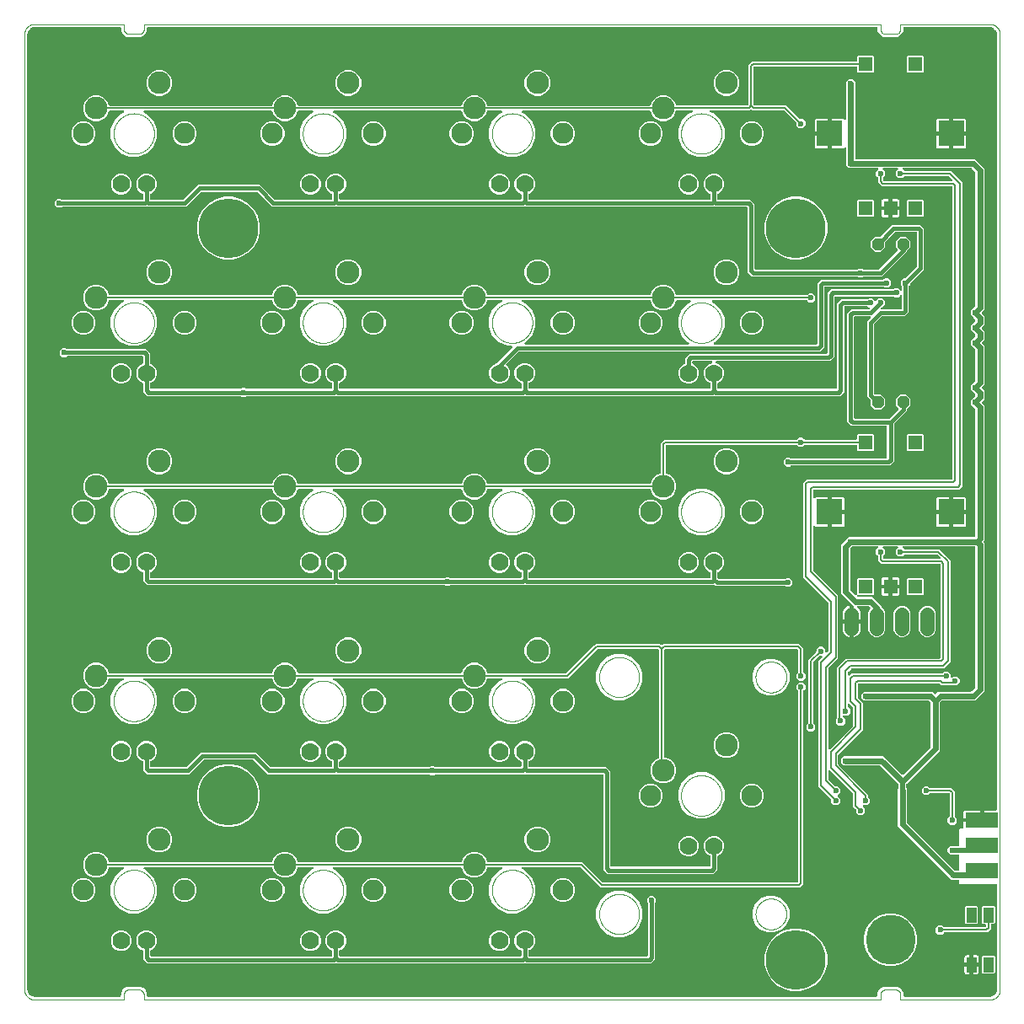
<source format=gtl>
G04 EAGLE Gerber RS-274X export*
G75*
%MOMM*%
%FSLAX34Y34*%
%LPD*%
%INTop copper*%
%IPPOS*%
%AMOC8*
5,1,8,0,0,1.08239X$1,22.5*%
G01*
%ADD10C,0.000000*%
%ADD11C,2.286000*%
%ADD12C,2.114400*%
%ADD13C,1.778000*%
%ADD14R,1.400000X1.400000*%
%ADD15R,2.600000X2.600000*%
%ADD16R,3.302000X1.524000*%
%ADD17R,1.000000X1.500000*%
%ADD18P,1.312723X8X22.500000*%
%ADD19C,1.416000*%
%ADD20C,0.200000*%
%ADD21C,0.600000*%
%ADD22C,0.500000*%
%ADD23C,0.600000*%
%ADD24C,0.400000*%
%ADD25C,6.000000*%
%ADD26C,5.000000*%

G36*
X96064Y3010D02*
X96064Y3010D01*
X96128Y3009D01*
X96203Y3030D01*
X96279Y3041D01*
X96338Y3067D01*
X96400Y3084D01*
X96466Y3125D01*
X96536Y3157D01*
X96585Y3199D01*
X96640Y3232D01*
X96692Y3290D01*
X96750Y3340D01*
X96786Y3394D01*
X96829Y3442D01*
X96862Y3511D01*
X96905Y3576D01*
X96924Y3638D01*
X96952Y3695D01*
X96963Y3765D01*
X96987Y3846D01*
X96988Y3931D01*
X96999Y4000D01*
X96999Y7144D01*
X99143Y10857D01*
X102856Y13001D01*
X117144Y13001D01*
X120857Y10857D01*
X123001Y7144D01*
X123001Y4000D01*
X123010Y3936D01*
X123009Y3872D01*
X123030Y3797D01*
X123041Y3721D01*
X123067Y3662D01*
X123084Y3600D01*
X123125Y3534D01*
X123157Y3464D01*
X123199Y3415D01*
X123232Y3360D01*
X123290Y3308D01*
X123340Y3250D01*
X123394Y3214D01*
X123442Y3171D01*
X123511Y3138D01*
X123576Y3095D01*
X123638Y3076D01*
X123695Y3048D01*
X123765Y3037D01*
X123846Y3013D01*
X123931Y3012D01*
X124000Y3001D01*
X856000Y3001D01*
X856064Y3010D01*
X856128Y3009D01*
X856203Y3030D01*
X856279Y3041D01*
X856338Y3067D01*
X856400Y3084D01*
X856466Y3125D01*
X856536Y3157D01*
X856585Y3199D01*
X856640Y3232D01*
X856692Y3290D01*
X856750Y3340D01*
X856786Y3394D01*
X856829Y3442D01*
X856862Y3511D01*
X856905Y3576D01*
X856924Y3638D01*
X856952Y3695D01*
X856963Y3765D01*
X856987Y3846D01*
X856988Y3931D01*
X856999Y4000D01*
X856999Y7144D01*
X859143Y10857D01*
X862856Y13001D01*
X877144Y13001D01*
X880857Y10857D01*
X883001Y7144D01*
X883001Y4000D01*
X883010Y3936D01*
X883009Y3872D01*
X883030Y3797D01*
X883041Y3721D01*
X883067Y3662D01*
X883084Y3600D01*
X883125Y3534D01*
X883157Y3464D01*
X883199Y3415D01*
X883232Y3360D01*
X883290Y3308D01*
X883340Y3250D01*
X883394Y3214D01*
X883442Y3171D01*
X883511Y3138D01*
X883576Y3095D01*
X883638Y3076D01*
X883695Y3048D01*
X883765Y3037D01*
X883846Y3013D01*
X883931Y3012D01*
X884000Y3001D01*
X970000Y3001D01*
X970052Y3008D01*
X970098Y3006D01*
X971268Y3121D01*
X971542Y3188D01*
X971548Y3191D01*
X971553Y3192D01*
X973716Y4088D01*
X973752Y4109D01*
X973791Y4123D01*
X973829Y4151D01*
X973841Y4156D01*
X973863Y4175D01*
X973959Y4232D01*
X973999Y4275D01*
X974040Y4305D01*
X975695Y5960D01*
X975720Y5993D01*
X975752Y6021D01*
X975796Y6095D01*
X975865Y6186D01*
X975885Y6241D01*
X975912Y6284D01*
X976808Y8447D01*
X976878Y8720D01*
X976878Y8726D01*
X976879Y8732D01*
X976994Y9902D01*
X976992Y9955D01*
X976999Y10000D01*
X976999Y115000D01*
X976990Y115064D01*
X976991Y115128D01*
X976970Y115203D01*
X976959Y115279D01*
X976933Y115338D01*
X976916Y115400D01*
X976875Y115466D01*
X976843Y115536D01*
X976801Y115585D01*
X976768Y115640D01*
X976710Y115692D01*
X976660Y115750D01*
X976606Y115786D01*
X976558Y115829D01*
X976489Y115862D01*
X976424Y115905D01*
X976362Y115924D01*
X976305Y115952D01*
X976235Y115963D01*
X976154Y115987D01*
X976069Y115988D01*
X976000Y115999D01*
X939585Y115999D01*
X938999Y116585D01*
X938999Y119500D01*
X938990Y119564D01*
X938991Y119628D01*
X938970Y119703D01*
X938959Y119779D01*
X938933Y119838D01*
X938916Y119900D01*
X938875Y119966D01*
X938843Y120036D01*
X938801Y120085D01*
X938768Y120140D01*
X938710Y120192D01*
X938660Y120250D01*
X938606Y120286D01*
X938558Y120329D01*
X938489Y120362D01*
X938424Y120405D01*
X938362Y120424D01*
X938305Y120452D01*
X938235Y120463D01*
X938154Y120487D01*
X938069Y120488D01*
X938000Y120499D01*
X931136Y120499D01*
X877499Y174136D01*
X877499Y211864D01*
X877707Y212072D01*
X877764Y212148D01*
X877829Y212220D01*
X877849Y212261D01*
X877876Y212297D01*
X877910Y212387D01*
X877952Y212474D01*
X877958Y212516D01*
X877975Y212561D01*
X877985Y212680D01*
X877987Y212689D01*
X877987Y212703D01*
X877999Y212778D01*
X877999Y216222D01*
X877986Y216317D01*
X877981Y216413D01*
X877966Y216456D01*
X877959Y216501D01*
X877920Y216589D01*
X877888Y216679D01*
X877863Y216714D01*
X877843Y216758D01*
X877760Y216855D01*
X877707Y216928D01*
X859428Y235207D01*
X859352Y235264D01*
X859280Y235329D01*
X859239Y235349D01*
X859203Y235376D01*
X859113Y235410D01*
X859026Y235452D01*
X858984Y235458D01*
X858939Y235475D01*
X858811Y235485D01*
X858722Y235499D01*
X823136Y235499D01*
X820499Y238136D01*
X820499Y241864D01*
X823136Y244501D01*
X862864Y244501D01*
X881293Y226072D01*
X881345Y226033D01*
X881390Y225987D01*
X881457Y225949D01*
X881519Y225902D01*
X881579Y225880D01*
X881635Y225848D01*
X881710Y225830D01*
X881783Y225803D01*
X881847Y225798D01*
X881909Y225783D01*
X881987Y225787D01*
X882064Y225781D01*
X882127Y225794D01*
X882191Y225797D01*
X882264Y225823D01*
X882340Y225839D01*
X882397Y225869D01*
X882458Y225890D01*
X882514Y225931D01*
X882589Y225971D01*
X882650Y226030D01*
X882707Y226072D01*
X910207Y253572D01*
X910264Y253648D01*
X910329Y253720D01*
X910349Y253761D01*
X910376Y253797D01*
X910410Y253887D01*
X910452Y253974D01*
X910458Y254016D01*
X910475Y254061D01*
X910485Y254189D01*
X910499Y254278D01*
X910499Y297722D01*
X910486Y297817D01*
X910481Y297913D01*
X910466Y297956D01*
X910459Y298001D01*
X910420Y298089D01*
X910388Y298179D01*
X910363Y298214D01*
X910343Y298258D01*
X910260Y298355D01*
X910207Y298428D01*
X908428Y300207D01*
X908351Y300264D01*
X908280Y300329D01*
X908239Y300349D01*
X908203Y300376D01*
X908113Y300410D01*
X908026Y300452D01*
X907984Y300458D01*
X907939Y300475D01*
X907811Y300485D01*
X907722Y300499D01*
X843136Y300499D01*
X840499Y303136D01*
X840499Y306864D01*
X843136Y309501D01*
X911864Y309501D01*
X914293Y307072D01*
X914345Y307033D01*
X914390Y306987D01*
X914457Y306949D01*
X914519Y306902D01*
X914579Y306880D01*
X914635Y306848D01*
X914710Y306830D01*
X914783Y306803D01*
X914847Y306798D01*
X914909Y306783D01*
X914987Y306787D01*
X915064Y306781D01*
X915127Y306794D01*
X915191Y306797D01*
X915264Y306823D01*
X915340Y306839D01*
X915397Y306869D01*
X915458Y306890D01*
X915514Y306931D01*
X915589Y306971D01*
X915650Y307030D01*
X915707Y307072D01*
X918136Y309501D01*
X950722Y309501D01*
X950817Y309514D01*
X950913Y309519D01*
X950956Y309534D01*
X951001Y309541D01*
X951089Y309580D01*
X951179Y309612D01*
X951214Y309637D01*
X951258Y309657D01*
X951355Y309740D01*
X951428Y309793D01*
X955207Y313572D01*
X955264Y313649D01*
X955329Y313720D01*
X955349Y313761D01*
X955376Y313797D01*
X955410Y313887D01*
X955452Y313974D01*
X955458Y314016D01*
X955475Y314061D01*
X955485Y314189D01*
X955499Y314278D01*
X955499Y454500D01*
X955490Y454564D01*
X955491Y454628D01*
X955470Y454703D01*
X955459Y454779D01*
X955433Y454838D01*
X955416Y454900D01*
X955375Y454966D01*
X955343Y455036D01*
X955301Y455085D01*
X955268Y455140D01*
X955210Y455192D01*
X955160Y455250D01*
X955106Y455286D01*
X955058Y455329D01*
X954989Y455362D01*
X954924Y455405D01*
X954862Y455424D01*
X954805Y455452D01*
X954735Y455463D01*
X954654Y455487D01*
X954569Y455488D01*
X954500Y455499D01*
X883278Y455499D01*
X883246Y455495D01*
X883214Y455497D01*
X883107Y455475D01*
X882999Y455459D01*
X882970Y455446D01*
X882938Y455440D01*
X882841Y455388D01*
X882742Y455343D01*
X882717Y455322D01*
X882689Y455307D01*
X882611Y455231D01*
X882528Y455160D01*
X882510Y455133D01*
X882487Y455110D01*
X882433Y455015D01*
X882373Y454924D01*
X882364Y454893D01*
X882348Y454865D01*
X882323Y454759D01*
X882291Y454654D01*
X882290Y454622D01*
X882283Y454591D01*
X882289Y454481D01*
X882287Y454372D01*
X882296Y454341D01*
X882297Y454309D01*
X882333Y454206D01*
X882362Y454100D01*
X882379Y454073D01*
X882390Y454042D01*
X882443Y453969D01*
X882510Y453860D01*
X882546Y453828D01*
X882572Y453793D01*
X883572Y452793D01*
X883649Y452736D01*
X883720Y452671D01*
X883761Y452651D01*
X883797Y452624D01*
X883887Y452590D01*
X883974Y452548D01*
X884016Y452542D01*
X884061Y452525D01*
X884189Y452515D01*
X884278Y452501D01*
X919036Y452501D01*
X930501Y441036D01*
X930501Y338964D01*
X924036Y332499D01*
X831450Y332499D01*
X831355Y332486D01*
X831259Y332481D01*
X831216Y332466D01*
X831171Y332459D01*
X831083Y332420D01*
X830992Y332388D01*
X830958Y332363D01*
X830914Y332343D01*
X830816Y332260D01*
X830743Y332207D01*
X827793Y329257D01*
X827736Y329180D01*
X827671Y329109D01*
X827651Y329068D01*
X827624Y329031D01*
X827590Y328941D01*
X827548Y328855D01*
X827542Y328813D01*
X827525Y328767D01*
X827515Y328640D01*
X827501Y328550D01*
X827501Y326450D01*
X827505Y326418D01*
X827503Y326385D01*
X827525Y326278D01*
X827541Y326170D01*
X827554Y326141D01*
X827561Y326109D01*
X827612Y326013D01*
X827657Y325914D01*
X827678Y325889D01*
X827693Y325860D01*
X827769Y325782D01*
X827840Y325699D01*
X827867Y325681D01*
X827890Y325658D01*
X827985Y325605D01*
X828076Y325545D01*
X828107Y325535D01*
X828135Y325519D01*
X828241Y325494D01*
X828346Y325462D01*
X828378Y325462D01*
X828410Y325455D01*
X828519Y325460D01*
X828628Y325459D01*
X828659Y325467D01*
X828691Y325469D01*
X828794Y325505D01*
X828900Y325534D01*
X828927Y325551D01*
X828958Y325562D01*
X829031Y325615D01*
X829140Y325682D01*
X829172Y325718D01*
X829207Y325743D01*
X829257Y325793D01*
X830964Y327501D01*
X921722Y327501D01*
X921817Y327514D01*
X921913Y327519D01*
X921956Y327534D01*
X922001Y327541D01*
X922089Y327580D01*
X922179Y327612D01*
X922214Y327637D01*
X922258Y327657D01*
X922355Y327740D01*
X922428Y327793D01*
X924136Y329501D01*
X927864Y329501D01*
X930501Y326864D01*
X930501Y324278D01*
X930505Y324246D01*
X930503Y324214D01*
X930525Y324107D01*
X930541Y323999D01*
X930554Y323970D01*
X930560Y323938D01*
X930612Y323842D01*
X930657Y323742D01*
X930678Y323717D01*
X930693Y323689D01*
X930769Y323611D01*
X930840Y323528D01*
X930867Y323510D01*
X930890Y323487D01*
X930985Y323433D01*
X931076Y323373D01*
X931107Y323364D01*
X931135Y323348D01*
X931241Y323323D01*
X931346Y323291D01*
X931378Y323290D01*
X931409Y323283D01*
X931519Y323289D01*
X931628Y323287D01*
X931659Y323296D01*
X931691Y323297D01*
X931794Y323333D01*
X931900Y323362D01*
X931927Y323379D01*
X931958Y323390D01*
X932031Y323443D01*
X932140Y323510D01*
X932172Y323546D01*
X932207Y323572D01*
X933136Y324501D01*
X936864Y324501D01*
X939501Y321864D01*
X939501Y318136D01*
X936864Y315499D01*
X920964Y315499D01*
X919257Y317207D01*
X919180Y317264D01*
X919109Y317329D01*
X919068Y317349D01*
X919031Y317376D01*
X918941Y317410D01*
X918855Y317452D01*
X918813Y317458D01*
X918767Y317475D01*
X918640Y317485D01*
X918550Y317499D01*
X838500Y317499D01*
X838436Y317490D01*
X838372Y317491D01*
X838297Y317470D01*
X838221Y317459D01*
X838162Y317433D01*
X838100Y317416D01*
X838034Y317375D01*
X837964Y317343D01*
X837915Y317301D01*
X837860Y317268D01*
X837808Y317210D01*
X837750Y317160D01*
X837714Y317106D01*
X837671Y317058D01*
X837638Y316989D01*
X837595Y316924D01*
X837576Y316862D01*
X837548Y316805D01*
X837537Y316735D01*
X837513Y316654D01*
X837512Y316569D01*
X837501Y316500D01*
X837501Y303450D01*
X837514Y303355D01*
X837519Y303259D01*
X837534Y303216D01*
X837541Y303171D01*
X837580Y303083D01*
X837612Y302992D01*
X837637Y302958D01*
X837657Y302914D01*
X837740Y302816D01*
X837793Y302743D01*
X842501Y298036D01*
X842501Y270964D01*
X817793Y246257D01*
X817736Y246180D01*
X817671Y246109D01*
X817651Y246068D01*
X817624Y246031D01*
X817590Y245941D01*
X817548Y245855D01*
X817542Y245813D01*
X817525Y245767D01*
X817515Y245640D01*
X817501Y245550D01*
X817501Y236450D01*
X817514Y236355D01*
X817519Y236259D01*
X817534Y236216D01*
X817541Y236171D01*
X817580Y236083D01*
X817612Y235992D01*
X817637Y235958D01*
X817657Y235914D01*
X817740Y235816D01*
X817793Y235743D01*
X847501Y206036D01*
X847501Y204278D01*
X847514Y204183D01*
X847519Y204087D01*
X847534Y204044D01*
X847541Y203999D01*
X847580Y203911D01*
X847612Y203821D01*
X847637Y203786D01*
X847657Y203742D01*
X847740Y203645D01*
X847793Y203572D01*
X849501Y201864D01*
X849501Y198136D01*
X846864Y195499D01*
X843278Y195499D01*
X843246Y195495D01*
X843214Y195497D01*
X843107Y195475D01*
X842999Y195459D01*
X842970Y195446D01*
X842938Y195440D01*
X842842Y195388D01*
X842742Y195343D01*
X842717Y195322D01*
X842689Y195307D01*
X842611Y195231D01*
X842528Y195160D01*
X842510Y195133D01*
X842487Y195110D01*
X842433Y195015D01*
X842373Y194924D01*
X842364Y194893D01*
X842348Y194865D01*
X842323Y194759D01*
X842291Y194654D01*
X842290Y194622D01*
X842283Y194591D01*
X842289Y194481D01*
X842287Y194372D01*
X842296Y194341D01*
X842297Y194309D01*
X842333Y194206D01*
X842362Y194100D01*
X842379Y194073D01*
X842390Y194042D01*
X842443Y193969D01*
X842510Y193860D01*
X842546Y193828D01*
X842572Y193793D01*
X844501Y191864D01*
X844501Y188136D01*
X841864Y185499D01*
X838136Y185499D01*
X835499Y188136D01*
X835499Y190550D01*
X835486Y190645D01*
X835481Y190741D01*
X835466Y190784D01*
X835459Y190829D01*
X835420Y190917D01*
X835388Y191008D01*
X835363Y191042D01*
X835343Y191086D01*
X835260Y191184D01*
X835207Y191257D01*
X832499Y193964D01*
X832499Y206550D01*
X832486Y206645D01*
X832481Y206741D01*
X832466Y206784D01*
X832459Y206829D01*
X832420Y206917D01*
X832388Y207008D01*
X832363Y207042D01*
X832343Y207086D01*
X832260Y207184D01*
X832207Y207257D01*
X809207Y230257D01*
X809181Y230276D01*
X809160Y230301D01*
X809068Y230361D01*
X808981Y230426D01*
X808951Y230438D01*
X808924Y230455D01*
X808819Y230487D01*
X808717Y230526D01*
X808685Y230528D01*
X808654Y230538D01*
X808545Y230539D01*
X808436Y230547D01*
X808404Y230541D01*
X808372Y230541D01*
X808267Y230512D01*
X808160Y230490D01*
X808131Y230475D01*
X808100Y230466D01*
X808007Y230409D01*
X807911Y230357D01*
X807888Y230335D01*
X807860Y230318D01*
X807787Y230237D01*
X807709Y230161D01*
X807693Y230133D01*
X807671Y230109D01*
X807624Y230010D01*
X807570Y229915D01*
X807562Y229884D01*
X807548Y229855D01*
X807534Y229766D01*
X807505Y229641D01*
X807507Y229592D01*
X807501Y229550D01*
X807501Y221450D01*
X807514Y221355D01*
X807519Y221259D01*
X807534Y221215D01*
X807541Y221171D01*
X807580Y221083D01*
X807612Y220992D01*
X807637Y220958D01*
X807657Y220914D01*
X807740Y220816D01*
X807793Y220743D01*
X813743Y214793D01*
X813820Y214736D01*
X813891Y214671D01*
X813932Y214651D01*
X813969Y214624D01*
X814059Y214590D01*
X814145Y214548D01*
X814187Y214542D01*
X814233Y214525D01*
X814360Y214515D01*
X814450Y214501D01*
X816864Y214501D01*
X819501Y211864D01*
X819501Y208136D01*
X817072Y205707D01*
X817033Y205655D01*
X816987Y205610D01*
X816949Y205543D01*
X816902Y205481D01*
X816880Y205421D01*
X816848Y205365D01*
X816830Y205290D01*
X816803Y205217D01*
X816798Y205153D01*
X816783Y205091D01*
X816787Y205013D01*
X816781Y204936D01*
X816794Y204873D01*
X816797Y204809D01*
X816823Y204736D01*
X816839Y204660D01*
X816869Y204603D01*
X816890Y204542D01*
X816931Y204486D01*
X816971Y204411D01*
X817030Y204350D01*
X817072Y204293D01*
X819501Y201864D01*
X819501Y198136D01*
X816864Y195499D01*
X813136Y195499D01*
X810499Y198136D01*
X810499Y200550D01*
X810486Y200645D01*
X810481Y200741D01*
X810466Y200784D01*
X810459Y200829D01*
X810420Y200917D01*
X810388Y201008D01*
X810363Y201042D01*
X810343Y201086D01*
X810260Y201184D01*
X810207Y201257D01*
X797499Y213964D01*
X797499Y340036D01*
X801257Y343793D01*
X801276Y343819D01*
X801301Y343840D01*
X801361Y343932D01*
X801426Y344019D01*
X801438Y344049D01*
X801455Y344076D01*
X801487Y344181D01*
X801526Y344283D01*
X801528Y344315D01*
X801538Y344346D01*
X801539Y344455D01*
X801547Y344564D01*
X801541Y344596D01*
X801541Y344628D01*
X801512Y344733D01*
X801490Y344840D01*
X801475Y344869D01*
X801466Y344900D01*
X801409Y344993D01*
X801357Y345089D01*
X801335Y345112D01*
X801318Y345140D01*
X801237Y345213D01*
X801161Y345291D01*
X801133Y345307D01*
X801109Y345329D01*
X801010Y345376D01*
X800915Y345430D01*
X800884Y345438D01*
X800855Y345452D01*
X800766Y345466D01*
X800641Y345495D01*
X800592Y345493D01*
X800550Y345499D01*
X799450Y345499D01*
X799355Y345486D01*
X799259Y345481D01*
X799216Y345466D01*
X799171Y345459D01*
X799083Y345420D01*
X798992Y345388D01*
X798958Y345363D01*
X798914Y345343D01*
X798816Y345260D01*
X798743Y345207D01*
X792793Y339257D01*
X792736Y339180D01*
X792671Y339109D01*
X792651Y339068D01*
X792624Y339031D01*
X792590Y338941D01*
X792548Y338855D01*
X792542Y338813D01*
X792525Y338767D01*
X792515Y338640D01*
X792501Y338550D01*
X792501Y278278D01*
X792514Y278183D01*
X792519Y278087D01*
X792534Y278044D01*
X792541Y277999D01*
X792580Y277911D01*
X792612Y277821D01*
X792637Y277786D01*
X792657Y277742D01*
X792740Y277645D01*
X792793Y277572D01*
X794501Y275864D01*
X794501Y272136D01*
X791864Y269499D01*
X788136Y269499D01*
X785499Y272136D01*
X785499Y275864D01*
X787207Y277572D01*
X787264Y277648D01*
X787329Y277720D01*
X787349Y277761D01*
X787376Y277797D01*
X787410Y277887D01*
X787452Y277974D01*
X787458Y278016D01*
X787475Y278061D01*
X787485Y278189D01*
X787499Y278278D01*
X787499Y341036D01*
X795207Y348743D01*
X795264Y348820D01*
X795329Y348891D01*
X795349Y348932D01*
X795376Y348969D01*
X795410Y349059D01*
X795452Y349145D01*
X795458Y349187D01*
X795475Y349233D01*
X795485Y349360D01*
X795499Y349450D01*
X795499Y351864D01*
X798136Y354501D01*
X801864Y354501D01*
X804501Y351864D01*
X804501Y349450D01*
X804505Y349418D01*
X804503Y349386D01*
X804525Y349279D01*
X804541Y349170D01*
X804554Y349141D01*
X804560Y349110D01*
X804612Y349013D01*
X804657Y348914D01*
X804678Y348889D01*
X804693Y348861D01*
X804769Y348782D01*
X804840Y348699D01*
X804867Y348682D01*
X804890Y348659D01*
X804985Y348605D01*
X805076Y348545D01*
X805107Y348535D01*
X805135Y348519D01*
X805241Y348494D01*
X805346Y348462D01*
X805378Y348462D01*
X805409Y348455D01*
X805519Y348460D01*
X805628Y348459D01*
X805659Y348467D01*
X805691Y348469D01*
X805794Y348505D01*
X805900Y348534D01*
X805927Y348551D01*
X805958Y348561D01*
X806031Y348615D01*
X806140Y348682D01*
X806172Y348718D01*
X806207Y348743D01*
X807207Y349743D01*
X807264Y349820D01*
X807329Y349891D01*
X807349Y349932D01*
X807376Y349969D01*
X807410Y350059D01*
X807452Y350145D01*
X807458Y350187D01*
X807475Y350233D01*
X807485Y350360D01*
X807499Y350450D01*
X807499Y398550D01*
X807486Y398645D01*
X807481Y398741D01*
X807466Y398784D01*
X807459Y398829D01*
X807420Y398917D01*
X807388Y399008D01*
X807363Y399042D01*
X807343Y399086D01*
X807260Y399184D01*
X807207Y399257D01*
X782499Y423964D01*
X782499Y519036D01*
X785964Y522501D01*
X931500Y522501D01*
X931564Y522510D01*
X931628Y522509D01*
X931703Y522530D01*
X931779Y522541D01*
X931838Y522567D01*
X931900Y522584D01*
X931966Y522625D01*
X932036Y522657D01*
X932085Y522699D01*
X932140Y522732D01*
X932192Y522790D01*
X932250Y522840D01*
X932286Y522894D01*
X932329Y522942D01*
X932362Y523011D01*
X932405Y523076D01*
X932424Y523138D01*
X932452Y523195D01*
X932463Y523265D01*
X932487Y523346D01*
X932488Y523431D01*
X932499Y523500D01*
X932499Y816500D01*
X932490Y816564D01*
X932491Y816628D01*
X932470Y816703D01*
X932459Y816779D01*
X932433Y816838D01*
X932416Y816900D01*
X932375Y816966D01*
X932343Y817036D01*
X932301Y817085D01*
X932268Y817140D01*
X932210Y817192D01*
X932160Y817250D01*
X932106Y817286D01*
X932058Y817329D01*
X931989Y817362D01*
X931924Y817405D01*
X931862Y817424D01*
X931805Y817452D01*
X931735Y817463D01*
X931654Y817487D01*
X931569Y817488D01*
X931500Y817499D01*
X860964Y817499D01*
X859207Y819257D01*
X857499Y820964D01*
X857499Y825722D01*
X857486Y825817D01*
X857481Y825913D01*
X857466Y825956D01*
X857459Y826001D01*
X857420Y826089D01*
X857388Y826179D01*
X857363Y826214D01*
X857343Y826258D01*
X857260Y826355D01*
X857207Y826428D01*
X855499Y828136D01*
X855499Y831864D01*
X857428Y833793D01*
X857448Y833819D01*
X857472Y833840D01*
X857532Y833932D01*
X857598Y834019D01*
X857609Y834049D01*
X857627Y834076D01*
X857659Y834181D01*
X857697Y834283D01*
X857700Y834315D01*
X857709Y834346D01*
X857711Y834455D01*
X857719Y834564D01*
X857712Y834596D01*
X857713Y834628D01*
X857684Y834733D01*
X857661Y834840D01*
X857646Y834869D01*
X857638Y834900D01*
X857580Y834993D01*
X857529Y835089D01*
X857507Y835112D01*
X857490Y835140D01*
X857408Y835213D01*
X857332Y835291D01*
X857304Y835307D01*
X857280Y835329D01*
X857182Y835376D01*
X857087Y835430D01*
X857055Y835438D01*
X857026Y835452D01*
X856937Y835466D01*
X856812Y835495D01*
X856764Y835493D01*
X856722Y835499D01*
X828136Y835499D01*
X825499Y838136D01*
X825499Y855330D01*
X825496Y855352D01*
X825498Y855373D01*
X825476Y855491D01*
X825459Y855609D01*
X825451Y855629D01*
X825447Y855650D01*
X825393Y855757D01*
X825343Y855866D01*
X825329Y855883D01*
X825319Y855902D01*
X825238Y855990D01*
X825160Y856081D01*
X825142Y856093D01*
X825127Y856108D01*
X825024Y856169D01*
X824924Y856235D01*
X824903Y856241D01*
X824885Y856252D01*
X824769Y856283D01*
X824654Y856318D01*
X824633Y856318D01*
X824612Y856323D01*
X824492Y856320D01*
X824372Y856321D01*
X824351Y856315D01*
X824330Y856315D01*
X824216Y856278D01*
X824100Y856246D01*
X824082Y856235D01*
X824061Y856228D01*
X823963Y856161D01*
X823860Y856098D01*
X823846Y856082D01*
X823828Y856070D01*
X823771Y855999D01*
X823671Y855889D01*
X823655Y855855D01*
X823635Y855830D01*
X823601Y855771D01*
X823229Y855399D01*
X822772Y855136D01*
X822263Y854999D01*
X810999Y854999D01*
X810999Y869000D01*
X810990Y869063D01*
X810991Y869128D01*
X810970Y869202D01*
X810959Y869279D01*
X810933Y869338D01*
X810916Y869400D01*
X810875Y869466D01*
X810843Y869536D01*
X810801Y869585D01*
X810768Y869640D01*
X810710Y869691D01*
X810660Y869750D01*
X810606Y869786D01*
X810558Y869829D01*
X810489Y869862D01*
X810424Y869905D01*
X810362Y869924D01*
X810305Y869952D01*
X810235Y869962D01*
X810154Y869987D01*
X810069Y869988D01*
X810000Y869999D01*
X808999Y869999D01*
X808999Y870001D01*
X810000Y870001D01*
X810064Y870010D01*
X810128Y870009D01*
X810203Y870030D01*
X810279Y870041D01*
X810338Y870067D01*
X810400Y870084D01*
X810466Y870125D01*
X810536Y870157D01*
X810585Y870199D01*
X810640Y870232D01*
X810692Y870290D01*
X810750Y870340D01*
X810786Y870394D01*
X810829Y870442D01*
X810862Y870511D01*
X810905Y870576D01*
X810924Y870638D01*
X810952Y870696D01*
X810962Y870765D01*
X810987Y870846D01*
X810988Y870931D01*
X810999Y871000D01*
X810999Y885001D01*
X822263Y885001D01*
X822772Y884864D01*
X823229Y884601D01*
X823601Y884229D01*
X823635Y884170D01*
X823648Y884153D01*
X823657Y884134D01*
X823735Y884043D01*
X823809Y883948D01*
X823826Y883936D01*
X823840Y883919D01*
X823941Y883854D01*
X824038Y883784D01*
X824058Y883777D01*
X824076Y883765D01*
X824191Y883730D01*
X824304Y883690D01*
X824325Y883689D01*
X824346Y883682D01*
X824466Y883681D01*
X824585Y883674D01*
X824606Y883679D01*
X824628Y883679D01*
X824744Y883711D01*
X824860Y883738D01*
X824879Y883748D01*
X824900Y883754D01*
X825002Y883817D01*
X825106Y883875D01*
X825121Y883891D01*
X825140Y883902D01*
X825220Y883991D01*
X825304Y884076D01*
X825314Y884095D01*
X825329Y884111D01*
X825381Y884219D01*
X825438Y884325D01*
X825442Y884346D01*
X825452Y884365D01*
X825466Y884456D01*
X825497Y884600D01*
X825494Y884637D01*
X825499Y884670D01*
X825499Y921864D01*
X828136Y924501D01*
X831864Y924501D01*
X834501Y921864D01*
X834501Y845500D01*
X834510Y845436D01*
X834509Y845372D01*
X834530Y845297D01*
X834541Y845221D01*
X834567Y845162D01*
X834584Y845100D01*
X834625Y845034D01*
X834657Y844964D01*
X834699Y844915D01*
X834732Y844860D01*
X834790Y844808D01*
X834840Y844750D01*
X834894Y844714D01*
X834942Y844671D01*
X835011Y844638D01*
X835076Y844595D01*
X835138Y844576D01*
X835195Y844548D01*
X835265Y844537D01*
X835346Y844513D01*
X835431Y844512D01*
X835500Y844501D01*
X954864Y844501D01*
X964501Y834864D01*
X964501Y693136D01*
X962072Y690707D01*
X962033Y690655D01*
X961987Y690610D01*
X961949Y690543D01*
X961902Y690481D01*
X961880Y690421D01*
X961848Y690365D01*
X961830Y690290D01*
X961803Y690217D01*
X961798Y690153D01*
X961783Y690091D01*
X961787Y690013D01*
X961781Y689936D01*
X961794Y689873D01*
X961797Y689809D01*
X961823Y689736D01*
X961839Y689660D01*
X961869Y689603D01*
X961890Y689542D01*
X961931Y689486D01*
X961971Y689411D01*
X962030Y689350D01*
X962072Y689293D01*
X964501Y686864D01*
X964501Y678136D01*
X962072Y675707D01*
X962033Y675655D01*
X961987Y675610D01*
X961949Y675543D01*
X961902Y675481D01*
X961880Y675421D01*
X961848Y675365D01*
X961830Y675290D01*
X961803Y675217D01*
X961798Y675153D01*
X961783Y675091D01*
X961787Y675013D01*
X961781Y674936D01*
X961794Y674873D01*
X961797Y674809D01*
X961823Y674736D01*
X961839Y674660D01*
X961869Y674603D01*
X961890Y674542D01*
X961931Y674486D01*
X961971Y674411D01*
X962030Y674350D01*
X962072Y674293D01*
X964501Y671864D01*
X964501Y663136D01*
X962072Y660707D01*
X962033Y660655D01*
X961987Y660610D01*
X961949Y660543D01*
X961902Y660481D01*
X961880Y660421D01*
X961848Y660365D01*
X961830Y660290D01*
X961803Y660217D01*
X961798Y660153D01*
X961783Y660091D01*
X961787Y660013D01*
X961781Y659936D01*
X961794Y659873D01*
X961797Y659809D01*
X961823Y659736D01*
X961839Y659660D01*
X961869Y659603D01*
X961890Y659542D01*
X961931Y659486D01*
X961971Y659411D01*
X962030Y659350D01*
X962072Y659293D01*
X964501Y656864D01*
X964501Y618136D01*
X962072Y615707D01*
X962033Y615655D01*
X961987Y615610D01*
X961949Y615543D01*
X961902Y615481D01*
X961880Y615421D01*
X961848Y615365D01*
X961830Y615290D01*
X961803Y615217D01*
X961798Y615153D01*
X961783Y615091D01*
X961787Y615013D01*
X961781Y614936D01*
X961794Y614873D01*
X961797Y614809D01*
X961823Y614736D01*
X961839Y614660D01*
X961869Y614603D01*
X961890Y614542D01*
X961931Y614486D01*
X961971Y614411D01*
X962030Y614350D01*
X962072Y614293D01*
X964501Y611864D01*
X964501Y603136D01*
X962072Y600707D01*
X962033Y600655D01*
X961987Y600610D01*
X961949Y600543D01*
X961902Y600481D01*
X961880Y600421D01*
X961848Y600365D01*
X961830Y600290D01*
X961803Y600217D01*
X961798Y600153D01*
X961783Y600091D01*
X961787Y600013D01*
X961781Y599936D01*
X961794Y599873D01*
X961797Y599809D01*
X961823Y599736D01*
X961839Y599660D01*
X961869Y599603D01*
X961890Y599542D01*
X961931Y599486D01*
X961971Y599411D01*
X962030Y599350D01*
X962072Y599293D01*
X964501Y596864D01*
X964501Y461136D01*
X964072Y460707D01*
X964033Y460655D01*
X963987Y460610D01*
X963949Y460543D01*
X963902Y460481D01*
X963880Y460421D01*
X963848Y460365D01*
X963830Y460290D01*
X963803Y460217D01*
X963798Y460153D01*
X963783Y460090D01*
X963787Y460013D01*
X963781Y459936D01*
X963794Y459873D01*
X963797Y459809D01*
X963823Y459736D01*
X963839Y459660D01*
X963869Y459603D01*
X963890Y459542D01*
X963931Y459486D01*
X963971Y459411D01*
X964030Y459350D01*
X964072Y459293D01*
X964501Y458864D01*
X964501Y310136D01*
X961572Y307207D01*
X957793Y303428D01*
X954864Y300499D01*
X922278Y300499D01*
X922183Y300486D01*
X922087Y300481D01*
X922044Y300466D01*
X921999Y300459D01*
X921911Y300420D01*
X921821Y300388D01*
X921786Y300363D01*
X921742Y300343D01*
X921645Y300260D01*
X921572Y300207D01*
X919793Y298428D01*
X919736Y298352D01*
X919671Y298280D01*
X919651Y298239D01*
X919624Y298203D01*
X919590Y298113D01*
X919548Y298026D01*
X919542Y297984D01*
X919525Y297939D01*
X919515Y297811D01*
X919501Y297722D01*
X919501Y250136D01*
X886293Y216928D01*
X886236Y216852D01*
X886171Y216780D01*
X886151Y216739D01*
X886124Y216703D01*
X886090Y216613D01*
X886048Y216526D01*
X886042Y216484D01*
X886025Y216439D01*
X886015Y216311D01*
X886001Y216222D01*
X886001Y212778D01*
X886009Y212720D01*
X886009Y212715D01*
X886010Y212710D01*
X886014Y212683D01*
X886019Y212587D01*
X886034Y212544D01*
X886041Y212499D01*
X886080Y212411D01*
X886112Y212321D01*
X886137Y212286D01*
X886157Y212242D01*
X886240Y212145D01*
X886293Y212072D01*
X886501Y211864D01*
X886501Y178278D01*
X886514Y178183D01*
X886519Y178087D01*
X886534Y178044D01*
X886541Y177999D01*
X886580Y177911D01*
X886612Y177821D01*
X886637Y177786D01*
X886657Y177742D01*
X886740Y177645D01*
X886793Y177572D01*
X934572Y129793D01*
X934648Y129736D01*
X934720Y129671D01*
X934761Y129651D01*
X934797Y129624D01*
X934887Y129590D01*
X934974Y129548D01*
X935016Y129542D01*
X935061Y129525D01*
X935189Y129515D01*
X935278Y129501D01*
X938000Y129501D01*
X938064Y129510D01*
X938128Y129509D01*
X938203Y129530D01*
X938279Y129541D01*
X938338Y129567D01*
X938400Y129584D01*
X938466Y129625D01*
X938536Y129657D01*
X938585Y129699D01*
X938640Y129732D01*
X938692Y129790D01*
X938750Y129840D01*
X938786Y129894D01*
X938829Y129942D01*
X938862Y130011D01*
X938905Y130076D01*
X938924Y130138D01*
X938952Y130195D01*
X938963Y130265D01*
X938987Y130346D01*
X938988Y130431D01*
X938999Y130500D01*
X938999Y145000D01*
X938990Y145064D01*
X938991Y145128D01*
X938970Y145203D01*
X938959Y145279D01*
X938933Y145338D01*
X938916Y145400D01*
X938875Y145466D01*
X938843Y145536D01*
X938801Y145585D01*
X938768Y145640D01*
X938710Y145692D01*
X938660Y145750D01*
X938606Y145786D01*
X938558Y145829D01*
X938489Y145862D01*
X938424Y145905D01*
X938362Y145924D01*
X938305Y145952D01*
X938235Y145963D01*
X938154Y145987D01*
X938069Y145988D01*
X938000Y145999D01*
X934778Y145999D01*
X934683Y145986D01*
X934587Y145981D01*
X934544Y145966D01*
X934499Y145959D01*
X934411Y145920D01*
X934321Y145888D01*
X934286Y145863D01*
X934242Y145843D01*
X934145Y145760D01*
X934072Y145707D01*
X933864Y145499D01*
X930136Y145499D01*
X927499Y148136D01*
X927499Y151864D01*
X930136Y154501D01*
X933864Y154501D01*
X934072Y154293D01*
X934148Y154236D01*
X934220Y154171D01*
X934261Y154151D01*
X934297Y154124D01*
X934387Y154090D01*
X934474Y154048D01*
X934516Y154042D01*
X934561Y154025D01*
X934689Y154015D01*
X934778Y154001D01*
X938000Y154001D01*
X938064Y154010D01*
X938128Y154009D01*
X938203Y154030D01*
X938279Y154041D01*
X938338Y154067D01*
X938400Y154084D01*
X938466Y154125D01*
X938536Y154157D01*
X938585Y154199D01*
X938640Y154232D01*
X938692Y154290D01*
X938750Y154340D01*
X938786Y154394D01*
X938829Y154442D01*
X938862Y154511D01*
X938905Y154576D01*
X938924Y154638D01*
X938952Y154695D01*
X938963Y154765D01*
X938987Y154846D01*
X938988Y154931D01*
X938999Y155000D01*
X938999Y171415D01*
X939585Y172001D01*
X942490Y172001D01*
X942554Y172010D01*
X942618Y172009D01*
X942693Y172030D01*
X942769Y172041D01*
X942828Y172067D01*
X942890Y172084D01*
X942956Y172125D01*
X943026Y172157D01*
X943075Y172199D01*
X943130Y172232D01*
X943182Y172290D01*
X943240Y172340D01*
X943276Y172394D01*
X943319Y172442D01*
X943352Y172511D01*
X943395Y172576D01*
X943414Y172638D01*
X943442Y172695D01*
X943453Y172765D01*
X943477Y172846D01*
X943478Y172931D01*
X943489Y173000D01*
X943489Y178401D01*
X961000Y178401D01*
X961064Y178410D01*
X961128Y178409D01*
X961202Y178430D01*
X961279Y178441D01*
X961338Y178467D01*
X961400Y178484D01*
X961466Y178525D01*
X961536Y178557D01*
X961585Y178599D01*
X961640Y178632D01*
X961691Y178690D01*
X961750Y178740D01*
X961786Y178794D01*
X961829Y178842D01*
X961862Y178911D01*
X961905Y178976D01*
X961924Y179038D01*
X961952Y179095D01*
X961962Y179165D01*
X961987Y179246D01*
X961988Y179331D01*
X961999Y179400D01*
X961999Y180401D01*
X963000Y180401D01*
X963064Y180410D01*
X963128Y180409D01*
X963203Y180430D01*
X963279Y180441D01*
X963338Y180467D01*
X963400Y180484D01*
X963466Y180525D01*
X963536Y180557D01*
X963585Y180599D01*
X963640Y180632D01*
X963692Y180690D01*
X963750Y180740D01*
X963786Y180794D01*
X963829Y180842D01*
X963862Y180911D01*
X963905Y180976D01*
X963924Y181038D01*
X963952Y181096D01*
X963962Y181165D01*
X963987Y181246D01*
X963988Y181331D01*
X963999Y181400D01*
X963999Y190021D01*
X976000Y190021D01*
X976064Y190030D01*
X976128Y190029D01*
X976203Y190050D01*
X976279Y190061D01*
X976338Y190087D01*
X976400Y190104D01*
X976466Y190145D01*
X976536Y190177D01*
X976585Y190219D01*
X976640Y190252D01*
X976692Y190310D01*
X976750Y190360D01*
X976786Y190414D01*
X976829Y190462D01*
X976862Y190531D01*
X976905Y190596D01*
X976924Y190658D01*
X976952Y190715D01*
X976963Y190785D01*
X976987Y190866D01*
X976988Y190951D01*
X976999Y191020D01*
X976999Y970000D01*
X976992Y970052D01*
X976994Y970098D01*
X976879Y971268D01*
X976812Y971542D01*
X976809Y971548D01*
X976808Y971553D01*
X975912Y973716D01*
X975891Y973752D01*
X975877Y973791D01*
X975826Y973861D01*
X975768Y973959D01*
X975725Y973999D01*
X975695Y974040D01*
X974040Y975695D01*
X974007Y975720D01*
X973979Y975752D01*
X973905Y975796D01*
X973814Y975865D01*
X973759Y975885D01*
X973716Y975912D01*
X971553Y976808D01*
X971280Y976878D01*
X971274Y976878D01*
X971268Y976879D01*
X970098Y976994D01*
X970045Y976992D01*
X970000Y976999D01*
X884000Y976999D01*
X883936Y976990D01*
X883872Y976991D01*
X883797Y976970D01*
X883721Y976959D01*
X883662Y976933D01*
X883600Y976916D01*
X883534Y976875D01*
X883464Y976843D01*
X883415Y976801D01*
X883360Y976768D01*
X883308Y976710D01*
X883250Y976660D01*
X883214Y976606D01*
X883171Y976558D01*
X883138Y976489D01*
X883095Y976424D01*
X883076Y976362D01*
X883048Y976305D01*
X883037Y976235D01*
X883013Y976154D01*
X883012Y976069D01*
X883001Y976000D01*
X883001Y972856D01*
X880857Y969143D01*
X877144Y966999D01*
X862856Y966999D01*
X859143Y969143D01*
X856999Y972856D01*
X856999Y976000D01*
X856990Y976064D01*
X856991Y976128D01*
X856970Y976203D01*
X856959Y976279D01*
X856933Y976338D01*
X856916Y976400D01*
X856875Y976466D01*
X856843Y976536D01*
X856801Y976585D01*
X856768Y976640D01*
X856710Y976692D01*
X856660Y976750D01*
X856606Y976786D01*
X856558Y976829D01*
X856489Y976862D01*
X856424Y976905D01*
X856362Y976924D01*
X856305Y976952D01*
X856235Y976963D01*
X856154Y976987D01*
X856069Y976988D01*
X856000Y976999D01*
X124000Y976999D01*
X123936Y976990D01*
X123872Y976991D01*
X123797Y976970D01*
X123721Y976959D01*
X123662Y976933D01*
X123600Y976916D01*
X123534Y976875D01*
X123464Y976843D01*
X123415Y976801D01*
X123360Y976768D01*
X123308Y976710D01*
X123250Y976660D01*
X123214Y976606D01*
X123171Y976558D01*
X123138Y976489D01*
X123095Y976424D01*
X123076Y976362D01*
X123048Y976305D01*
X123037Y976235D01*
X123013Y976154D01*
X123012Y976069D01*
X123001Y976000D01*
X123001Y972856D01*
X120857Y969143D01*
X117144Y966999D01*
X102856Y966999D01*
X99143Y969143D01*
X96999Y972856D01*
X96999Y976000D01*
X96990Y976064D01*
X96991Y976128D01*
X96970Y976203D01*
X96959Y976279D01*
X96933Y976338D01*
X96916Y976400D01*
X96875Y976466D01*
X96843Y976536D01*
X96801Y976585D01*
X96768Y976640D01*
X96710Y976692D01*
X96660Y976750D01*
X96606Y976786D01*
X96558Y976829D01*
X96489Y976862D01*
X96424Y976905D01*
X96362Y976924D01*
X96305Y976952D01*
X96235Y976963D01*
X96154Y976987D01*
X96069Y976988D01*
X96000Y976999D01*
X10000Y976999D01*
X9948Y976992D01*
X9902Y976994D01*
X8732Y976879D01*
X8458Y976812D01*
X8452Y976809D01*
X8447Y976808D01*
X6284Y975912D01*
X6248Y975891D01*
X6209Y975877D01*
X6139Y975826D01*
X6041Y975768D01*
X6001Y975725D01*
X5960Y975695D01*
X4305Y974040D01*
X4285Y974014D01*
X4261Y973993D01*
X4255Y973985D01*
X4248Y973979D01*
X4208Y973913D01*
X4201Y973901D01*
X4135Y973814D01*
X4124Y973784D01*
X4106Y973757D01*
X4099Y973734D01*
X4088Y973716D01*
X3192Y971553D01*
X3122Y971280D01*
X3122Y971274D01*
X3121Y971269D01*
X3006Y970098D01*
X3008Y970045D01*
X3001Y970000D01*
X3001Y10000D01*
X3008Y9948D01*
X3006Y9902D01*
X3121Y8732D01*
X3188Y8458D01*
X3191Y8452D01*
X3192Y8447D01*
X4088Y6284D01*
X4109Y6248D01*
X4123Y6209D01*
X4174Y6139D01*
X4232Y6041D01*
X4275Y6001D01*
X4305Y5960D01*
X5960Y4305D01*
X5993Y4280D01*
X6021Y4248D01*
X6095Y4204D01*
X6129Y4177D01*
X6137Y4171D01*
X6141Y4168D01*
X6186Y4135D01*
X6241Y4115D01*
X6284Y4088D01*
X8447Y3192D01*
X8720Y3122D01*
X8726Y3122D01*
X8732Y3121D01*
X9902Y3006D01*
X9955Y3008D01*
X10000Y3001D01*
X96000Y3001D01*
X96064Y3010D01*
G37*
G36*
X808519Y251460D02*
X808519Y251460D01*
X808628Y251459D01*
X808659Y251467D01*
X808691Y251469D01*
X808794Y251505D01*
X808900Y251534D01*
X808927Y251551D01*
X808958Y251562D01*
X809031Y251615D01*
X809140Y251682D01*
X809172Y251718D01*
X809207Y251743D01*
X809257Y251793D01*
X832207Y274743D01*
X832264Y274820D01*
X832329Y274891D01*
X832349Y274932D01*
X832376Y274969D01*
X832410Y275059D01*
X832452Y275145D01*
X832458Y275187D01*
X832475Y275233D01*
X832485Y275360D01*
X832499Y275450D01*
X832499Y293550D01*
X832486Y293645D01*
X832481Y293741D01*
X832466Y293784D01*
X832459Y293829D01*
X832420Y293917D01*
X832388Y294008D01*
X832363Y294042D01*
X832343Y294086D01*
X832260Y294184D01*
X832207Y294257D01*
X829207Y297257D01*
X829181Y297276D01*
X829160Y297301D01*
X829068Y297361D01*
X828981Y297426D01*
X828951Y297438D01*
X828924Y297455D01*
X828819Y297487D01*
X828717Y297526D01*
X828685Y297528D01*
X828654Y297538D01*
X828545Y297539D01*
X828436Y297547D01*
X828404Y297541D01*
X828372Y297541D01*
X828267Y297512D01*
X828160Y297490D01*
X828131Y297475D01*
X828100Y297466D01*
X828007Y297409D01*
X827911Y297357D01*
X827888Y297335D01*
X827860Y297318D01*
X827787Y297237D01*
X827709Y297161D01*
X827693Y297133D01*
X827671Y297109D01*
X827624Y297010D01*
X827570Y296915D01*
X827562Y296884D01*
X827548Y296855D01*
X827534Y296766D01*
X827505Y296641D01*
X827507Y296592D01*
X827501Y296550D01*
X827501Y294278D01*
X827514Y294183D01*
X827519Y294087D01*
X827534Y294044D01*
X827541Y293999D01*
X827580Y293911D01*
X827612Y293821D01*
X827637Y293786D01*
X827657Y293742D01*
X827740Y293645D01*
X827793Y293572D01*
X829501Y291864D01*
X829501Y288136D01*
X826864Y285499D01*
X823278Y285499D01*
X823246Y285495D01*
X823214Y285497D01*
X823107Y285475D01*
X822999Y285459D01*
X822970Y285446D01*
X822938Y285440D01*
X822842Y285388D01*
X822742Y285343D01*
X822717Y285322D01*
X822689Y285307D01*
X822611Y285231D01*
X822528Y285160D01*
X822510Y285133D01*
X822487Y285110D01*
X822433Y285015D01*
X822373Y284924D01*
X822364Y284893D01*
X822348Y284865D01*
X822323Y284759D01*
X822291Y284654D01*
X822290Y284622D01*
X822283Y284591D01*
X822289Y284481D01*
X822287Y284372D01*
X822296Y284341D01*
X822297Y284309D01*
X822333Y284206D01*
X822362Y284100D01*
X822379Y284073D01*
X822390Y284042D01*
X822443Y283969D01*
X822510Y283860D01*
X822546Y283828D01*
X822572Y283793D01*
X824501Y281864D01*
X824501Y278136D01*
X821864Y275499D01*
X818136Y275499D01*
X815499Y278136D01*
X815499Y281864D01*
X816207Y282572D01*
X816264Y282648D01*
X816329Y282720D01*
X816349Y282761D01*
X816376Y282797D01*
X816410Y282887D01*
X816452Y282974D01*
X816458Y283016D01*
X816475Y283061D01*
X816485Y283189D01*
X816499Y283278D01*
X816499Y334036D01*
X824964Y342501D01*
X919500Y342501D01*
X919564Y342510D01*
X919628Y342509D01*
X919703Y342530D01*
X919779Y342541D01*
X919838Y342567D01*
X919900Y342584D01*
X919966Y342625D01*
X920036Y342657D01*
X920085Y342699D01*
X920140Y342732D01*
X920192Y342790D01*
X920250Y342840D01*
X920286Y342894D01*
X920329Y342942D01*
X920362Y343011D01*
X920405Y343076D01*
X920424Y343138D01*
X920452Y343195D01*
X920463Y343265D01*
X920487Y343346D01*
X920488Y343431D01*
X920499Y343500D01*
X920499Y436500D01*
X920490Y436564D01*
X920491Y436628D01*
X920470Y436703D01*
X920459Y436779D01*
X920433Y436838D01*
X920416Y436900D01*
X920375Y436966D01*
X920343Y437036D01*
X920301Y437085D01*
X920268Y437140D01*
X920210Y437192D01*
X920160Y437250D01*
X920106Y437286D01*
X920058Y437329D01*
X919989Y437362D01*
X919924Y437405D01*
X919862Y437424D01*
X919805Y437452D01*
X919735Y437463D01*
X919654Y437487D01*
X919569Y437488D01*
X919500Y437499D01*
X860964Y437499D01*
X857499Y440964D01*
X857499Y445722D01*
X857491Y445781D01*
X857491Y445796D01*
X857486Y445814D01*
X857486Y445817D01*
X857481Y445913D01*
X857466Y445956D01*
X857459Y446001D01*
X857420Y446089D01*
X857388Y446179D01*
X857363Y446214D01*
X857343Y446258D01*
X857260Y446355D01*
X857207Y446428D01*
X855499Y448136D01*
X855499Y451864D01*
X857428Y453793D01*
X857448Y453819D01*
X857472Y453840D01*
X857532Y453932D01*
X857598Y454019D01*
X857609Y454049D01*
X857627Y454076D01*
X857659Y454181D01*
X857697Y454283D01*
X857700Y454315D01*
X857709Y454346D01*
X857711Y454455D01*
X857719Y454564D01*
X857712Y454596D01*
X857713Y454628D01*
X857684Y454733D01*
X857661Y454840D01*
X857646Y454869D01*
X857638Y454900D01*
X857580Y454993D01*
X857529Y455089D01*
X857507Y455112D01*
X857490Y455140D01*
X857408Y455213D01*
X857332Y455291D01*
X857304Y455307D01*
X857280Y455329D01*
X857182Y455376D01*
X857087Y455430D01*
X857055Y455438D01*
X857026Y455452D01*
X856937Y455466D01*
X856812Y455495D01*
X856764Y455493D01*
X856722Y455499D01*
X832278Y455499D01*
X832183Y455486D01*
X832087Y455481D01*
X832044Y455466D01*
X831999Y455459D01*
X831911Y455420D01*
X831821Y455388D01*
X831786Y455363D01*
X831742Y455343D01*
X831645Y455260D01*
X831572Y455207D01*
X829793Y453428D01*
X829736Y453352D01*
X829671Y453280D01*
X829651Y453239D01*
X829624Y453203D01*
X829590Y453113D01*
X829548Y453026D01*
X829542Y452984D01*
X829525Y452939D01*
X829516Y452828D01*
X829513Y452817D01*
X829512Y452797D01*
X829501Y452722D01*
X829501Y412278D01*
X829514Y412183D01*
X829519Y412087D01*
X829534Y412044D01*
X829541Y411999D01*
X829580Y411911D01*
X829612Y411821D01*
X829637Y411786D01*
X829657Y411742D01*
X829740Y411645D01*
X829793Y411572D01*
X834793Y406572D01*
X834819Y406552D01*
X834840Y406528D01*
X834932Y406468D01*
X835019Y406402D01*
X835049Y406391D01*
X835076Y406373D01*
X835181Y406341D01*
X835283Y406303D01*
X835315Y406300D01*
X835346Y406291D01*
X835455Y406289D01*
X835564Y406281D01*
X835596Y406288D01*
X835628Y406287D01*
X835733Y406316D01*
X835840Y406339D01*
X835869Y406354D01*
X835900Y406362D01*
X835993Y406420D01*
X836089Y406471D01*
X836112Y406493D01*
X836140Y406510D01*
X836213Y406592D01*
X836291Y406668D01*
X836307Y406696D01*
X836329Y406720D01*
X836376Y406818D01*
X836430Y406913D01*
X836438Y406945D01*
X836452Y406974D01*
X836466Y407063D01*
X836495Y407188D01*
X836493Y407236D01*
X836499Y407278D01*
X836499Y422622D01*
X837378Y423501D01*
X852622Y423501D01*
X853501Y422622D01*
X853501Y407378D01*
X852622Y406499D01*
X837278Y406499D01*
X837227Y406492D01*
X837176Y406494D01*
X837088Y406472D01*
X836999Y406459D01*
X836952Y406438D01*
X836902Y406426D01*
X836824Y406380D01*
X836742Y406343D01*
X836703Y406310D01*
X836658Y406284D01*
X836596Y406218D01*
X836528Y406160D01*
X836499Y406117D01*
X836464Y406079D01*
X836423Y405999D01*
X836373Y405924D01*
X836358Y405875D01*
X836335Y405829D01*
X836317Y405740D01*
X836291Y405654D01*
X836290Y405603D01*
X836280Y405552D01*
X836288Y405462D01*
X836287Y405372D01*
X836301Y405322D01*
X836305Y405271D01*
X836338Y405187D01*
X836362Y405100D01*
X836389Y405056D01*
X836408Y405009D01*
X836463Y404937D01*
X836510Y404860D01*
X836549Y404826D01*
X836580Y404785D01*
X836645Y404739D01*
X836720Y404671D01*
X836760Y404652D01*
X836783Y404641D01*
X836831Y404606D01*
X836904Y404582D01*
X836974Y404548D01*
X837032Y404539D01*
X837099Y404517D01*
X837199Y404513D01*
X837278Y404501D01*
X851864Y404501D01*
X860801Y395564D01*
X860801Y395128D01*
X860814Y395033D01*
X860819Y394937D01*
X860834Y394894D01*
X860841Y394849D01*
X860880Y394761D01*
X860912Y394671D01*
X860937Y394636D01*
X860957Y394592D01*
X861040Y394495D01*
X861093Y394422D01*
X863574Y391941D01*
X864881Y388787D01*
X864881Y371213D01*
X863574Y368059D01*
X861161Y365646D01*
X858007Y364339D01*
X854593Y364339D01*
X851439Y365646D01*
X849026Y368059D01*
X847719Y371213D01*
X847719Y388787D01*
X849026Y391941D01*
X849653Y392568D01*
X849692Y392620D01*
X849738Y392665D01*
X849776Y392732D01*
X849823Y392794D01*
X849845Y392854D01*
X849877Y392910D01*
X849895Y392985D01*
X849922Y393058D01*
X849927Y393122D01*
X849942Y393185D01*
X849938Y393262D01*
X849944Y393339D01*
X849931Y393402D01*
X849928Y393466D01*
X849902Y393539D01*
X849886Y393615D01*
X849856Y393672D01*
X849835Y393733D01*
X849794Y393789D01*
X849754Y393864D01*
X849695Y393925D01*
X849653Y393982D01*
X848428Y395207D01*
X848351Y395264D01*
X848280Y395329D01*
X848239Y395349D01*
X848203Y395376D01*
X848113Y395410D01*
X848026Y395452D01*
X847984Y395458D01*
X847939Y395475D01*
X847811Y395485D01*
X847722Y395499D01*
X837735Y395499D01*
X837703Y395495D01*
X837671Y395497D01*
X837564Y395475D01*
X837456Y395459D01*
X837427Y395446D01*
X837395Y395440D01*
X837299Y395388D01*
X837199Y395343D01*
X837175Y395322D01*
X837146Y395307D01*
X837068Y395231D01*
X836985Y395160D01*
X836967Y395133D01*
X836944Y395110D01*
X836890Y395015D01*
X836830Y394924D01*
X836821Y394893D01*
X836805Y394865D01*
X836780Y394759D01*
X836748Y394654D01*
X836747Y394622D01*
X836740Y394591D01*
X836746Y394481D01*
X836744Y394372D01*
X836753Y394341D01*
X836754Y394309D01*
X836790Y394206D01*
X836819Y394100D01*
X836836Y394073D01*
X836847Y394042D01*
X836900Y393969D01*
X836968Y393860D01*
X837004Y393828D01*
X837029Y393793D01*
X837953Y392869D01*
X838947Y391381D01*
X839632Y389729D01*
X839981Y387974D01*
X839981Y381999D01*
X832899Y381999D01*
X832899Y395322D01*
X832886Y395417D01*
X832881Y395513D01*
X832866Y395556D01*
X832859Y395601D01*
X832820Y395689D01*
X832788Y395779D01*
X832763Y395814D01*
X832743Y395858D01*
X832660Y395955D01*
X832607Y396028D01*
X820499Y408136D01*
X820499Y456864D01*
X823428Y459793D01*
X825207Y461572D01*
X828136Y464501D01*
X954500Y464501D01*
X954564Y464510D01*
X954628Y464509D01*
X954703Y464530D01*
X954779Y464541D01*
X954838Y464567D01*
X954900Y464584D01*
X954966Y464625D01*
X955036Y464657D01*
X955085Y464699D01*
X955140Y464732D01*
X955192Y464790D01*
X955250Y464840D01*
X955286Y464894D01*
X955329Y464942D01*
X955362Y465011D01*
X955405Y465076D01*
X955424Y465138D01*
X955452Y465195D01*
X955463Y465265D01*
X955487Y465346D01*
X955488Y465431D01*
X955499Y465500D01*
X955499Y592722D01*
X955486Y592817D01*
X955481Y592913D01*
X955466Y592956D01*
X955459Y593001D01*
X955420Y593088D01*
X955388Y593179D01*
X955363Y593214D01*
X955343Y593258D01*
X955260Y593355D01*
X955207Y593428D01*
X953428Y595207D01*
X950499Y598136D01*
X950499Y601864D01*
X953428Y604793D01*
X955207Y606572D01*
X955264Y606649D01*
X955329Y606720D01*
X955349Y606761D01*
X955376Y606797D01*
X955410Y606887D01*
X955452Y606974D01*
X955458Y607016D01*
X955475Y607061D01*
X955485Y607189D01*
X955499Y607278D01*
X955499Y607722D01*
X955486Y607817D01*
X955481Y607913D01*
X955466Y607956D01*
X955459Y608001D01*
X955420Y608088D01*
X955388Y608179D01*
X955363Y608214D01*
X955343Y608258D01*
X955260Y608355D01*
X955207Y608428D01*
X953428Y610207D01*
X950499Y613136D01*
X950499Y616864D01*
X953428Y619793D01*
X955207Y621572D01*
X955264Y621649D01*
X955329Y621720D01*
X955349Y621761D01*
X955376Y621797D01*
X955410Y621887D01*
X955452Y621974D01*
X955458Y622016D01*
X955475Y622061D01*
X955485Y622189D01*
X955499Y622278D01*
X955499Y652722D01*
X955486Y652817D01*
X955481Y652913D01*
X955466Y652956D01*
X955459Y653001D01*
X955420Y653088D01*
X955388Y653179D01*
X955363Y653214D01*
X955343Y653258D01*
X955260Y653355D01*
X955207Y653428D01*
X953428Y655207D01*
X950499Y658136D01*
X950499Y661864D01*
X953428Y664793D01*
X955207Y666572D01*
X955264Y666649D01*
X955329Y666720D01*
X955349Y666761D01*
X955376Y666797D01*
X955410Y666887D01*
X955452Y666974D01*
X955458Y667016D01*
X955475Y667061D01*
X955485Y667189D01*
X955499Y667278D01*
X955499Y667722D01*
X955486Y667817D01*
X955481Y667913D01*
X955466Y667956D01*
X955459Y668001D01*
X955420Y668088D01*
X955388Y668179D01*
X955363Y668214D01*
X955343Y668258D01*
X955260Y668355D01*
X955207Y668428D01*
X953428Y670207D01*
X950499Y673136D01*
X950499Y676864D01*
X953428Y679793D01*
X955207Y681572D01*
X955264Y681649D01*
X955329Y681720D01*
X955349Y681761D01*
X955376Y681797D01*
X955410Y681887D01*
X955452Y681974D01*
X955458Y682016D01*
X955475Y682061D01*
X955485Y682189D01*
X955499Y682278D01*
X955499Y682722D01*
X955486Y682817D01*
X955481Y682913D01*
X955466Y682956D01*
X955459Y683001D01*
X955420Y683088D01*
X955388Y683179D01*
X955363Y683214D01*
X955343Y683258D01*
X955260Y683355D01*
X955207Y683428D01*
X953428Y685207D01*
X950499Y688136D01*
X950499Y691864D01*
X953428Y694793D01*
X955207Y696572D01*
X955264Y696649D01*
X955329Y696720D01*
X955349Y696761D01*
X955376Y696797D01*
X955410Y696887D01*
X955452Y696974D01*
X955458Y697016D01*
X955475Y697061D01*
X955485Y697189D01*
X955499Y697278D01*
X955499Y830722D01*
X955486Y830817D01*
X955481Y830913D01*
X955466Y830956D01*
X955459Y831001D01*
X955420Y831089D01*
X955388Y831179D01*
X955363Y831214D01*
X955343Y831258D01*
X955260Y831355D01*
X955207Y831428D01*
X951428Y835207D01*
X951352Y835264D01*
X951280Y835329D01*
X951239Y835349D01*
X951203Y835376D01*
X951113Y835410D01*
X951026Y835452D01*
X950984Y835458D01*
X950939Y835475D01*
X950811Y835485D01*
X950722Y835499D01*
X883278Y835499D01*
X883246Y835495D01*
X883214Y835497D01*
X883107Y835475D01*
X882999Y835459D01*
X882970Y835446D01*
X882938Y835440D01*
X882841Y835388D01*
X882742Y835343D01*
X882717Y835322D01*
X882689Y835307D01*
X882611Y835231D01*
X882528Y835160D01*
X882510Y835133D01*
X882487Y835110D01*
X882433Y835015D01*
X882373Y834924D01*
X882364Y834893D01*
X882348Y834865D01*
X882323Y834759D01*
X882291Y834654D01*
X882290Y834622D01*
X882283Y834591D01*
X882289Y834481D01*
X882287Y834372D01*
X882296Y834341D01*
X882297Y834309D01*
X882333Y834206D01*
X882362Y834100D01*
X882379Y834073D01*
X882390Y834042D01*
X882443Y833969D01*
X882510Y833860D01*
X882546Y833828D01*
X882572Y833793D01*
X883572Y832793D01*
X883649Y832736D01*
X883720Y832671D01*
X883761Y832651D01*
X883797Y832624D01*
X883887Y832590D01*
X883974Y832548D01*
X884016Y832542D01*
X884061Y832525D01*
X884189Y832515D01*
X884278Y832501D01*
X931036Y832501D01*
X942501Y821036D01*
X942501Y515964D01*
X939036Y512499D01*
X793500Y512499D01*
X793436Y512490D01*
X793372Y512491D01*
X793297Y512470D01*
X793221Y512459D01*
X793162Y512433D01*
X793100Y512416D01*
X793034Y512375D01*
X792964Y512343D01*
X792915Y512301D01*
X792860Y512268D01*
X792808Y512210D01*
X792750Y512160D01*
X792714Y512106D01*
X792671Y512058D01*
X792638Y511989D01*
X792595Y511924D01*
X792576Y511862D01*
X792548Y511805D01*
X792537Y511735D01*
X792513Y511654D01*
X792512Y511569D01*
X792501Y511500D01*
X792501Y504670D01*
X792504Y504648D01*
X792502Y504627D01*
X792524Y504509D01*
X792541Y504391D01*
X792549Y504371D01*
X792553Y504350D01*
X792607Y504243D01*
X792657Y504134D01*
X792671Y504117D01*
X792681Y504098D01*
X792762Y504010D01*
X792840Y503919D01*
X792858Y503907D01*
X792873Y503892D01*
X792976Y503831D01*
X793076Y503765D01*
X793097Y503759D01*
X793115Y503748D01*
X793231Y503717D01*
X793346Y503682D01*
X793367Y503682D01*
X793388Y503677D01*
X793508Y503680D01*
X793628Y503679D01*
X793649Y503685D01*
X793670Y503685D01*
X793784Y503722D01*
X793900Y503754D01*
X793918Y503765D01*
X793939Y503772D01*
X794037Y503839D01*
X794140Y503902D01*
X794154Y503918D01*
X794172Y503930D01*
X794229Y504001D01*
X794329Y504111D01*
X794345Y504145D01*
X794365Y504170D01*
X794399Y504229D01*
X794771Y504601D01*
X795228Y504864D01*
X795737Y505001D01*
X807001Y505001D01*
X807001Y491000D01*
X807010Y490937D01*
X807009Y490872D01*
X807030Y490798D01*
X807041Y490721D01*
X807067Y490662D01*
X807084Y490600D01*
X807125Y490534D01*
X807157Y490464D01*
X807199Y490415D01*
X807232Y490360D01*
X807290Y490309D01*
X807340Y490250D01*
X807394Y490214D01*
X807442Y490171D01*
X807511Y490138D01*
X807576Y490095D01*
X807638Y490076D01*
X807695Y490048D01*
X807765Y490038D01*
X807846Y490013D01*
X807931Y490012D01*
X808000Y490001D01*
X809001Y490001D01*
X809001Y489999D01*
X808000Y489999D01*
X807936Y489990D01*
X807872Y489991D01*
X807797Y489970D01*
X807721Y489959D01*
X807662Y489933D01*
X807600Y489916D01*
X807534Y489875D01*
X807464Y489843D01*
X807415Y489801D01*
X807360Y489768D01*
X807308Y489710D01*
X807250Y489660D01*
X807214Y489606D01*
X807171Y489558D01*
X807138Y489489D01*
X807095Y489424D01*
X807076Y489362D01*
X807048Y489304D01*
X807037Y489235D01*
X807013Y489154D01*
X807012Y489069D01*
X807001Y489000D01*
X807001Y474999D01*
X795737Y474999D01*
X795228Y475136D01*
X794771Y475399D01*
X794399Y475771D01*
X794365Y475830D01*
X794352Y475847D01*
X794343Y475866D01*
X794265Y475957D01*
X794191Y476052D01*
X794174Y476064D01*
X794160Y476081D01*
X794059Y476146D01*
X793962Y476216D01*
X793942Y476223D01*
X793924Y476235D01*
X793809Y476270D01*
X793696Y476310D01*
X793675Y476311D01*
X793654Y476318D01*
X793534Y476319D01*
X793415Y476326D01*
X793394Y476321D01*
X793372Y476321D01*
X793256Y476289D01*
X793140Y476262D01*
X793121Y476252D01*
X793100Y476246D01*
X792998Y476183D01*
X792894Y476125D01*
X792879Y476109D01*
X792860Y476098D01*
X792780Y476009D01*
X792696Y475924D01*
X792686Y475905D01*
X792671Y475889D01*
X792619Y475781D01*
X792562Y475675D01*
X792558Y475654D01*
X792548Y475635D01*
X792534Y475544D01*
X792503Y475400D01*
X792506Y475363D01*
X792501Y475330D01*
X792501Y431450D01*
X792514Y431355D01*
X792519Y431259D01*
X792534Y431216D01*
X792541Y431171D01*
X792580Y431083D01*
X792612Y430992D01*
X792637Y430958D01*
X792657Y430914D01*
X792740Y430816D01*
X792793Y430743D01*
X817501Y406036D01*
X817501Y342964D01*
X815743Y341207D01*
X807793Y333257D01*
X807736Y333180D01*
X807671Y333109D01*
X807651Y333068D01*
X807624Y333031D01*
X807590Y332941D01*
X807548Y332855D01*
X807542Y332813D01*
X807525Y332767D01*
X807515Y332640D01*
X807501Y332550D01*
X807501Y252450D01*
X807505Y252418D01*
X807503Y252385D01*
X807525Y252278D01*
X807541Y252170D01*
X807554Y252141D01*
X807561Y252109D01*
X807612Y252013D01*
X807657Y251914D01*
X807678Y251889D01*
X807693Y251860D01*
X807769Y251782D01*
X807840Y251699D01*
X807867Y251681D01*
X807890Y251658D01*
X807985Y251605D01*
X808076Y251545D01*
X808107Y251535D01*
X808135Y251519D01*
X808241Y251494D01*
X808346Y251462D01*
X808378Y251462D01*
X808410Y251455D01*
X808519Y251460D01*
G37*
%LPC*%
G36*
X475233Y618809D02*
X475233Y618809D01*
X471414Y620391D01*
X468491Y623314D01*
X466909Y627133D01*
X466909Y631267D01*
X468491Y635086D01*
X471414Y638009D01*
X474549Y639307D01*
X474585Y639329D01*
X474624Y639342D01*
X474694Y639393D01*
X474792Y639451D01*
X474832Y639494D01*
X474873Y639524D01*
X490323Y654973D01*
X490342Y654999D01*
X490367Y655020D01*
X490426Y655112D01*
X490492Y655199D01*
X490503Y655229D01*
X490521Y655256D01*
X490553Y655361D01*
X490591Y655463D01*
X490594Y655495D01*
X490603Y655526D01*
X490605Y655635D01*
X490613Y655744D01*
X490607Y655776D01*
X490607Y655808D01*
X490578Y655913D01*
X490556Y656020D01*
X490541Y656049D01*
X490532Y656080D01*
X490475Y656173D01*
X490423Y656269D01*
X490401Y656292D01*
X490384Y656320D01*
X490303Y656393D01*
X490226Y656471D01*
X490198Y656487D01*
X490174Y656509D01*
X490076Y656556D01*
X489981Y656610D01*
X489950Y656618D01*
X489921Y656632D01*
X489831Y656646D01*
X489707Y656675D01*
X489658Y656673D01*
X489616Y656679D01*
X485361Y656679D01*
X476790Y660230D01*
X470230Y666790D01*
X466679Y675361D01*
X466679Y684639D01*
X470230Y693210D01*
X476790Y699770D01*
X479703Y700977D01*
X479777Y701021D01*
X479856Y701057D01*
X479898Y701092D01*
X479945Y701120D01*
X480005Y701184D01*
X480071Y701240D01*
X480101Y701286D01*
X480138Y701326D01*
X480177Y701403D01*
X480225Y701476D01*
X480241Y701529D01*
X480266Y701578D01*
X480282Y701663D01*
X480307Y701746D01*
X480308Y701801D01*
X480318Y701855D01*
X480310Y701941D01*
X480311Y702028D01*
X480297Y702081D01*
X480291Y702135D01*
X480259Y702216D01*
X480236Y702300D01*
X480207Y702347D01*
X480187Y702397D01*
X480134Y702466D01*
X480088Y702540D01*
X480047Y702577D01*
X480013Y702620D01*
X479943Y702670D01*
X479879Y702729D01*
X479829Y702753D01*
X479785Y702785D01*
X479703Y702814D01*
X479625Y702852D01*
X479574Y702860D01*
X479519Y702879D01*
X479405Y702886D01*
X479320Y702899D01*
X465528Y702899D01*
X465519Y702898D01*
X465509Y702899D01*
X465379Y702878D01*
X465249Y702859D01*
X465240Y702856D01*
X465231Y702854D01*
X465111Y702797D01*
X464992Y702743D01*
X464985Y702737D01*
X464976Y702733D01*
X464877Y702645D01*
X464778Y702560D01*
X464772Y702552D01*
X464765Y702546D01*
X464725Y702480D01*
X464623Y702324D01*
X464616Y702301D01*
X464605Y702282D01*
X462862Y698075D01*
X459225Y694438D01*
X454472Y692469D01*
X449328Y692469D01*
X444575Y694438D01*
X440938Y698075D01*
X439195Y702282D01*
X439190Y702291D01*
X439188Y702300D01*
X439119Y702412D01*
X439052Y702525D01*
X439045Y702532D01*
X439040Y702540D01*
X438942Y702628D01*
X438846Y702718D01*
X438837Y702722D01*
X438830Y702729D01*
X438712Y702786D01*
X438594Y702846D01*
X438585Y702848D01*
X438577Y702852D01*
X438501Y702864D01*
X438317Y702898D01*
X438293Y702896D01*
X438272Y702899D01*
X310680Y702899D01*
X310594Y702887D01*
X310507Y702884D01*
X310455Y702867D01*
X310401Y702859D01*
X310322Y702824D01*
X310239Y702797D01*
X310194Y702766D01*
X310144Y702743D01*
X310078Y702687D01*
X310006Y702638D01*
X309971Y702596D01*
X309929Y702560D01*
X309882Y702487D01*
X309827Y702420D01*
X309805Y702370D01*
X309775Y702324D01*
X309750Y702241D01*
X309715Y702161D01*
X309709Y702107D01*
X309693Y702054D01*
X309691Y701967D01*
X309681Y701881D01*
X309690Y701827D01*
X309689Y701772D01*
X309712Y701688D01*
X309726Y701603D01*
X309749Y701553D01*
X309764Y701500D01*
X309810Y701426D01*
X309847Y701348D01*
X309883Y701307D01*
X309912Y701260D01*
X309977Y701202D01*
X310034Y701137D01*
X310078Y701111D01*
X310121Y701071D01*
X310224Y701022D01*
X310297Y700977D01*
X313210Y699770D01*
X319770Y693210D01*
X323321Y684639D01*
X323321Y675361D01*
X319770Y666790D01*
X313210Y660230D01*
X304639Y656679D01*
X295361Y656679D01*
X286790Y660230D01*
X280230Y666790D01*
X276679Y675361D01*
X276679Y684639D01*
X280230Y693210D01*
X286790Y699770D01*
X289703Y700977D01*
X289777Y701021D01*
X289856Y701057D01*
X289898Y701092D01*
X289945Y701120D01*
X290005Y701184D01*
X290071Y701240D01*
X290101Y701286D01*
X290138Y701326D01*
X290177Y701403D01*
X290225Y701476D01*
X290241Y701529D01*
X290266Y701578D01*
X290282Y701663D01*
X290307Y701746D01*
X290308Y701801D01*
X290318Y701855D01*
X290310Y701941D01*
X290311Y702028D01*
X290297Y702081D01*
X290291Y702135D01*
X290259Y702216D01*
X290236Y702300D01*
X290207Y702347D01*
X290187Y702397D01*
X290134Y702466D01*
X290088Y702540D01*
X290047Y702577D01*
X290013Y702620D01*
X289943Y702670D01*
X289879Y702729D01*
X289829Y702753D01*
X289785Y702785D01*
X289703Y702814D01*
X289625Y702852D01*
X289574Y702860D01*
X289519Y702879D01*
X289405Y702886D01*
X289320Y702899D01*
X275528Y702899D01*
X275519Y702898D01*
X275509Y702899D01*
X275379Y702878D01*
X275249Y702859D01*
X275240Y702856D01*
X275231Y702854D01*
X275111Y702797D01*
X274992Y702743D01*
X274985Y702737D01*
X274976Y702733D01*
X274877Y702645D01*
X274778Y702560D01*
X274772Y702552D01*
X274765Y702546D01*
X274725Y702480D01*
X274623Y702324D01*
X274616Y702301D01*
X274605Y702282D01*
X272862Y698075D01*
X269225Y694438D01*
X264472Y692469D01*
X259328Y692469D01*
X254575Y694438D01*
X250938Y698075D01*
X249195Y702282D01*
X249190Y702291D01*
X249188Y702300D01*
X249119Y702412D01*
X249052Y702525D01*
X249045Y702532D01*
X249040Y702540D01*
X248942Y702628D01*
X248846Y702718D01*
X248837Y702722D01*
X248830Y702729D01*
X248712Y702786D01*
X248594Y702846D01*
X248585Y702848D01*
X248577Y702852D01*
X248501Y702864D01*
X248317Y702898D01*
X248293Y702896D01*
X248272Y702899D01*
X120680Y702899D01*
X120594Y702887D01*
X120507Y702884D01*
X120455Y702867D01*
X120401Y702859D01*
X120322Y702824D01*
X120239Y702797D01*
X120194Y702766D01*
X120144Y702743D01*
X120078Y702687D01*
X120006Y702638D01*
X119971Y702596D01*
X119929Y702560D01*
X119882Y702487D01*
X119827Y702420D01*
X119805Y702370D01*
X119775Y702324D01*
X119750Y702241D01*
X119715Y702161D01*
X119709Y702107D01*
X119693Y702054D01*
X119691Y701967D01*
X119681Y701881D01*
X119690Y701827D01*
X119689Y701772D01*
X119712Y701688D01*
X119726Y701603D01*
X119749Y701553D01*
X119764Y701500D01*
X119810Y701426D01*
X119847Y701348D01*
X119883Y701307D01*
X119912Y701260D01*
X119977Y701202D01*
X120034Y701137D01*
X120078Y701111D01*
X120121Y701071D01*
X120224Y701022D01*
X120297Y700977D01*
X123210Y699770D01*
X129770Y693210D01*
X133321Y684639D01*
X133321Y675361D01*
X129770Y666790D01*
X123210Y660230D01*
X114639Y656679D01*
X105361Y656679D01*
X96790Y660230D01*
X90230Y666790D01*
X86679Y675361D01*
X86679Y684639D01*
X90230Y693210D01*
X96790Y699770D01*
X99703Y700977D01*
X99777Y701021D01*
X99856Y701057D01*
X99898Y701092D01*
X99945Y701120D01*
X100005Y701184D01*
X100071Y701240D01*
X100101Y701286D01*
X100138Y701326D01*
X100177Y701403D01*
X100225Y701476D01*
X100241Y701529D01*
X100266Y701578D01*
X100282Y701663D01*
X100307Y701746D01*
X100308Y701801D01*
X100318Y701855D01*
X100310Y701941D01*
X100311Y702028D01*
X100297Y702081D01*
X100291Y702135D01*
X100259Y702216D01*
X100236Y702300D01*
X100207Y702347D01*
X100187Y702397D01*
X100134Y702466D01*
X100088Y702540D01*
X100047Y702577D01*
X100013Y702620D01*
X99943Y702670D01*
X99879Y702729D01*
X99829Y702753D01*
X99785Y702785D01*
X99703Y702814D01*
X99625Y702852D01*
X99574Y702860D01*
X99519Y702879D01*
X99405Y702886D01*
X99320Y702899D01*
X85528Y702899D01*
X85519Y702898D01*
X85509Y702899D01*
X85379Y702878D01*
X85249Y702859D01*
X85240Y702856D01*
X85231Y702854D01*
X85111Y702797D01*
X84992Y702743D01*
X84985Y702737D01*
X84976Y702733D01*
X84877Y702645D01*
X84778Y702560D01*
X84772Y702552D01*
X84765Y702546D01*
X84725Y702480D01*
X84623Y702324D01*
X84616Y702301D01*
X84605Y702282D01*
X82862Y698075D01*
X79225Y694438D01*
X74472Y692469D01*
X69328Y692469D01*
X64575Y694438D01*
X60938Y698075D01*
X58969Y702828D01*
X58969Y707972D01*
X60938Y712725D01*
X64575Y716362D01*
X69328Y718331D01*
X74472Y718331D01*
X79225Y716362D01*
X82862Y712725D01*
X84605Y708518D01*
X84610Y708509D01*
X84612Y708500D01*
X84681Y708388D01*
X84748Y708275D01*
X84755Y708268D01*
X84760Y708260D01*
X84858Y708172D01*
X84954Y708082D01*
X84963Y708078D01*
X84970Y708071D01*
X85088Y708014D01*
X85206Y707954D01*
X85215Y707952D01*
X85223Y707948D01*
X85299Y707936D01*
X85483Y707902D01*
X85507Y707904D01*
X85528Y707901D01*
X248272Y707901D01*
X248281Y707902D01*
X248291Y707901D01*
X248421Y707922D01*
X248551Y707941D01*
X248560Y707944D01*
X248569Y707946D01*
X248689Y708003D01*
X248808Y708057D01*
X248815Y708063D01*
X248824Y708067D01*
X248923Y708155D01*
X249022Y708240D01*
X249028Y708248D01*
X249035Y708254D01*
X249075Y708320D01*
X249177Y708476D01*
X249184Y708499D01*
X249195Y708518D01*
X250938Y712725D01*
X254575Y716362D01*
X259328Y718331D01*
X264472Y718331D01*
X269225Y716362D01*
X272862Y712725D01*
X274605Y708518D01*
X274610Y708509D01*
X274612Y708500D01*
X274681Y708388D01*
X274748Y708275D01*
X274755Y708268D01*
X274760Y708260D01*
X274858Y708172D01*
X274954Y708082D01*
X274963Y708078D01*
X274970Y708071D01*
X275088Y708014D01*
X275206Y707954D01*
X275215Y707952D01*
X275223Y707948D01*
X275299Y707936D01*
X275483Y707902D01*
X275507Y707904D01*
X275528Y707901D01*
X438272Y707901D01*
X438281Y707902D01*
X438291Y707901D01*
X438421Y707922D01*
X438551Y707941D01*
X438560Y707944D01*
X438569Y707946D01*
X438689Y708003D01*
X438808Y708057D01*
X438815Y708063D01*
X438824Y708067D01*
X438923Y708155D01*
X439022Y708240D01*
X439028Y708248D01*
X439035Y708254D01*
X439075Y708320D01*
X439177Y708476D01*
X439184Y708499D01*
X439195Y708518D01*
X440938Y712725D01*
X444575Y716362D01*
X449328Y718331D01*
X454472Y718331D01*
X459225Y716362D01*
X462862Y712725D01*
X464605Y708518D01*
X464610Y708509D01*
X464612Y708500D01*
X464681Y708388D01*
X464748Y708275D01*
X464755Y708268D01*
X464760Y708260D01*
X464858Y708172D01*
X464954Y708082D01*
X464963Y708078D01*
X464970Y708071D01*
X465088Y708014D01*
X465206Y707954D01*
X465215Y707952D01*
X465223Y707948D01*
X465299Y707936D01*
X465483Y707902D01*
X465507Y707904D01*
X465528Y707901D01*
X628272Y707901D01*
X628281Y707902D01*
X628291Y707901D01*
X628421Y707922D01*
X628551Y707941D01*
X628560Y707944D01*
X628569Y707946D01*
X628689Y708003D01*
X628808Y708057D01*
X628815Y708063D01*
X628824Y708067D01*
X628923Y708155D01*
X629022Y708240D01*
X629028Y708248D01*
X629035Y708254D01*
X629075Y708320D01*
X629177Y708476D01*
X629184Y708499D01*
X629195Y708518D01*
X630938Y712725D01*
X634575Y716362D01*
X639328Y718331D01*
X644472Y718331D01*
X649225Y716362D01*
X652862Y712725D01*
X654770Y708118D01*
X654775Y708109D01*
X654778Y708100D01*
X654847Y707988D01*
X654914Y707875D01*
X654921Y707868D01*
X654926Y707860D01*
X655024Y707772D01*
X655120Y707682D01*
X655128Y707678D01*
X655135Y707671D01*
X655254Y707614D01*
X655371Y707554D01*
X655381Y707552D01*
X655389Y707548D01*
X655465Y707536D01*
X655648Y707502D01*
X655672Y707504D01*
X655694Y707501D01*
X785722Y707501D01*
X785817Y707514D01*
X785913Y707519D01*
X785956Y707534D01*
X786001Y707541D01*
X786089Y707580D01*
X786179Y707612D01*
X786214Y707637D01*
X786258Y707657D01*
X786355Y707740D01*
X786428Y707793D01*
X788136Y709501D01*
X791864Y709501D01*
X794501Y706864D01*
X794501Y703136D01*
X791864Y700499D01*
X788136Y700499D01*
X786428Y702207D01*
X786352Y702264D01*
X786280Y702329D01*
X786239Y702349D01*
X786203Y702376D01*
X786113Y702410D01*
X786026Y702452D01*
X785984Y702458D01*
X785939Y702475D01*
X785811Y702485D01*
X785722Y702499D01*
X691646Y702499D01*
X691560Y702487D01*
X691473Y702484D01*
X691421Y702467D01*
X691366Y702459D01*
X691287Y702424D01*
X691205Y702397D01*
X691159Y702366D01*
X691109Y702343D01*
X691043Y702287D01*
X690972Y702238D01*
X690937Y702196D01*
X690895Y702160D01*
X690847Y702087D01*
X690792Y702020D01*
X690771Y701970D01*
X690741Y701924D01*
X690715Y701841D01*
X690681Y701761D01*
X690674Y701707D01*
X690658Y701654D01*
X690657Y701567D01*
X690646Y701481D01*
X690655Y701427D01*
X690654Y701372D01*
X690678Y701288D01*
X690691Y701203D01*
X690715Y701153D01*
X690730Y701100D01*
X690775Y701026D01*
X690813Y700948D01*
X690849Y700907D01*
X690878Y700860D01*
X690942Y700802D01*
X691000Y700737D01*
X691043Y700711D01*
X691087Y700671D01*
X691189Y700622D01*
X691263Y700577D01*
X693210Y699770D01*
X699770Y693210D01*
X703321Y684639D01*
X703321Y675361D01*
X699770Y666790D01*
X693210Y660230D01*
X692905Y660103D01*
X692830Y660059D01*
X692751Y660023D01*
X692709Y659988D01*
X692662Y659960D01*
X692603Y659896D01*
X692537Y659840D01*
X692507Y659794D01*
X692469Y659754D01*
X692430Y659677D01*
X692382Y659604D01*
X692366Y659551D01*
X692341Y659502D01*
X692325Y659417D01*
X692300Y659334D01*
X692299Y659279D01*
X692289Y659225D01*
X692297Y659139D01*
X692296Y659052D01*
X692311Y658999D01*
X692316Y658945D01*
X692348Y658864D01*
X692371Y658780D01*
X692400Y658734D01*
X692420Y658683D01*
X692474Y658614D01*
X692519Y658540D01*
X692560Y658504D01*
X692594Y658460D01*
X692664Y658409D01*
X692729Y658351D01*
X692778Y658327D01*
X692823Y658295D01*
X692905Y658266D01*
X692983Y658228D01*
X693033Y658220D01*
X693088Y658201D01*
X693202Y658194D01*
X693287Y658181D01*
X795500Y658181D01*
X795564Y658190D01*
X795628Y658189D01*
X795703Y658210D01*
X795779Y658221D01*
X795838Y658247D01*
X795900Y658264D01*
X795966Y658305D01*
X796036Y658337D01*
X796085Y658379D01*
X796140Y658412D01*
X796192Y658470D01*
X796250Y658520D01*
X796286Y658574D01*
X796329Y658622D01*
X796362Y658691D01*
X796405Y658756D01*
X796424Y658818D01*
X796452Y658875D01*
X796463Y658945D01*
X796487Y659026D01*
X796488Y659111D01*
X796499Y659180D01*
X796499Y719450D01*
X800550Y723501D01*
X862722Y723501D01*
X862817Y723514D01*
X862913Y723519D01*
X862956Y723534D01*
X863001Y723541D01*
X863089Y723580D01*
X863179Y723612D01*
X863214Y723637D01*
X863258Y723657D01*
X863355Y723740D01*
X863428Y723793D01*
X864136Y724501D01*
X867864Y724501D01*
X870501Y721864D01*
X870501Y718136D01*
X867864Y715499D01*
X864136Y715499D01*
X863428Y716207D01*
X863352Y716264D01*
X863280Y716329D01*
X863239Y716349D01*
X863203Y716376D01*
X863113Y716410D01*
X863026Y716452D01*
X862984Y716458D01*
X862939Y716475D01*
X862811Y716485D01*
X862722Y716499D01*
X804500Y716499D01*
X804436Y716490D01*
X804372Y716491D01*
X804297Y716470D01*
X804221Y716459D01*
X804162Y716433D01*
X804100Y716416D01*
X804034Y716375D01*
X803964Y716343D01*
X803915Y716301D01*
X803860Y716268D01*
X803808Y716210D01*
X803750Y716160D01*
X803714Y716106D01*
X803671Y716058D01*
X803638Y715989D01*
X803595Y715924D01*
X803576Y715862D01*
X803548Y715805D01*
X803537Y715735D01*
X803513Y715654D01*
X803512Y715569D01*
X803501Y715500D01*
X803501Y655230D01*
X799450Y651179D01*
X496844Y651179D01*
X496749Y651166D01*
X496653Y651161D01*
X496610Y651146D01*
X496565Y651139D01*
X496477Y651100D01*
X496386Y651068D01*
X496352Y651043D01*
X496308Y651023D01*
X496210Y650940D01*
X496137Y650887D01*
X483929Y638679D01*
X483891Y638627D01*
X483845Y638582D01*
X483807Y638515D01*
X483760Y638453D01*
X483737Y638393D01*
X483706Y638337D01*
X483688Y638262D01*
X483661Y638189D01*
X483656Y638125D01*
X483641Y638063D01*
X483645Y637985D01*
X483639Y637908D01*
X483652Y637845D01*
X483655Y637781D01*
X483681Y637708D01*
X483696Y637632D01*
X483726Y637575D01*
X483748Y637514D01*
X483789Y637458D01*
X483829Y637383D01*
X483888Y637322D01*
X483929Y637265D01*
X486109Y635086D01*
X487691Y631267D01*
X487691Y627133D01*
X486109Y623314D01*
X483186Y620391D01*
X479367Y618809D01*
X475233Y618809D01*
G37*
%LPD*%
%LPC*%
G36*
X765136Y535499D02*
X765136Y535499D01*
X762499Y538136D01*
X762499Y541864D01*
X765136Y544501D01*
X768864Y544501D01*
X769572Y543793D01*
X769648Y543736D01*
X769720Y543671D01*
X769761Y543651D01*
X769797Y543624D01*
X769887Y543590D01*
X769974Y543548D01*
X770016Y543542D01*
X770061Y543525D01*
X770189Y543515D01*
X770278Y543501D01*
X865500Y543501D01*
X865564Y543510D01*
X865628Y543509D01*
X865703Y543530D01*
X865779Y543541D01*
X865838Y543567D01*
X865900Y543584D01*
X865966Y543625D01*
X866036Y543657D01*
X866085Y543699D01*
X866140Y543732D01*
X866192Y543790D01*
X866250Y543840D01*
X866286Y543894D01*
X866329Y543942D01*
X866362Y544011D01*
X866405Y544076D01*
X866424Y544138D01*
X866452Y544195D01*
X866463Y544265D01*
X866487Y544346D01*
X866488Y544431D01*
X866499Y544500D01*
X866499Y575500D01*
X866490Y575564D01*
X866491Y575628D01*
X866470Y575703D01*
X866459Y575779D01*
X866433Y575838D01*
X866416Y575900D01*
X866375Y575966D01*
X866343Y576036D01*
X866301Y576085D01*
X866268Y576140D01*
X866210Y576192D01*
X866160Y576250D01*
X866106Y576286D01*
X866058Y576329D01*
X865989Y576362D01*
X865924Y576405D01*
X865862Y576424D01*
X865805Y576452D01*
X865735Y576463D01*
X865654Y576487D01*
X865569Y576488D01*
X865500Y576499D01*
X830550Y576499D01*
X826499Y580550D01*
X826499Y689450D01*
X830550Y693501D01*
X848136Y693501D01*
X848212Y693512D01*
X848289Y693513D01*
X848346Y693531D01*
X848415Y693541D01*
X848507Y693582D01*
X848583Y693606D01*
X848625Y693636D01*
X848672Y693657D01*
X848741Y693715D01*
X848815Y693767D01*
X848847Y693807D01*
X848887Y693840D01*
X848936Y693916D01*
X848993Y693986D01*
X849013Y694033D01*
X849041Y694076D01*
X849067Y694162D01*
X849102Y694245D01*
X849108Y694297D01*
X849123Y694346D01*
X849125Y694436D01*
X849135Y694526D01*
X849126Y694576D01*
X849127Y694628D01*
X849103Y694715D01*
X849088Y694804D01*
X849066Y694850D01*
X849052Y694900D01*
X849005Y694977D01*
X848965Y695058D01*
X848931Y695096D01*
X848904Y695140D01*
X848837Y695200D01*
X848777Y695267D01*
X848733Y695294D01*
X848694Y695329D01*
X848613Y695368D01*
X848537Y695415D01*
X848487Y695429D01*
X848441Y695452D01*
X848362Y695464D01*
X848265Y695491D01*
X848195Y695490D01*
X848136Y695499D01*
X847428Y696207D01*
X847352Y696264D01*
X847280Y696329D01*
X847239Y696349D01*
X847203Y696376D01*
X847113Y696410D01*
X847026Y696452D01*
X846984Y696458D01*
X846939Y696475D01*
X846811Y696485D01*
X846722Y696499D01*
X824500Y696499D01*
X824436Y696490D01*
X824372Y696491D01*
X824297Y696470D01*
X824221Y696459D01*
X824162Y696433D01*
X824100Y696416D01*
X824034Y696375D01*
X823964Y696343D01*
X823915Y696301D01*
X823860Y696268D01*
X823808Y696210D01*
X823750Y696160D01*
X823714Y696106D01*
X823671Y696058D01*
X823638Y695989D01*
X823595Y695924D01*
X823576Y695862D01*
X823548Y695805D01*
X823537Y695735D01*
X823513Y695654D01*
X823512Y695569D01*
X823501Y695500D01*
X823501Y610550D01*
X819450Y606499D01*
X693198Y606499D01*
X693181Y606512D01*
X693121Y606535D01*
X693065Y606566D01*
X692990Y606584D01*
X692917Y606611D01*
X692853Y606616D01*
X692790Y606631D01*
X692713Y606627D01*
X692636Y606633D01*
X692573Y606620D01*
X692509Y606617D01*
X692436Y606591D01*
X692360Y606576D01*
X692303Y606545D01*
X692242Y606524D01*
X692208Y606499D01*
X503198Y606499D01*
X503181Y606512D01*
X503121Y606535D01*
X503065Y606566D01*
X502990Y606584D01*
X502917Y606611D01*
X502853Y606616D01*
X502790Y606631D01*
X502713Y606627D01*
X502636Y606633D01*
X502573Y606620D01*
X502509Y606617D01*
X502436Y606591D01*
X502360Y606576D01*
X502303Y606545D01*
X502242Y606524D01*
X502208Y606499D01*
X313198Y606499D01*
X313181Y606512D01*
X313121Y606535D01*
X313065Y606566D01*
X312990Y606584D01*
X312917Y606611D01*
X312853Y606616D01*
X312790Y606631D01*
X312713Y606627D01*
X312636Y606633D01*
X312573Y606620D01*
X312509Y606617D01*
X312436Y606591D01*
X312360Y606576D01*
X312303Y606545D01*
X312242Y606524D01*
X312208Y606499D01*
X223278Y606499D01*
X223183Y606486D01*
X223087Y606481D01*
X223044Y606466D01*
X222999Y606459D01*
X222911Y606420D01*
X222821Y606388D01*
X222786Y606363D01*
X222742Y606343D01*
X222645Y606260D01*
X222572Y606207D01*
X221864Y605499D01*
X218136Y605499D01*
X217428Y606207D01*
X217352Y606264D01*
X217280Y606329D01*
X217239Y606349D01*
X217203Y606376D01*
X217113Y606410D01*
X217026Y606452D01*
X216984Y606458D01*
X216939Y606475D01*
X216811Y606485D01*
X216722Y606499D01*
X123250Y606499D01*
X119199Y610550D01*
X119199Y618736D01*
X119198Y618745D01*
X119199Y618754D01*
X119178Y618884D01*
X119159Y619015D01*
X119156Y619023D01*
X119154Y619033D01*
X119097Y619152D01*
X119043Y619272D01*
X119037Y619279D01*
X119033Y619287D01*
X118945Y619386D01*
X118860Y619486D01*
X118852Y619491D01*
X118846Y619498D01*
X118780Y619538D01*
X118624Y619640D01*
X118601Y619647D01*
X118582Y619659D01*
X116814Y620391D01*
X113891Y623314D01*
X112309Y627133D01*
X112309Y631267D01*
X113891Y635086D01*
X116814Y638009D01*
X118582Y638741D01*
X118591Y638746D01*
X118600Y638749D01*
X118712Y638818D01*
X118825Y638885D01*
X118832Y638892D01*
X118840Y638897D01*
X118928Y638995D01*
X119018Y639091D01*
X119022Y639099D01*
X119029Y639106D01*
X119086Y639224D01*
X119146Y639342D01*
X119148Y639351D01*
X119152Y639360D01*
X119164Y639436D01*
X119198Y639619D01*
X119196Y639643D01*
X119199Y639664D01*
X119199Y645500D01*
X119190Y645564D01*
X119191Y645628D01*
X119170Y645703D01*
X119159Y645779D01*
X119133Y645838D01*
X119116Y645900D01*
X119075Y645966D01*
X119043Y646036D01*
X119001Y646085D01*
X118968Y646140D01*
X118910Y646192D01*
X118860Y646250D01*
X118806Y646286D01*
X118758Y646329D01*
X118689Y646362D01*
X118624Y646405D01*
X118562Y646424D01*
X118505Y646452D01*
X118435Y646463D01*
X118354Y646487D01*
X118269Y646488D01*
X118200Y646499D01*
X43278Y646499D01*
X43183Y646486D01*
X43087Y646481D01*
X43044Y646466D01*
X42999Y646459D01*
X42911Y646420D01*
X42821Y646388D01*
X42786Y646363D01*
X42742Y646343D01*
X42645Y646260D01*
X42572Y646207D01*
X41864Y645499D01*
X38136Y645499D01*
X35499Y648136D01*
X35499Y651864D01*
X38136Y654501D01*
X41864Y654501D01*
X42572Y653793D01*
X42648Y653736D01*
X42720Y653671D01*
X42761Y653651D01*
X42797Y653624D01*
X42887Y653590D01*
X42974Y653548D01*
X43016Y653542D01*
X43061Y653525D01*
X43189Y653515D01*
X43278Y653501D01*
X122150Y653501D01*
X126201Y649450D01*
X126201Y639664D01*
X126202Y639655D01*
X126201Y639646D01*
X126222Y639516D01*
X126241Y639385D01*
X126244Y639377D01*
X126246Y639367D01*
X126303Y639248D01*
X126357Y639128D01*
X126363Y639121D01*
X126367Y639113D01*
X126455Y639014D01*
X126540Y638914D01*
X126548Y638909D01*
X126554Y638902D01*
X126620Y638862D01*
X126776Y638760D01*
X126799Y638753D01*
X126818Y638741D01*
X128586Y638009D01*
X131509Y635086D01*
X133091Y631267D01*
X133091Y627133D01*
X131509Y623314D01*
X128586Y620391D01*
X126818Y619659D01*
X126809Y619654D01*
X126800Y619651D01*
X126688Y619582D01*
X126575Y619515D01*
X126568Y619508D01*
X126560Y619503D01*
X126472Y619405D01*
X126382Y619309D01*
X126378Y619301D01*
X126371Y619294D01*
X126314Y619176D01*
X126254Y619058D01*
X126252Y619049D01*
X126248Y619040D01*
X126236Y618964D01*
X126202Y618781D01*
X126204Y618757D01*
X126201Y618736D01*
X126201Y614500D01*
X126209Y614440D01*
X126209Y614414D01*
X126209Y614412D01*
X126209Y614372D01*
X126230Y614297D01*
X126241Y614221D01*
X126267Y614162D01*
X126284Y614100D01*
X126325Y614034D01*
X126357Y613964D01*
X126399Y613915D01*
X126432Y613860D01*
X126490Y613808D01*
X126540Y613750D01*
X126594Y613714D01*
X126642Y613671D01*
X126711Y613638D01*
X126776Y613595D01*
X126838Y613576D01*
X126895Y613548D01*
X126965Y613537D01*
X127046Y613513D01*
X127131Y613512D01*
X127200Y613501D01*
X216722Y613501D01*
X216817Y613514D01*
X216913Y613519D01*
X216956Y613534D01*
X217001Y613541D01*
X217089Y613580D01*
X217179Y613612D01*
X217214Y613637D01*
X217258Y613657D01*
X217355Y613740D01*
X217428Y613793D01*
X218136Y614501D01*
X221864Y614501D01*
X222572Y613793D01*
X222648Y613736D01*
X222720Y613671D01*
X222761Y613651D01*
X222797Y613624D01*
X222887Y613590D01*
X222974Y613548D01*
X223016Y613542D01*
X223061Y613525D01*
X223189Y613515D01*
X223278Y613501D01*
X308200Y613501D01*
X308264Y613510D01*
X308328Y613509D01*
X308403Y613530D01*
X308479Y613541D01*
X308538Y613567D01*
X308600Y613584D01*
X308666Y613625D01*
X308736Y613657D01*
X308785Y613699D01*
X308840Y613732D01*
X308892Y613790D01*
X308950Y613840D01*
X308986Y613894D01*
X309029Y613942D01*
X309062Y614011D01*
X309105Y614076D01*
X309124Y614138D01*
X309152Y614195D01*
X309163Y614265D01*
X309187Y614346D01*
X309188Y614431D01*
X309199Y614500D01*
X309199Y618736D01*
X309198Y618745D01*
X309199Y618754D01*
X309178Y618884D01*
X309159Y619015D01*
X309156Y619023D01*
X309154Y619033D01*
X309097Y619152D01*
X309043Y619272D01*
X309037Y619279D01*
X309033Y619287D01*
X308945Y619386D01*
X308860Y619486D01*
X308852Y619491D01*
X308846Y619498D01*
X308780Y619538D01*
X308624Y619640D01*
X308601Y619647D01*
X308582Y619659D01*
X306814Y620391D01*
X303891Y623314D01*
X302309Y627133D01*
X302309Y631267D01*
X303891Y635086D01*
X306814Y638009D01*
X310633Y639591D01*
X314767Y639591D01*
X318586Y638009D01*
X321509Y635086D01*
X323091Y631267D01*
X323091Y627133D01*
X321509Y623314D01*
X318586Y620391D01*
X316818Y619659D01*
X316809Y619654D01*
X316800Y619651D01*
X316688Y619582D01*
X316575Y619515D01*
X316568Y619508D01*
X316560Y619503D01*
X316472Y619405D01*
X316382Y619309D01*
X316378Y619301D01*
X316371Y619294D01*
X316314Y619176D01*
X316254Y619058D01*
X316252Y619049D01*
X316248Y619040D01*
X316236Y618964D01*
X316202Y618781D01*
X316204Y618757D01*
X316201Y618736D01*
X316201Y614500D01*
X316209Y614440D01*
X316209Y614414D01*
X316209Y614412D01*
X316209Y614372D01*
X316230Y614297D01*
X316241Y614221D01*
X316267Y614162D01*
X316284Y614100D01*
X316325Y614034D01*
X316357Y613964D01*
X316399Y613915D01*
X316432Y613860D01*
X316490Y613808D01*
X316540Y613750D01*
X316594Y613714D01*
X316642Y613671D01*
X316711Y613638D01*
X316776Y613595D01*
X316838Y613576D01*
X316895Y613548D01*
X316965Y613537D01*
X317046Y613513D01*
X317131Y613512D01*
X317200Y613501D01*
X498200Y613501D01*
X498264Y613510D01*
X498328Y613509D01*
X498403Y613530D01*
X498479Y613541D01*
X498538Y613567D01*
X498600Y613584D01*
X498666Y613625D01*
X498736Y613657D01*
X498785Y613699D01*
X498840Y613732D01*
X498892Y613790D01*
X498950Y613840D01*
X498986Y613894D01*
X499029Y613942D01*
X499062Y614011D01*
X499105Y614076D01*
X499124Y614138D01*
X499152Y614195D01*
X499163Y614265D01*
X499187Y614346D01*
X499188Y614431D01*
X499199Y614500D01*
X499199Y618736D01*
X499198Y618745D01*
X499199Y618754D01*
X499178Y618884D01*
X499159Y619015D01*
X499156Y619023D01*
X499154Y619033D01*
X499097Y619152D01*
X499043Y619272D01*
X499037Y619279D01*
X499033Y619287D01*
X498945Y619386D01*
X498860Y619486D01*
X498852Y619491D01*
X498846Y619498D01*
X498780Y619538D01*
X498624Y619640D01*
X498601Y619647D01*
X498582Y619659D01*
X496814Y620391D01*
X493891Y623314D01*
X492309Y627133D01*
X492309Y631267D01*
X493891Y635086D01*
X496814Y638009D01*
X500633Y639591D01*
X504767Y639591D01*
X508586Y638009D01*
X511509Y635086D01*
X513091Y631267D01*
X513091Y627133D01*
X511509Y623314D01*
X508586Y620391D01*
X506818Y619659D01*
X506809Y619654D01*
X506800Y619651D01*
X506688Y619582D01*
X506575Y619515D01*
X506568Y619508D01*
X506560Y619503D01*
X506472Y619405D01*
X506382Y619309D01*
X506378Y619301D01*
X506371Y619294D01*
X506314Y619175D01*
X506254Y619058D01*
X506252Y619049D01*
X506248Y619040D01*
X506236Y618964D01*
X506202Y618781D01*
X506204Y618757D01*
X506201Y618736D01*
X506201Y614500D01*
X506209Y614440D01*
X506209Y614414D01*
X506209Y614412D01*
X506209Y614372D01*
X506230Y614297D01*
X506241Y614221D01*
X506267Y614162D01*
X506284Y614100D01*
X506325Y614034D01*
X506357Y613964D01*
X506399Y613915D01*
X506432Y613860D01*
X506490Y613808D01*
X506540Y613750D01*
X506594Y613714D01*
X506642Y613671D01*
X506711Y613638D01*
X506776Y613595D01*
X506838Y613576D01*
X506895Y613548D01*
X506965Y613537D01*
X507046Y613513D01*
X507131Y613512D01*
X507200Y613501D01*
X688200Y613501D01*
X688264Y613510D01*
X688328Y613509D01*
X688403Y613530D01*
X688479Y613541D01*
X688538Y613567D01*
X688600Y613584D01*
X688666Y613625D01*
X688736Y613657D01*
X688785Y613699D01*
X688840Y613732D01*
X688892Y613790D01*
X688950Y613840D01*
X688986Y613894D01*
X689029Y613942D01*
X689062Y614011D01*
X689105Y614076D01*
X689124Y614138D01*
X689152Y614195D01*
X689163Y614265D01*
X689187Y614346D01*
X689188Y614431D01*
X689199Y614500D01*
X689199Y618736D01*
X689198Y618745D01*
X689199Y618754D01*
X689178Y618884D01*
X689159Y619015D01*
X689156Y619023D01*
X689154Y619033D01*
X689097Y619152D01*
X689043Y619272D01*
X689037Y619279D01*
X689033Y619287D01*
X688945Y619386D01*
X688860Y619486D01*
X688852Y619491D01*
X688846Y619498D01*
X688780Y619538D01*
X688624Y619640D01*
X688601Y619647D01*
X688582Y619659D01*
X686814Y620391D01*
X683891Y623314D01*
X682309Y627133D01*
X682309Y631267D01*
X683891Y635086D01*
X686814Y638009D01*
X690600Y639577D01*
X690674Y639621D01*
X690753Y639657D01*
X690795Y639692D01*
X690842Y639720D01*
X690902Y639784D01*
X690968Y639840D01*
X690998Y639886D01*
X691035Y639926D01*
X691075Y640003D01*
X691122Y640076D01*
X691138Y640129D01*
X691163Y640178D01*
X691179Y640263D01*
X691205Y640346D01*
X691205Y640401D01*
X691215Y640455D01*
X691207Y640541D01*
X691208Y640628D01*
X691194Y640681D01*
X691188Y640735D01*
X691156Y640816D01*
X691133Y640900D01*
X691104Y640947D01*
X691084Y640997D01*
X691031Y641066D01*
X690985Y641140D01*
X690944Y641177D01*
X690910Y641220D01*
X690840Y641270D01*
X690776Y641329D01*
X690726Y641353D01*
X690682Y641385D01*
X690600Y641414D01*
X690522Y641452D01*
X690471Y641460D01*
X690416Y641479D01*
X690302Y641486D01*
X690217Y641499D01*
X671800Y641499D01*
X671736Y641490D01*
X671672Y641491D01*
X671597Y641470D01*
X671521Y641459D01*
X671462Y641433D01*
X671400Y641416D01*
X671334Y641375D01*
X671264Y641343D01*
X671215Y641301D01*
X671160Y641268D01*
X671108Y641210D01*
X671050Y641160D01*
X671014Y641106D01*
X670971Y641058D01*
X670938Y640989D01*
X670895Y640924D01*
X670876Y640862D01*
X670848Y640805D01*
X670837Y640735D01*
X670813Y640654D01*
X670812Y640569D01*
X670801Y640500D01*
X670801Y639664D01*
X670802Y639655D01*
X670801Y639646D01*
X670822Y639516D01*
X670841Y639385D01*
X670844Y639377D01*
X670846Y639367D01*
X670903Y639248D01*
X670957Y639128D01*
X670963Y639121D01*
X670967Y639113D01*
X671055Y639014D01*
X671140Y638914D01*
X671148Y638909D01*
X671154Y638902D01*
X671220Y638862D01*
X671376Y638760D01*
X671399Y638753D01*
X671418Y638741D01*
X673186Y638009D01*
X676109Y635086D01*
X677691Y631267D01*
X677691Y627133D01*
X676109Y623314D01*
X673186Y620391D01*
X669367Y618809D01*
X665233Y618809D01*
X661414Y620391D01*
X658491Y623314D01*
X656909Y627133D01*
X656909Y631267D01*
X658491Y635086D01*
X661414Y638009D01*
X663182Y638741D01*
X663191Y638746D01*
X663200Y638749D01*
X663312Y638818D01*
X663425Y638885D01*
X663432Y638892D01*
X663440Y638897D01*
X663528Y638995D01*
X663618Y639091D01*
X663622Y639099D01*
X663629Y639106D01*
X663686Y639224D01*
X663746Y639342D01*
X663748Y639351D01*
X663752Y639360D01*
X663764Y639436D01*
X663798Y639619D01*
X663796Y639643D01*
X663799Y639664D01*
X663799Y644450D01*
X667850Y648501D01*
X805500Y648501D01*
X805564Y648510D01*
X805628Y648509D01*
X805703Y648530D01*
X805779Y648541D01*
X805838Y648567D01*
X805900Y648584D01*
X805966Y648625D01*
X806036Y648657D01*
X806085Y648699D01*
X806140Y648732D01*
X806192Y648790D01*
X806250Y648840D01*
X806286Y648894D01*
X806329Y648942D01*
X806362Y649011D01*
X806405Y649076D01*
X806424Y649138D01*
X806452Y649195D01*
X806463Y649265D01*
X806487Y649346D01*
X806488Y649431D01*
X806499Y649500D01*
X806499Y709450D01*
X810550Y713501D01*
X872722Y713501D01*
X872817Y713514D01*
X872913Y713519D01*
X872956Y713534D01*
X873001Y713541D01*
X873089Y713580D01*
X873179Y713612D01*
X873214Y713637D01*
X873258Y713657D01*
X873355Y713740D01*
X873428Y713793D01*
X874136Y714501D01*
X877864Y714501D01*
X879793Y712572D01*
X879819Y712552D01*
X879840Y712528D01*
X879932Y712468D01*
X880019Y712402D01*
X880049Y712391D01*
X880076Y712373D01*
X880181Y712341D01*
X880283Y712303D01*
X880315Y712300D01*
X880346Y712291D01*
X880455Y712289D01*
X880564Y712281D01*
X880596Y712288D01*
X880628Y712287D01*
X880733Y712316D01*
X880840Y712339D01*
X880869Y712354D01*
X880900Y712362D01*
X880993Y712420D01*
X881089Y712471D01*
X881112Y712493D01*
X881140Y712510D01*
X881213Y712592D01*
X881291Y712668D01*
X881307Y712696D01*
X881329Y712720D01*
X881376Y712818D01*
X881430Y712913D01*
X881438Y712945D01*
X881452Y712974D01*
X881466Y713063D01*
X881495Y713188D01*
X881493Y713236D01*
X881499Y713278D01*
X881499Y716722D01*
X881486Y716817D01*
X881481Y716913D01*
X881466Y716956D01*
X881459Y717001D01*
X881420Y717089D01*
X881388Y717179D01*
X881363Y717214D01*
X881343Y717258D01*
X881260Y717355D01*
X881207Y717428D01*
X880499Y718136D01*
X880499Y721864D01*
X883136Y724501D01*
X884136Y724501D01*
X884231Y724514D01*
X884327Y724519D01*
X884370Y724534D01*
X884415Y724541D01*
X884503Y724580D01*
X884594Y724612D01*
X884628Y724637D01*
X884672Y724657D01*
X884770Y724740D01*
X884843Y724793D01*
X896207Y736157D01*
X896264Y736234D01*
X896329Y736306D01*
X896349Y736347D01*
X896376Y736383D01*
X896410Y736473D01*
X896452Y736559D01*
X896458Y736601D01*
X896475Y736647D01*
X896485Y736774D01*
X896499Y736864D01*
X896499Y770500D01*
X896490Y770564D01*
X896491Y770628D01*
X896470Y770703D01*
X896459Y770779D01*
X896433Y770838D01*
X896416Y770900D01*
X896375Y770966D01*
X896343Y771036D01*
X896301Y771085D01*
X896268Y771140D01*
X896210Y771192D01*
X896160Y771250D01*
X896106Y771286D01*
X896058Y771329D01*
X895989Y771362D01*
X895924Y771405D01*
X895862Y771424D01*
X895805Y771452D01*
X895735Y771463D01*
X895654Y771487D01*
X895569Y771488D01*
X895500Y771499D01*
X875164Y771499D01*
X875069Y771486D01*
X874973Y771481D01*
X874930Y771466D01*
X874885Y771459D01*
X874797Y771420D01*
X874706Y771388D01*
X874672Y771363D01*
X874628Y771343D01*
X874530Y771260D01*
X874457Y771207D01*
X865157Y761907D01*
X865100Y761830D01*
X865035Y761758D01*
X865015Y761717D01*
X864988Y761681D01*
X864954Y761591D01*
X864912Y761505D01*
X864906Y761463D01*
X864889Y761417D01*
X864879Y761290D01*
X864865Y761200D01*
X864865Y755867D01*
X860433Y751435D01*
X854167Y751435D01*
X849735Y755867D01*
X849735Y762133D01*
X854167Y766565D01*
X859500Y766565D01*
X859595Y766578D01*
X859691Y766583D01*
X859734Y766598D01*
X859779Y766605D01*
X859867Y766644D01*
X859958Y766676D01*
X859992Y766701D01*
X860036Y766721D01*
X860134Y766804D01*
X860207Y766857D01*
X871850Y778501D01*
X899450Y778501D01*
X903501Y774450D01*
X903501Y733550D01*
X889793Y719843D01*
X889736Y719766D01*
X889671Y719694D01*
X889651Y719653D01*
X889624Y719617D01*
X889590Y719527D01*
X889548Y719441D01*
X889542Y719399D01*
X889525Y719353D01*
X889515Y719226D01*
X889501Y719136D01*
X889501Y718136D01*
X888793Y717428D01*
X888736Y717352D01*
X888671Y717280D01*
X888651Y717239D01*
X888624Y717203D01*
X888590Y717113D01*
X888548Y717026D01*
X888542Y716984D01*
X888525Y716939D01*
X888515Y716811D01*
X888501Y716722D01*
X888501Y690550D01*
X884450Y686499D01*
X861864Y686499D01*
X861769Y686486D01*
X861673Y686481D01*
X861630Y686466D01*
X861585Y686459D01*
X861497Y686420D01*
X861406Y686388D01*
X861372Y686363D01*
X861328Y686343D01*
X861230Y686260D01*
X861157Y686207D01*
X853793Y678843D01*
X853736Y678766D01*
X853671Y678694D01*
X853651Y678653D01*
X853624Y678617D01*
X853590Y678527D01*
X853548Y678441D01*
X853542Y678399D01*
X853525Y678353D01*
X853515Y678226D01*
X853501Y678136D01*
X853501Y609164D01*
X853514Y609069D01*
X853519Y608973D01*
X853534Y608930D01*
X853541Y608885D01*
X853580Y608797D01*
X853612Y608706D01*
X853637Y608672D01*
X853657Y608628D01*
X853740Y608530D01*
X853793Y608457D01*
X854393Y607857D01*
X854470Y607800D01*
X854542Y607735D01*
X854583Y607715D01*
X854619Y607688D01*
X854709Y607654D01*
X854795Y607612D01*
X854837Y607606D01*
X854883Y607589D01*
X855010Y607579D01*
X855100Y607565D01*
X860433Y607565D01*
X864865Y603133D01*
X864865Y596867D01*
X860433Y592435D01*
X854167Y592435D01*
X849735Y596867D01*
X849735Y602200D01*
X849722Y602295D01*
X849717Y602391D01*
X849702Y602434D01*
X849695Y602479D01*
X849656Y602567D01*
X849624Y602658D01*
X849599Y602692D01*
X849579Y602736D01*
X849496Y602834D01*
X849443Y602907D01*
X846499Y605850D01*
X846499Y681450D01*
X848842Y683793D01*
X848843Y683793D01*
X849843Y684793D01*
X849859Y684815D01*
X849875Y684829D01*
X849877Y684832D01*
X849887Y684840D01*
X849946Y684932D01*
X850012Y685019D01*
X850023Y685049D01*
X850041Y685076D01*
X850073Y685181D01*
X850111Y685283D01*
X850114Y685315D01*
X850123Y685346D01*
X850125Y685455D01*
X850133Y685564D01*
X850127Y685596D01*
X850127Y685628D01*
X850098Y685733D01*
X850076Y685840D01*
X850061Y685869D01*
X850052Y685900D01*
X849995Y685993D01*
X849943Y686089D01*
X849921Y686112D01*
X849904Y686140D01*
X849823Y686213D01*
X849746Y686291D01*
X849718Y686307D01*
X849694Y686329D01*
X849596Y686376D01*
X849501Y686430D01*
X849470Y686438D01*
X849441Y686452D01*
X849351Y686466D01*
X849227Y686495D01*
X849178Y686493D01*
X849136Y686499D01*
X834500Y686499D01*
X834436Y686490D01*
X834372Y686491D01*
X834297Y686470D01*
X834221Y686459D01*
X834162Y686433D01*
X834100Y686416D01*
X834034Y686375D01*
X833964Y686343D01*
X833915Y686301D01*
X833860Y686268D01*
X833808Y686210D01*
X833750Y686160D01*
X833714Y686106D01*
X833671Y686058D01*
X833638Y685989D01*
X833595Y685924D01*
X833576Y685862D01*
X833548Y685805D01*
X833537Y685735D01*
X833513Y685654D01*
X833512Y685569D01*
X833501Y685500D01*
X833501Y584500D01*
X833509Y584442D01*
X833509Y584436D01*
X833510Y584433D01*
X833509Y584372D01*
X833530Y584297D01*
X833541Y584221D01*
X833567Y584162D01*
X833584Y584100D01*
X833625Y584034D01*
X833657Y583964D01*
X833699Y583915D01*
X833732Y583860D01*
X833790Y583808D01*
X833840Y583750D01*
X833894Y583714D01*
X833942Y583671D01*
X834011Y583638D01*
X834076Y583595D01*
X834138Y583576D01*
X834195Y583548D01*
X834265Y583537D01*
X834346Y583513D01*
X834431Y583512D01*
X834500Y583501D01*
X868136Y583501D01*
X868231Y583514D01*
X868327Y583519D01*
X868370Y583534D01*
X868415Y583541D01*
X868503Y583580D01*
X868594Y583612D01*
X868628Y583637D01*
X868672Y583657D01*
X868770Y583740D01*
X868843Y583793D01*
X877819Y592770D01*
X877858Y592821D01*
X877904Y592866D01*
X877942Y592933D01*
X877988Y592995D01*
X878011Y593055D01*
X878043Y593111D01*
X878060Y593187D01*
X878088Y593259D01*
X878093Y593323D01*
X878108Y593386D01*
X878104Y593463D01*
X878110Y593540D01*
X878097Y593603D01*
X878093Y593667D01*
X878068Y593741D01*
X878052Y593816D01*
X878022Y593873D01*
X878001Y593934D01*
X877959Y593991D01*
X877920Y594065D01*
X877860Y594126D01*
X877819Y594183D01*
X875135Y596867D01*
X875135Y603133D01*
X879567Y607565D01*
X885833Y607565D01*
X890265Y603133D01*
X890265Y596867D01*
X886493Y593095D01*
X886436Y593019D01*
X886371Y592947D01*
X886351Y592906D01*
X886324Y592870D01*
X886290Y592780D01*
X886248Y592693D01*
X886242Y592651D01*
X886225Y592606D01*
X886215Y592478D01*
X886201Y592389D01*
X886201Y591250D01*
X873793Y578843D01*
X873736Y578766D01*
X873671Y578694D01*
X873651Y578653D01*
X873624Y578617D01*
X873590Y578527D01*
X873548Y578441D01*
X873542Y578399D01*
X873525Y578353D01*
X873515Y578226D01*
X873501Y578136D01*
X873501Y540550D01*
X871158Y538207D01*
X871157Y538207D01*
X869450Y536499D01*
X770278Y536499D01*
X770183Y536486D01*
X770087Y536481D01*
X770044Y536466D01*
X769999Y536459D01*
X769911Y536420D01*
X769821Y536388D01*
X769786Y536363D01*
X769742Y536343D01*
X769645Y536260D01*
X769572Y536207D01*
X768864Y535499D01*
X765136Y535499D01*
G37*
%LPD*%
%LPC*%
G36*
X105361Y846679D02*
X105361Y846679D01*
X96790Y850230D01*
X90230Y856790D01*
X86679Y865361D01*
X86679Y874639D01*
X90230Y883210D01*
X96790Y889770D01*
X99703Y890977D01*
X99777Y891021D01*
X99856Y891057D01*
X99898Y891092D01*
X99945Y891120D01*
X100005Y891184D01*
X100071Y891240D01*
X100101Y891286D01*
X100138Y891326D01*
X100177Y891403D01*
X100225Y891476D01*
X100241Y891529D01*
X100266Y891578D01*
X100282Y891663D01*
X100307Y891746D01*
X100308Y891801D01*
X100318Y891855D01*
X100310Y891941D01*
X100311Y892028D01*
X100297Y892081D01*
X100291Y892135D01*
X100259Y892216D01*
X100236Y892300D01*
X100207Y892347D01*
X100187Y892397D01*
X100134Y892466D01*
X100088Y892540D01*
X100047Y892577D01*
X100013Y892620D01*
X99943Y892670D01*
X99879Y892729D01*
X99829Y892753D01*
X99785Y892785D01*
X99703Y892814D01*
X99625Y892852D01*
X99574Y892860D01*
X99519Y892879D01*
X99405Y892886D01*
X99320Y892899D01*
X85528Y892899D01*
X85519Y892898D01*
X85509Y892899D01*
X85379Y892878D01*
X85249Y892859D01*
X85240Y892856D01*
X85231Y892854D01*
X85111Y892797D01*
X84992Y892743D01*
X84985Y892737D01*
X84976Y892733D01*
X84877Y892645D01*
X84778Y892560D01*
X84772Y892552D01*
X84765Y892546D01*
X84725Y892480D01*
X84623Y892324D01*
X84616Y892301D01*
X84605Y892282D01*
X82862Y888075D01*
X79225Y884438D01*
X74472Y882469D01*
X69328Y882469D01*
X64575Y884438D01*
X60938Y888075D01*
X58969Y892828D01*
X58969Y897972D01*
X60938Y902725D01*
X64575Y906362D01*
X69328Y908331D01*
X74472Y908331D01*
X79225Y906362D01*
X82862Y902725D01*
X84605Y898518D01*
X84610Y898509D01*
X84612Y898500D01*
X84681Y898388D01*
X84748Y898275D01*
X84755Y898268D01*
X84760Y898260D01*
X84858Y898172D01*
X84954Y898082D01*
X84963Y898078D01*
X84970Y898071D01*
X85088Y898014D01*
X85206Y897954D01*
X85215Y897952D01*
X85223Y897948D01*
X85299Y897936D01*
X85483Y897902D01*
X85507Y897904D01*
X85528Y897901D01*
X248272Y897901D01*
X248281Y897902D01*
X248291Y897901D01*
X248421Y897922D01*
X248551Y897941D01*
X248560Y897944D01*
X248569Y897946D01*
X248689Y898003D01*
X248808Y898057D01*
X248815Y898063D01*
X248824Y898067D01*
X248923Y898155D01*
X249022Y898240D01*
X249028Y898248D01*
X249035Y898254D01*
X249075Y898320D01*
X249177Y898476D01*
X249184Y898499D01*
X249195Y898518D01*
X250938Y902725D01*
X254575Y906362D01*
X259328Y908331D01*
X264472Y908331D01*
X269225Y906362D01*
X272862Y902725D01*
X274605Y898518D01*
X274610Y898509D01*
X274612Y898500D01*
X274681Y898388D01*
X274748Y898275D01*
X274755Y898268D01*
X274760Y898260D01*
X274858Y898172D01*
X274954Y898082D01*
X274963Y898078D01*
X274970Y898071D01*
X275088Y898014D01*
X275206Y897954D01*
X275215Y897952D01*
X275223Y897948D01*
X275299Y897936D01*
X275483Y897902D01*
X275507Y897904D01*
X275528Y897901D01*
X438272Y897901D01*
X438281Y897902D01*
X438291Y897901D01*
X438421Y897922D01*
X438551Y897941D01*
X438560Y897944D01*
X438569Y897946D01*
X438689Y898003D01*
X438808Y898057D01*
X438815Y898063D01*
X438824Y898067D01*
X438923Y898155D01*
X439022Y898240D01*
X439028Y898248D01*
X439035Y898254D01*
X439075Y898320D01*
X439177Y898476D01*
X439184Y898499D01*
X439195Y898518D01*
X440938Y902725D01*
X444575Y906362D01*
X449328Y908331D01*
X454472Y908331D01*
X459225Y906362D01*
X462862Y902725D01*
X464605Y898518D01*
X464610Y898509D01*
X464612Y898500D01*
X464681Y898388D01*
X464748Y898275D01*
X464755Y898268D01*
X464760Y898260D01*
X464858Y898172D01*
X464954Y898082D01*
X464963Y898078D01*
X464970Y898071D01*
X465088Y898014D01*
X465206Y897954D01*
X465215Y897952D01*
X465223Y897948D01*
X465299Y897936D01*
X465483Y897902D01*
X465507Y897904D01*
X465528Y897901D01*
X628272Y897901D01*
X628281Y897902D01*
X628291Y897901D01*
X628421Y897922D01*
X628551Y897941D01*
X628560Y897944D01*
X628569Y897946D01*
X628689Y898003D01*
X628808Y898057D01*
X628815Y898063D01*
X628824Y898067D01*
X628923Y898155D01*
X629022Y898240D01*
X629028Y898248D01*
X629035Y898254D01*
X629075Y898320D01*
X629177Y898476D01*
X629184Y898499D01*
X629195Y898518D01*
X630938Y902725D01*
X634575Y906362D01*
X639328Y908331D01*
X644472Y908331D01*
X649225Y906362D01*
X652862Y902725D01*
X654356Y899118D01*
X654361Y899109D01*
X654364Y899100D01*
X654433Y898988D01*
X654500Y898875D01*
X654507Y898868D01*
X654512Y898860D01*
X654610Y898772D01*
X654706Y898682D01*
X654714Y898678D01*
X654721Y898671D01*
X654839Y898614D01*
X654957Y898554D01*
X654966Y898552D01*
X654975Y898548D01*
X655051Y898536D01*
X655234Y898502D01*
X655258Y898504D01*
X655279Y898501D01*
X726500Y898501D01*
X726564Y898510D01*
X726628Y898509D01*
X726703Y898530D01*
X726779Y898541D01*
X726838Y898567D01*
X726900Y898584D01*
X726966Y898625D01*
X727036Y898657D01*
X727085Y898699D01*
X727140Y898732D01*
X727192Y898790D01*
X727250Y898840D01*
X727286Y898894D01*
X727329Y898942D01*
X727362Y899011D01*
X727405Y899076D01*
X727424Y899138D01*
X727452Y899195D01*
X727463Y899265D01*
X727487Y899346D01*
X727488Y899431D01*
X727499Y899500D01*
X727499Y939036D01*
X730964Y942501D01*
X835500Y942501D01*
X835564Y942510D01*
X835628Y942509D01*
X835703Y942530D01*
X835779Y942541D01*
X835838Y942567D01*
X835900Y942584D01*
X835966Y942625D01*
X836036Y942657D01*
X836085Y942699D01*
X836140Y942732D01*
X836192Y942790D01*
X836250Y942840D01*
X836286Y942894D01*
X836329Y942942D01*
X836362Y943011D01*
X836405Y943076D01*
X836424Y943138D01*
X836452Y943195D01*
X836463Y943265D01*
X836487Y943346D01*
X836488Y943431D01*
X836499Y943500D01*
X836499Y947622D01*
X837378Y948501D01*
X852622Y948501D01*
X853501Y947622D01*
X853501Y932378D01*
X852622Y931499D01*
X837378Y931499D01*
X836499Y932378D01*
X836499Y936500D01*
X836490Y936564D01*
X836491Y936628D01*
X836470Y936703D01*
X836459Y936779D01*
X836433Y936838D01*
X836416Y936900D01*
X836375Y936966D01*
X836343Y937036D01*
X836301Y937085D01*
X836268Y937140D01*
X836210Y937192D01*
X836160Y937250D01*
X836106Y937286D01*
X836058Y937329D01*
X835989Y937362D01*
X835924Y937405D01*
X835862Y937424D01*
X835805Y937452D01*
X835735Y937463D01*
X835654Y937487D01*
X835569Y937488D01*
X835500Y937499D01*
X733500Y937499D01*
X733436Y937490D01*
X733372Y937491D01*
X733297Y937470D01*
X733221Y937459D01*
X733162Y937433D01*
X733100Y937416D01*
X733034Y937375D01*
X732964Y937343D01*
X732915Y937301D01*
X732860Y937268D01*
X732808Y937210D01*
X732750Y937160D01*
X732714Y937106D01*
X732671Y937058D01*
X732638Y936989D01*
X732595Y936924D01*
X732576Y936862D01*
X732548Y936805D01*
X732537Y936735D01*
X732513Y936654D01*
X732512Y936569D01*
X732501Y936500D01*
X732501Y899500D01*
X732510Y899436D01*
X732509Y899372D01*
X732530Y899297D01*
X732541Y899221D01*
X732567Y899162D01*
X732584Y899100D01*
X732625Y899034D01*
X732657Y898964D01*
X732699Y898915D01*
X732732Y898860D01*
X732790Y898808D01*
X732840Y898750D01*
X732894Y898714D01*
X732942Y898671D01*
X733011Y898638D01*
X733076Y898595D01*
X733138Y898576D01*
X733195Y898548D01*
X733265Y898537D01*
X733346Y898513D01*
X733431Y898512D01*
X733500Y898501D01*
X765036Y898501D01*
X778743Y884793D01*
X778820Y884736D01*
X778891Y884671D01*
X778932Y884651D01*
X778969Y884624D01*
X779059Y884590D01*
X779145Y884548D01*
X779187Y884542D01*
X779233Y884525D01*
X779360Y884515D01*
X779450Y884501D01*
X781864Y884501D01*
X784501Y881864D01*
X784501Y878136D01*
X781864Y875499D01*
X778136Y875499D01*
X775499Y878136D01*
X775499Y880550D01*
X775486Y880645D01*
X775481Y880741D01*
X775466Y880784D01*
X775459Y880829D01*
X775420Y880917D01*
X775388Y881008D01*
X775363Y881042D01*
X775343Y881086D01*
X775260Y881184D01*
X775207Y881257D01*
X763257Y893207D01*
X763180Y893264D01*
X763109Y893329D01*
X763068Y893349D01*
X763031Y893376D01*
X762941Y893410D01*
X762855Y893452D01*
X762813Y893458D01*
X762767Y893475D01*
X762640Y893485D01*
X762550Y893499D01*
X730964Y893499D01*
X730707Y893757D01*
X730655Y893795D01*
X730610Y893841D01*
X730543Y893880D01*
X730481Y893926D01*
X730421Y893949D01*
X730365Y893980D01*
X730290Y893998D01*
X730217Y894026D01*
X730153Y894031D01*
X730090Y894045D01*
X730013Y894041D01*
X729936Y894047D01*
X729873Y894034D01*
X729809Y894031D01*
X729736Y894006D01*
X729660Y893990D01*
X729603Y893960D01*
X729542Y893939D01*
X729486Y893897D01*
X729411Y893857D01*
X729350Y893798D01*
X729293Y893757D01*
X729036Y893499D01*
X689231Y893499D01*
X689145Y893487D01*
X689059Y893484D01*
X689006Y893467D01*
X688952Y893459D01*
X688873Y893424D01*
X688790Y893397D01*
X688745Y893366D01*
X688695Y893343D01*
X688629Y893287D01*
X688557Y893238D01*
X688523Y893196D01*
X688481Y893160D01*
X688433Y893087D01*
X688378Y893020D01*
X688356Y892970D01*
X688326Y892924D01*
X688301Y892841D01*
X688267Y892761D01*
X688260Y892707D01*
X688244Y892654D01*
X688243Y892567D01*
X688232Y892481D01*
X688241Y892427D01*
X688240Y892372D01*
X688263Y892288D01*
X688277Y892203D01*
X688301Y892153D01*
X688315Y892100D01*
X688361Y892026D01*
X688398Y891948D01*
X688435Y891907D01*
X688464Y891860D01*
X688528Y891802D01*
X688586Y891737D01*
X688629Y891711D01*
X688673Y891671D01*
X688775Y891622D01*
X688849Y891577D01*
X693210Y889770D01*
X699770Y883210D01*
X703321Y874639D01*
X703321Y865361D01*
X699770Y856790D01*
X693210Y850230D01*
X684639Y846679D01*
X675361Y846679D01*
X666790Y850230D01*
X660230Y856790D01*
X656679Y865361D01*
X656679Y874639D01*
X660230Y883210D01*
X666790Y889770D01*
X671151Y891577D01*
X671226Y891621D01*
X671305Y891657D01*
X671347Y891692D01*
X671394Y891720D01*
X671453Y891784D01*
X671519Y891840D01*
X671549Y891886D01*
X671587Y891926D01*
X671626Y892003D01*
X671674Y892076D01*
X671690Y892129D01*
X671715Y892178D01*
X671731Y892263D01*
X671756Y892346D01*
X671757Y892401D01*
X671767Y892455D01*
X671759Y892541D01*
X671760Y892628D01*
X671745Y892681D01*
X671740Y892735D01*
X671708Y892816D01*
X671685Y892900D01*
X671656Y892947D01*
X671635Y892997D01*
X671582Y893066D01*
X671536Y893140D01*
X671496Y893177D01*
X671462Y893220D01*
X671392Y893270D01*
X671327Y893329D01*
X671278Y893353D01*
X671233Y893385D01*
X671151Y893414D01*
X671073Y893452D01*
X671023Y893460D01*
X670967Y893479D01*
X670854Y893486D01*
X670769Y893499D01*
X655776Y893499D01*
X655767Y893498D01*
X655758Y893499D01*
X655628Y893478D01*
X655497Y893459D01*
X655489Y893456D01*
X655479Y893454D01*
X655360Y893397D01*
X655240Y893343D01*
X655233Y893337D01*
X655225Y893333D01*
X655126Y893245D01*
X655026Y893160D01*
X655021Y893152D01*
X655014Y893146D01*
X654974Y893080D01*
X654872Y892924D01*
X654865Y892901D01*
X654853Y892882D01*
X652862Y888075D01*
X649225Y884438D01*
X644472Y882469D01*
X639328Y882469D01*
X634575Y884438D01*
X630938Y888075D01*
X629195Y892282D01*
X629190Y892291D01*
X629188Y892300D01*
X629119Y892412D01*
X629052Y892525D01*
X629045Y892532D01*
X629040Y892540D01*
X628942Y892628D01*
X628846Y892718D01*
X628837Y892722D01*
X628830Y892729D01*
X628712Y892786D01*
X628594Y892846D01*
X628585Y892848D01*
X628577Y892852D01*
X628501Y892864D01*
X628317Y892898D01*
X628293Y892896D01*
X628272Y892899D01*
X500680Y892899D01*
X500594Y892887D01*
X500507Y892884D01*
X500455Y892867D01*
X500401Y892859D01*
X500322Y892824D01*
X500239Y892797D01*
X500194Y892766D01*
X500144Y892743D01*
X500078Y892687D01*
X500006Y892638D01*
X499971Y892596D01*
X499929Y892560D01*
X499882Y892487D01*
X499827Y892420D01*
X499805Y892370D01*
X499775Y892324D01*
X499750Y892241D01*
X499715Y892161D01*
X499709Y892107D01*
X499693Y892054D01*
X499691Y891967D01*
X499681Y891881D01*
X499689Y891827D01*
X499689Y891772D01*
X499712Y891688D01*
X499726Y891603D01*
X499749Y891553D01*
X499764Y891500D01*
X499810Y891426D01*
X499847Y891348D01*
X499883Y891307D01*
X499912Y891260D01*
X499977Y891202D01*
X500034Y891137D01*
X500078Y891111D01*
X500121Y891071D01*
X500224Y891022D01*
X500297Y890977D01*
X503210Y889770D01*
X509770Y883210D01*
X513321Y874639D01*
X513321Y865361D01*
X509770Y856790D01*
X503210Y850230D01*
X494639Y846679D01*
X485361Y846679D01*
X476790Y850230D01*
X470230Y856790D01*
X466679Y865361D01*
X466679Y874639D01*
X470230Y883210D01*
X476790Y889770D01*
X479703Y890977D01*
X479777Y891021D01*
X479856Y891057D01*
X479898Y891092D01*
X479945Y891120D01*
X480005Y891184D01*
X480071Y891240D01*
X480101Y891286D01*
X480138Y891326D01*
X480177Y891403D01*
X480225Y891476D01*
X480241Y891529D01*
X480266Y891578D01*
X480282Y891663D01*
X480307Y891746D01*
X480308Y891801D01*
X480318Y891855D01*
X480310Y891941D01*
X480311Y892028D01*
X480297Y892081D01*
X480291Y892135D01*
X480259Y892216D01*
X480236Y892300D01*
X480207Y892347D01*
X480187Y892397D01*
X480134Y892466D01*
X480088Y892540D01*
X480047Y892576D01*
X480013Y892620D01*
X479943Y892671D01*
X479879Y892729D01*
X479829Y892753D01*
X479785Y892785D01*
X479703Y892814D01*
X479625Y892852D01*
X479574Y892860D01*
X479519Y892879D01*
X479405Y892886D01*
X479320Y892899D01*
X465528Y892899D01*
X465519Y892898D01*
X465509Y892899D01*
X465379Y892878D01*
X465249Y892859D01*
X465240Y892856D01*
X465231Y892854D01*
X465111Y892797D01*
X464992Y892743D01*
X464985Y892737D01*
X464976Y892733D01*
X464877Y892645D01*
X464778Y892560D01*
X464772Y892552D01*
X464765Y892546D01*
X464725Y892480D01*
X464623Y892324D01*
X464616Y892301D01*
X464605Y892282D01*
X462862Y888075D01*
X459225Y884438D01*
X454472Y882469D01*
X449328Y882469D01*
X444575Y884438D01*
X440938Y888075D01*
X439195Y892282D01*
X439190Y892291D01*
X439188Y892300D01*
X439119Y892412D01*
X439052Y892525D01*
X439045Y892532D01*
X439040Y892540D01*
X438942Y892628D01*
X438846Y892718D01*
X438837Y892722D01*
X438830Y892729D01*
X438712Y892786D01*
X438594Y892846D01*
X438585Y892848D01*
X438577Y892852D01*
X438501Y892864D01*
X438317Y892898D01*
X438293Y892896D01*
X438272Y892899D01*
X310680Y892899D01*
X310594Y892887D01*
X310507Y892884D01*
X310455Y892867D01*
X310401Y892859D01*
X310322Y892824D01*
X310239Y892797D01*
X310194Y892766D01*
X310144Y892743D01*
X310078Y892687D01*
X310006Y892638D01*
X309971Y892596D01*
X309929Y892560D01*
X309882Y892487D01*
X309827Y892420D01*
X309805Y892370D01*
X309775Y892324D01*
X309750Y892241D01*
X309715Y892161D01*
X309709Y892107D01*
X309693Y892054D01*
X309691Y891967D01*
X309681Y891881D01*
X309689Y891827D01*
X309689Y891772D01*
X309712Y891688D01*
X309726Y891603D01*
X309749Y891553D01*
X309764Y891500D01*
X309810Y891426D01*
X309847Y891348D01*
X309883Y891307D01*
X309912Y891260D01*
X309977Y891202D01*
X310034Y891137D01*
X310078Y891111D01*
X310121Y891071D01*
X310224Y891022D01*
X310297Y890977D01*
X313210Y889770D01*
X319770Y883210D01*
X323321Y874639D01*
X323321Y865361D01*
X319770Y856790D01*
X313210Y850230D01*
X304639Y846679D01*
X295361Y846679D01*
X286790Y850230D01*
X280230Y856790D01*
X276679Y865361D01*
X276679Y874639D01*
X280230Y883210D01*
X286790Y889770D01*
X289703Y890977D01*
X289777Y891021D01*
X289856Y891057D01*
X289898Y891092D01*
X289945Y891120D01*
X290005Y891184D01*
X290071Y891240D01*
X290101Y891286D01*
X290138Y891326D01*
X290177Y891403D01*
X290225Y891476D01*
X290241Y891529D01*
X290266Y891578D01*
X290282Y891663D01*
X290307Y891746D01*
X290308Y891801D01*
X290318Y891855D01*
X290310Y891941D01*
X290311Y892028D01*
X290297Y892081D01*
X290291Y892135D01*
X290259Y892216D01*
X290236Y892300D01*
X290207Y892347D01*
X290187Y892397D01*
X290134Y892466D01*
X290088Y892540D01*
X290047Y892576D01*
X290013Y892620D01*
X289943Y892671D01*
X289879Y892729D01*
X289829Y892753D01*
X289785Y892785D01*
X289703Y892814D01*
X289625Y892852D01*
X289574Y892860D01*
X289519Y892879D01*
X289405Y892886D01*
X289320Y892899D01*
X275528Y892899D01*
X275519Y892898D01*
X275509Y892899D01*
X275379Y892878D01*
X275249Y892859D01*
X275240Y892856D01*
X275231Y892854D01*
X275111Y892797D01*
X274992Y892743D01*
X274985Y892737D01*
X274976Y892733D01*
X274877Y892645D01*
X274778Y892560D01*
X274772Y892552D01*
X274765Y892546D01*
X274725Y892480D01*
X274623Y892324D01*
X274616Y892301D01*
X274605Y892282D01*
X272862Y888075D01*
X269225Y884438D01*
X264472Y882469D01*
X259328Y882469D01*
X254575Y884438D01*
X250938Y888075D01*
X249195Y892282D01*
X249190Y892291D01*
X249188Y892300D01*
X249119Y892412D01*
X249052Y892525D01*
X249045Y892532D01*
X249040Y892540D01*
X248942Y892628D01*
X248846Y892718D01*
X248837Y892722D01*
X248830Y892729D01*
X248712Y892786D01*
X248594Y892846D01*
X248585Y892848D01*
X248577Y892852D01*
X248501Y892864D01*
X248317Y892898D01*
X248293Y892896D01*
X248272Y892899D01*
X120680Y892899D01*
X120594Y892887D01*
X120507Y892884D01*
X120455Y892867D01*
X120401Y892859D01*
X120322Y892824D01*
X120239Y892797D01*
X120194Y892766D01*
X120144Y892743D01*
X120078Y892687D01*
X120006Y892638D01*
X119971Y892596D01*
X119929Y892560D01*
X119882Y892487D01*
X119827Y892420D01*
X119805Y892370D01*
X119775Y892324D01*
X119750Y892241D01*
X119715Y892161D01*
X119709Y892107D01*
X119693Y892054D01*
X119691Y891967D01*
X119681Y891881D01*
X119690Y891827D01*
X119689Y891772D01*
X119712Y891688D01*
X119726Y891603D01*
X119749Y891553D01*
X119764Y891500D01*
X119810Y891426D01*
X119847Y891348D01*
X119883Y891307D01*
X119912Y891260D01*
X119977Y891202D01*
X120034Y891137D01*
X120078Y891111D01*
X120121Y891071D01*
X120224Y891022D01*
X120297Y890977D01*
X123210Y889770D01*
X129770Y883210D01*
X133321Y874639D01*
X133321Y865361D01*
X129770Y856790D01*
X123210Y850230D01*
X114639Y846679D01*
X105361Y846679D01*
G37*
%LPD*%
%LPC*%
G36*
X639328Y217469D02*
X639328Y217469D01*
X634575Y219438D01*
X630938Y223075D01*
X628969Y227828D01*
X628969Y232972D01*
X630938Y237725D01*
X634575Y241362D01*
X636782Y242276D01*
X636791Y242281D01*
X636800Y242284D01*
X636912Y242353D01*
X637025Y242420D01*
X637032Y242427D01*
X637040Y242432D01*
X637128Y242530D01*
X637218Y242626D01*
X637222Y242634D01*
X637229Y242641D01*
X637286Y242759D01*
X637346Y242877D01*
X637348Y242886D01*
X637352Y242895D01*
X637364Y242971D01*
X637398Y243154D01*
X637396Y243178D01*
X637399Y243200D01*
X637399Y350950D01*
X637386Y351045D01*
X637381Y351141D01*
X637366Y351184D01*
X637359Y351229D01*
X637320Y351317D01*
X637288Y351408D01*
X637263Y351442D01*
X637243Y351486D01*
X637160Y351584D01*
X637107Y351657D01*
X636557Y352207D01*
X636480Y352264D01*
X636409Y352329D01*
X636368Y352349D01*
X636331Y352376D01*
X636241Y352410D01*
X636155Y352452D01*
X636113Y352458D01*
X636067Y352475D01*
X635940Y352485D01*
X635850Y352499D01*
X576450Y352499D01*
X576355Y352486D01*
X576259Y352481D01*
X576215Y352466D01*
X576171Y352459D01*
X576083Y352420D01*
X575992Y352388D01*
X575958Y352363D01*
X575914Y352343D01*
X575816Y352260D01*
X575743Y352207D01*
X546436Y322899D01*
X500680Y322899D01*
X500594Y322887D01*
X500507Y322884D01*
X500455Y322867D01*
X500401Y322859D01*
X500322Y322824D01*
X500239Y322797D01*
X500194Y322766D01*
X500144Y322743D01*
X500078Y322687D01*
X500006Y322638D01*
X499971Y322596D01*
X499929Y322560D01*
X499882Y322487D01*
X499827Y322420D01*
X499805Y322370D01*
X499775Y322324D01*
X499750Y322241D01*
X499715Y322161D01*
X499709Y322107D01*
X499693Y322054D01*
X499691Y321967D01*
X499681Y321881D01*
X499689Y321827D01*
X499689Y321772D01*
X499712Y321688D01*
X499726Y321603D01*
X499749Y321553D01*
X499764Y321500D01*
X499810Y321426D01*
X499847Y321348D01*
X499883Y321307D01*
X499912Y321260D01*
X499977Y321202D01*
X500034Y321137D01*
X500078Y321111D01*
X500121Y321071D01*
X500224Y321022D01*
X500297Y320977D01*
X503210Y319770D01*
X509770Y313210D01*
X513321Y304639D01*
X513321Y295361D01*
X509770Y286790D01*
X503210Y280230D01*
X494639Y276679D01*
X485361Y276679D01*
X476790Y280230D01*
X470230Y286790D01*
X466679Y295361D01*
X466679Y304639D01*
X470230Y313210D01*
X476790Y319770D01*
X479703Y320977D01*
X479777Y321021D01*
X479856Y321057D01*
X479898Y321092D01*
X479945Y321120D01*
X480005Y321184D01*
X480071Y321240D01*
X480101Y321286D01*
X480138Y321326D01*
X480177Y321403D01*
X480225Y321476D01*
X480241Y321529D01*
X480266Y321578D01*
X480282Y321663D01*
X480307Y321746D01*
X480308Y321801D01*
X480318Y321855D01*
X480310Y321941D01*
X480311Y322028D01*
X480297Y322081D01*
X480291Y322135D01*
X480259Y322216D01*
X480236Y322300D01*
X480207Y322347D01*
X480187Y322397D01*
X480134Y322466D01*
X480088Y322540D01*
X480047Y322576D01*
X480013Y322620D01*
X479943Y322671D01*
X479879Y322729D01*
X479829Y322753D01*
X479785Y322785D01*
X479703Y322814D01*
X479625Y322852D01*
X479574Y322860D01*
X479519Y322879D01*
X479405Y322886D01*
X479320Y322899D01*
X465528Y322899D01*
X465519Y322898D01*
X465509Y322899D01*
X465379Y322878D01*
X465249Y322859D01*
X465240Y322856D01*
X465231Y322854D01*
X465111Y322797D01*
X464992Y322743D01*
X464985Y322737D01*
X464976Y322733D01*
X464877Y322645D01*
X464778Y322560D01*
X464772Y322552D01*
X464765Y322546D01*
X464725Y322480D01*
X464623Y322324D01*
X464616Y322301D01*
X464605Y322282D01*
X462862Y318075D01*
X459225Y314438D01*
X454472Y312469D01*
X449328Y312469D01*
X444575Y314438D01*
X440938Y318075D01*
X439195Y322282D01*
X439190Y322291D01*
X439188Y322300D01*
X439119Y322412D01*
X439052Y322525D01*
X439045Y322532D01*
X439040Y322540D01*
X438942Y322628D01*
X438846Y322718D01*
X438837Y322722D01*
X438830Y322729D01*
X438712Y322786D01*
X438594Y322846D01*
X438585Y322848D01*
X438577Y322852D01*
X438501Y322864D01*
X438317Y322898D01*
X438293Y322896D01*
X438272Y322899D01*
X310680Y322899D01*
X310594Y322887D01*
X310507Y322884D01*
X310455Y322867D01*
X310401Y322859D01*
X310322Y322824D01*
X310239Y322797D01*
X310194Y322766D01*
X310144Y322743D01*
X310078Y322687D01*
X310006Y322638D01*
X309971Y322596D01*
X309929Y322560D01*
X309882Y322487D01*
X309827Y322420D01*
X309805Y322370D01*
X309775Y322324D01*
X309750Y322241D01*
X309715Y322161D01*
X309709Y322107D01*
X309693Y322054D01*
X309691Y321967D01*
X309681Y321881D01*
X309689Y321827D01*
X309689Y321772D01*
X309712Y321688D01*
X309726Y321603D01*
X309749Y321553D01*
X309764Y321500D01*
X309810Y321426D01*
X309847Y321348D01*
X309883Y321307D01*
X309912Y321260D01*
X309977Y321202D01*
X310034Y321137D01*
X310078Y321111D01*
X310121Y321071D01*
X310224Y321022D01*
X310297Y320977D01*
X313210Y319770D01*
X319770Y313210D01*
X323321Y304639D01*
X323321Y295361D01*
X319770Y286790D01*
X313210Y280230D01*
X304639Y276679D01*
X295361Y276679D01*
X286790Y280230D01*
X280230Y286790D01*
X276679Y295361D01*
X276679Y304639D01*
X280230Y313210D01*
X286790Y319770D01*
X289703Y320977D01*
X289777Y321021D01*
X289856Y321057D01*
X289898Y321092D01*
X289945Y321120D01*
X290005Y321184D01*
X290071Y321240D01*
X290101Y321286D01*
X290138Y321326D01*
X290177Y321403D01*
X290225Y321476D01*
X290241Y321529D01*
X290266Y321578D01*
X290282Y321663D01*
X290307Y321746D01*
X290308Y321801D01*
X290318Y321855D01*
X290310Y321941D01*
X290311Y322028D01*
X290297Y322081D01*
X290291Y322135D01*
X290259Y322216D01*
X290236Y322300D01*
X290207Y322347D01*
X290187Y322397D01*
X290134Y322466D01*
X290088Y322540D01*
X290047Y322576D01*
X290013Y322620D01*
X289943Y322671D01*
X289879Y322729D01*
X289829Y322753D01*
X289785Y322785D01*
X289703Y322814D01*
X289625Y322852D01*
X289574Y322860D01*
X289519Y322879D01*
X289405Y322886D01*
X289320Y322899D01*
X275528Y322899D01*
X275519Y322898D01*
X275509Y322899D01*
X275379Y322878D01*
X275249Y322859D01*
X275240Y322856D01*
X275231Y322854D01*
X275111Y322797D01*
X274992Y322743D01*
X274985Y322737D01*
X274976Y322733D01*
X274877Y322645D01*
X274778Y322560D01*
X274772Y322552D01*
X274765Y322546D01*
X274725Y322480D01*
X274623Y322324D01*
X274616Y322301D01*
X274605Y322282D01*
X272862Y318075D01*
X269225Y314438D01*
X264472Y312469D01*
X259328Y312469D01*
X254575Y314438D01*
X250938Y318075D01*
X249195Y322282D01*
X249190Y322291D01*
X249188Y322300D01*
X249119Y322412D01*
X249052Y322525D01*
X249045Y322532D01*
X249040Y322540D01*
X248942Y322628D01*
X248846Y322718D01*
X248837Y322722D01*
X248830Y322729D01*
X248712Y322786D01*
X248594Y322846D01*
X248585Y322848D01*
X248577Y322852D01*
X248501Y322864D01*
X248317Y322898D01*
X248293Y322896D01*
X248272Y322899D01*
X120680Y322899D01*
X120594Y322887D01*
X120507Y322884D01*
X120455Y322867D01*
X120401Y322859D01*
X120322Y322824D01*
X120239Y322797D01*
X120194Y322766D01*
X120144Y322743D01*
X120078Y322687D01*
X120006Y322638D01*
X119971Y322596D01*
X119929Y322560D01*
X119882Y322487D01*
X119827Y322420D01*
X119805Y322370D01*
X119775Y322324D01*
X119750Y322241D01*
X119715Y322161D01*
X119709Y322107D01*
X119693Y322054D01*
X119691Y321967D01*
X119681Y321881D01*
X119689Y321827D01*
X119689Y321772D01*
X119712Y321688D01*
X119726Y321603D01*
X119749Y321553D01*
X119764Y321500D01*
X119810Y321426D01*
X119847Y321348D01*
X119883Y321307D01*
X119912Y321260D01*
X119977Y321202D01*
X120034Y321137D01*
X120078Y321111D01*
X120121Y321071D01*
X120224Y321022D01*
X120297Y320977D01*
X123210Y319770D01*
X129770Y313210D01*
X133321Y304639D01*
X133321Y295361D01*
X129770Y286790D01*
X123210Y280230D01*
X114639Y276679D01*
X105361Y276679D01*
X96790Y280230D01*
X90230Y286790D01*
X86679Y295361D01*
X86679Y304639D01*
X90230Y313210D01*
X96790Y319770D01*
X99703Y320977D01*
X99777Y321021D01*
X99856Y321057D01*
X99898Y321092D01*
X99945Y321120D01*
X100005Y321184D01*
X100071Y321240D01*
X100101Y321286D01*
X100138Y321326D01*
X100177Y321403D01*
X100225Y321476D01*
X100241Y321529D01*
X100266Y321578D01*
X100282Y321663D01*
X100307Y321746D01*
X100308Y321801D01*
X100318Y321855D01*
X100310Y321941D01*
X100311Y322028D01*
X100297Y322081D01*
X100291Y322135D01*
X100259Y322216D01*
X100236Y322300D01*
X100207Y322347D01*
X100187Y322397D01*
X100134Y322466D01*
X100088Y322540D01*
X100047Y322576D01*
X100013Y322620D01*
X99943Y322671D01*
X99879Y322729D01*
X99829Y322753D01*
X99785Y322785D01*
X99703Y322814D01*
X99625Y322852D01*
X99574Y322860D01*
X99519Y322879D01*
X99405Y322886D01*
X99320Y322899D01*
X85528Y322899D01*
X85519Y322898D01*
X85509Y322899D01*
X85379Y322878D01*
X85249Y322859D01*
X85240Y322856D01*
X85231Y322854D01*
X85111Y322797D01*
X84992Y322743D01*
X84985Y322737D01*
X84976Y322733D01*
X84877Y322645D01*
X84778Y322560D01*
X84772Y322552D01*
X84765Y322546D01*
X84725Y322480D01*
X84623Y322324D01*
X84616Y322301D01*
X84605Y322282D01*
X82862Y318075D01*
X79225Y314438D01*
X74472Y312469D01*
X69328Y312469D01*
X64575Y314438D01*
X60938Y318075D01*
X58969Y322828D01*
X58969Y327972D01*
X60938Y332725D01*
X64575Y336362D01*
X69328Y338331D01*
X74472Y338331D01*
X79225Y336362D01*
X82862Y332725D01*
X84605Y328518D01*
X84610Y328509D01*
X84612Y328500D01*
X84681Y328388D01*
X84748Y328275D01*
X84755Y328268D01*
X84760Y328260D01*
X84858Y328172D01*
X84954Y328082D01*
X84963Y328078D01*
X84970Y328071D01*
X85088Y328014D01*
X85206Y327954D01*
X85215Y327952D01*
X85223Y327948D01*
X85299Y327936D01*
X85483Y327902D01*
X85507Y327904D01*
X85528Y327901D01*
X248272Y327901D01*
X248281Y327902D01*
X248291Y327901D01*
X248421Y327922D01*
X248551Y327941D01*
X248560Y327944D01*
X248569Y327946D01*
X248689Y328003D01*
X248808Y328057D01*
X248815Y328063D01*
X248824Y328067D01*
X248923Y328155D01*
X249022Y328240D01*
X249028Y328248D01*
X249035Y328254D01*
X249075Y328320D01*
X249177Y328476D01*
X249184Y328499D01*
X249195Y328518D01*
X250938Y332725D01*
X254575Y336362D01*
X259328Y338331D01*
X264472Y338331D01*
X269225Y336362D01*
X272862Y332725D01*
X274605Y328518D01*
X274610Y328509D01*
X274612Y328500D01*
X274681Y328388D01*
X274748Y328275D01*
X274755Y328268D01*
X274760Y328260D01*
X274858Y328172D01*
X274954Y328082D01*
X274963Y328078D01*
X274970Y328071D01*
X275088Y328014D01*
X275206Y327954D01*
X275215Y327952D01*
X275223Y327948D01*
X275299Y327936D01*
X275483Y327902D01*
X275507Y327904D01*
X275528Y327901D01*
X438272Y327901D01*
X438281Y327902D01*
X438291Y327901D01*
X438421Y327922D01*
X438551Y327941D01*
X438560Y327944D01*
X438569Y327946D01*
X438689Y328003D01*
X438808Y328057D01*
X438815Y328063D01*
X438824Y328067D01*
X438923Y328155D01*
X439022Y328240D01*
X439028Y328248D01*
X439035Y328254D01*
X439075Y328320D01*
X439177Y328476D01*
X439184Y328499D01*
X439195Y328518D01*
X440938Y332725D01*
X444575Y336362D01*
X449328Y338331D01*
X454472Y338331D01*
X459225Y336362D01*
X462862Y332725D01*
X464605Y328518D01*
X464610Y328509D01*
X464612Y328500D01*
X464681Y328388D01*
X464748Y328275D01*
X464755Y328268D01*
X464760Y328260D01*
X464858Y328172D01*
X464954Y328082D01*
X464963Y328078D01*
X464970Y328071D01*
X465088Y328014D01*
X465206Y327954D01*
X465215Y327952D01*
X465223Y327948D01*
X465299Y327936D01*
X465483Y327902D01*
X465507Y327904D01*
X465528Y327901D01*
X543950Y327901D01*
X544045Y327914D01*
X544141Y327919D01*
X544184Y327934D01*
X544229Y327941D01*
X544317Y327980D01*
X544408Y328012D01*
X544442Y328037D01*
X544486Y328057D01*
X544584Y328140D01*
X544657Y328193D01*
X572207Y355743D01*
X573964Y357501D01*
X638336Y357501D01*
X639193Y356643D01*
X639245Y356605D01*
X639290Y356559D01*
X639357Y356520D01*
X639419Y356474D01*
X639479Y356451D01*
X639535Y356420D01*
X639610Y356402D01*
X639683Y356374D01*
X639747Y356369D01*
X639810Y356355D01*
X639887Y356359D01*
X639964Y356353D01*
X640027Y356366D01*
X640091Y356369D01*
X640164Y356394D01*
X640240Y356410D01*
X640297Y356440D01*
X640358Y356461D01*
X640414Y356503D01*
X640489Y356543D01*
X640550Y356602D01*
X640607Y356643D01*
X641464Y357501D01*
X778036Y357501D01*
X782501Y353036D01*
X782501Y329278D01*
X782514Y329183D01*
X782519Y329087D01*
X782534Y329044D01*
X782541Y328999D01*
X782580Y328911D01*
X782612Y328821D01*
X782637Y328786D01*
X782657Y328742D01*
X782740Y328645D01*
X782793Y328572D01*
X784501Y326864D01*
X784501Y323136D01*
X781864Y320499D01*
X778136Y320499D01*
X775499Y323136D01*
X775499Y326864D01*
X777207Y328572D01*
X777264Y328648D01*
X777329Y328720D01*
X777349Y328761D01*
X777376Y328797D01*
X777410Y328887D01*
X777452Y328974D01*
X777458Y329016D01*
X777475Y329061D01*
X777485Y329189D01*
X777499Y329278D01*
X777499Y350550D01*
X777486Y350645D01*
X777481Y350741D01*
X777466Y350784D01*
X777459Y350829D01*
X777420Y350917D01*
X777388Y351008D01*
X777363Y351042D01*
X777343Y351086D01*
X777260Y351184D01*
X777207Y351257D01*
X776257Y352207D01*
X776180Y352264D01*
X776109Y352329D01*
X776068Y352349D01*
X776031Y352376D01*
X775941Y352410D01*
X775855Y352452D01*
X775813Y352458D01*
X775767Y352475D01*
X775640Y352485D01*
X775550Y352499D01*
X643950Y352499D01*
X643855Y352486D01*
X643759Y352481D01*
X643716Y352466D01*
X643671Y352459D01*
X643583Y352420D01*
X643492Y352388D01*
X643458Y352363D01*
X643414Y352343D01*
X643316Y352260D01*
X643243Y352207D01*
X642693Y351657D01*
X642636Y351580D01*
X642571Y351509D01*
X642551Y351468D01*
X642524Y351431D01*
X642490Y351341D01*
X642448Y351255D01*
X642442Y351213D01*
X642425Y351167D01*
X642415Y351040D01*
X642401Y350950D01*
X642401Y244330D01*
X642410Y244266D01*
X642409Y244202D01*
X642430Y244127D01*
X642441Y244051D01*
X642467Y243992D01*
X642484Y243930D01*
X642525Y243864D01*
X642557Y243794D01*
X642599Y243745D01*
X642632Y243690D01*
X642690Y243638D01*
X642740Y243580D01*
X642794Y243544D01*
X642842Y243501D01*
X642911Y243468D01*
X642976Y243425D01*
X643038Y243406D01*
X643095Y243378D01*
X643165Y243367D01*
X643246Y243343D01*
X643331Y243342D01*
X643400Y243331D01*
X644472Y243331D01*
X649225Y241362D01*
X652862Y237725D01*
X654831Y232972D01*
X654831Y227828D01*
X652862Y223075D01*
X649225Y219438D01*
X644472Y217469D01*
X639328Y217469D01*
G37*
%LPD*%
%LPC*%
G36*
X105361Y466679D02*
X105361Y466679D01*
X96790Y470230D01*
X90230Y476790D01*
X86679Y485361D01*
X86679Y494639D01*
X90230Y503210D01*
X96790Y509770D01*
X99703Y510977D01*
X99777Y511021D01*
X99856Y511057D01*
X99898Y511092D01*
X99945Y511120D01*
X100005Y511184D01*
X100071Y511240D01*
X100101Y511286D01*
X100138Y511326D01*
X100177Y511403D01*
X100225Y511476D01*
X100241Y511529D01*
X100266Y511578D01*
X100282Y511663D01*
X100307Y511746D01*
X100308Y511801D01*
X100318Y511855D01*
X100310Y511941D01*
X100311Y512028D01*
X100297Y512081D01*
X100291Y512135D01*
X100259Y512216D01*
X100236Y512300D01*
X100207Y512347D01*
X100187Y512397D01*
X100134Y512466D01*
X100088Y512540D01*
X100047Y512576D01*
X100013Y512620D01*
X99943Y512671D01*
X99879Y512729D01*
X99829Y512753D01*
X99785Y512785D01*
X99703Y512814D01*
X99625Y512852D01*
X99574Y512860D01*
X99519Y512879D01*
X99405Y512886D01*
X99320Y512899D01*
X85528Y512899D01*
X85519Y512898D01*
X85509Y512899D01*
X85379Y512878D01*
X85249Y512859D01*
X85240Y512856D01*
X85231Y512854D01*
X85111Y512797D01*
X84992Y512743D01*
X84985Y512737D01*
X84976Y512733D01*
X84877Y512645D01*
X84778Y512560D01*
X84772Y512552D01*
X84765Y512546D01*
X84725Y512480D01*
X84623Y512324D01*
X84616Y512301D01*
X84605Y512282D01*
X82862Y508075D01*
X79225Y504438D01*
X74472Y502469D01*
X69328Y502469D01*
X64575Y504438D01*
X60938Y508075D01*
X58969Y512828D01*
X58969Y517972D01*
X60938Y522725D01*
X64575Y526362D01*
X69328Y528331D01*
X74472Y528331D01*
X79225Y526362D01*
X82862Y522725D01*
X84605Y518518D01*
X84610Y518509D01*
X84612Y518500D01*
X84681Y518388D01*
X84748Y518275D01*
X84755Y518268D01*
X84760Y518260D01*
X84858Y518172D01*
X84954Y518082D01*
X84963Y518078D01*
X84970Y518071D01*
X85088Y518014D01*
X85206Y517954D01*
X85215Y517952D01*
X85223Y517948D01*
X85299Y517936D01*
X85483Y517902D01*
X85507Y517904D01*
X85528Y517901D01*
X248272Y517901D01*
X248281Y517902D01*
X248291Y517901D01*
X248421Y517922D01*
X248551Y517941D01*
X248560Y517944D01*
X248569Y517946D01*
X248689Y518003D01*
X248808Y518057D01*
X248815Y518063D01*
X248824Y518067D01*
X248923Y518155D01*
X249022Y518240D01*
X249028Y518248D01*
X249035Y518254D01*
X249075Y518320D01*
X249177Y518476D01*
X249184Y518499D01*
X249195Y518518D01*
X250938Y522725D01*
X254575Y526362D01*
X259328Y528331D01*
X264472Y528331D01*
X269225Y526362D01*
X272862Y522725D01*
X274605Y518518D01*
X274610Y518509D01*
X274612Y518500D01*
X274681Y518388D01*
X274748Y518275D01*
X274755Y518268D01*
X274760Y518260D01*
X274858Y518172D01*
X274954Y518082D01*
X274963Y518078D01*
X274970Y518071D01*
X275088Y518014D01*
X275206Y517954D01*
X275215Y517952D01*
X275223Y517948D01*
X275299Y517936D01*
X275483Y517902D01*
X275507Y517904D01*
X275528Y517901D01*
X438272Y517901D01*
X438281Y517902D01*
X438291Y517901D01*
X438421Y517922D01*
X438551Y517941D01*
X438560Y517944D01*
X438569Y517946D01*
X438689Y518003D01*
X438808Y518057D01*
X438815Y518063D01*
X438824Y518067D01*
X438923Y518155D01*
X439022Y518240D01*
X439028Y518248D01*
X439035Y518254D01*
X439075Y518320D01*
X439177Y518476D01*
X439184Y518499D01*
X439195Y518518D01*
X440938Y522725D01*
X444575Y526362D01*
X449328Y528331D01*
X454472Y528331D01*
X459225Y526362D01*
X462862Y522725D01*
X464605Y518518D01*
X464610Y518509D01*
X464612Y518500D01*
X464681Y518388D01*
X464748Y518275D01*
X464755Y518268D01*
X464760Y518260D01*
X464858Y518172D01*
X464954Y518082D01*
X464963Y518078D01*
X464970Y518071D01*
X465088Y518014D01*
X465206Y517954D01*
X465215Y517952D01*
X465223Y517948D01*
X465299Y517936D01*
X465483Y517902D01*
X465507Y517904D01*
X465528Y517901D01*
X628272Y517901D01*
X628281Y517902D01*
X628291Y517901D01*
X628421Y517922D01*
X628551Y517941D01*
X628560Y517944D01*
X628569Y517946D01*
X628689Y518003D01*
X628808Y518057D01*
X628815Y518063D01*
X628824Y518067D01*
X628923Y518155D01*
X629022Y518240D01*
X629028Y518248D01*
X629035Y518254D01*
X629075Y518320D01*
X629177Y518476D01*
X629184Y518499D01*
X629195Y518518D01*
X630938Y522725D01*
X634575Y526362D01*
X638782Y528105D01*
X638791Y528110D01*
X638800Y528112D01*
X638912Y528181D01*
X639025Y528248D01*
X639032Y528255D01*
X639040Y528260D01*
X639128Y528358D01*
X639218Y528454D01*
X639222Y528463D01*
X639229Y528470D01*
X639286Y528588D01*
X639346Y528706D01*
X639348Y528715D01*
X639352Y528723D01*
X639364Y528799D01*
X639398Y528983D01*
X639396Y529007D01*
X639399Y529028D01*
X639399Y559036D01*
X642864Y562501D01*
X775722Y562501D01*
X775817Y562514D01*
X775913Y562519D01*
X775956Y562534D01*
X776001Y562541D01*
X776089Y562580D01*
X776179Y562612D01*
X776214Y562637D01*
X776258Y562657D01*
X776355Y562740D01*
X776428Y562793D01*
X778136Y564501D01*
X781864Y564501D01*
X783572Y562793D01*
X783648Y562736D01*
X783720Y562671D01*
X783761Y562651D01*
X783797Y562624D01*
X783887Y562590D01*
X783974Y562548D01*
X784016Y562542D01*
X784061Y562525D01*
X784189Y562515D01*
X784278Y562501D01*
X835500Y562501D01*
X835564Y562510D01*
X835628Y562509D01*
X835703Y562530D01*
X835779Y562541D01*
X835838Y562567D01*
X835900Y562584D01*
X835966Y562625D01*
X836036Y562657D01*
X836085Y562699D01*
X836140Y562732D01*
X836192Y562790D01*
X836250Y562840D01*
X836286Y562894D01*
X836329Y562942D01*
X836362Y563011D01*
X836405Y563076D01*
X836424Y563138D01*
X836452Y563195D01*
X836463Y563265D01*
X836487Y563346D01*
X836488Y563431D01*
X836499Y563500D01*
X836499Y567622D01*
X837378Y568501D01*
X852622Y568501D01*
X853501Y567622D01*
X853501Y552378D01*
X852622Y551499D01*
X837378Y551499D01*
X836499Y552378D01*
X836499Y556500D01*
X836490Y556564D01*
X836491Y556628D01*
X836470Y556703D01*
X836459Y556779D01*
X836433Y556838D01*
X836416Y556900D01*
X836375Y556966D01*
X836343Y557036D01*
X836301Y557085D01*
X836268Y557140D01*
X836210Y557192D01*
X836160Y557250D01*
X836106Y557286D01*
X836058Y557329D01*
X835989Y557362D01*
X835924Y557405D01*
X835862Y557424D01*
X835805Y557452D01*
X835735Y557463D01*
X835654Y557487D01*
X835569Y557488D01*
X835500Y557499D01*
X784278Y557499D01*
X784183Y557486D01*
X784087Y557481D01*
X784044Y557466D01*
X783999Y557459D01*
X783911Y557420D01*
X783821Y557388D01*
X783786Y557363D01*
X783742Y557343D01*
X783645Y557260D01*
X783572Y557207D01*
X781864Y555499D01*
X778136Y555499D01*
X776428Y557207D01*
X776352Y557264D01*
X776280Y557329D01*
X776239Y557349D01*
X776203Y557376D01*
X776113Y557410D01*
X776026Y557452D01*
X775984Y557458D01*
X775939Y557475D01*
X775811Y557485D01*
X775722Y557499D01*
X645400Y557499D01*
X645336Y557490D01*
X645272Y557491D01*
X645197Y557470D01*
X645121Y557459D01*
X645062Y557433D01*
X645000Y557416D01*
X644934Y557375D01*
X644864Y557343D01*
X644815Y557301D01*
X644760Y557268D01*
X644708Y557210D01*
X644650Y557160D01*
X644614Y557106D01*
X644571Y557058D01*
X644538Y556989D01*
X644495Y556924D01*
X644476Y556862D01*
X644448Y556805D01*
X644437Y556735D01*
X644413Y556654D01*
X644412Y556569D01*
X644401Y556500D01*
X644401Y529028D01*
X644402Y529019D01*
X644401Y529009D01*
X644422Y528879D01*
X644441Y528749D01*
X644444Y528740D01*
X644446Y528731D01*
X644503Y528611D01*
X644557Y528492D01*
X644563Y528485D01*
X644567Y528476D01*
X644655Y528377D01*
X644740Y528278D01*
X644748Y528272D01*
X644754Y528265D01*
X644820Y528225D01*
X644976Y528123D01*
X644999Y528116D01*
X645018Y528105D01*
X649225Y526362D01*
X652862Y522725D01*
X654831Y517972D01*
X654831Y512828D01*
X652862Y508075D01*
X649225Y504438D01*
X644472Y502469D01*
X639328Y502469D01*
X634575Y504438D01*
X630938Y508075D01*
X629195Y512282D01*
X629190Y512291D01*
X629188Y512300D01*
X629119Y512412D01*
X629052Y512525D01*
X629045Y512532D01*
X629040Y512540D01*
X628942Y512628D01*
X628846Y512718D01*
X628837Y512722D01*
X628830Y512729D01*
X628712Y512786D01*
X628594Y512846D01*
X628585Y512848D01*
X628577Y512852D01*
X628501Y512864D01*
X628317Y512898D01*
X628293Y512896D01*
X628272Y512899D01*
X500680Y512899D01*
X500594Y512887D01*
X500507Y512884D01*
X500455Y512867D01*
X500401Y512859D01*
X500322Y512824D01*
X500239Y512797D01*
X500194Y512766D01*
X500144Y512743D01*
X500078Y512687D01*
X500006Y512638D01*
X499971Y512596D01*
X499929Y512560D01*
X499882Y512487D01*
X499827Y512420D01*
X499805Y512370D01*
X499775Y512324D01*
X499750Y512241D01*
X499715Y512161D01*
X499709Y512107D01*
X499693Y512054D01*
X499691Y511967D01*
X499681Y511881D01*
X499690Y511827D01*
X499689Y511772D01*
X499712Y511688D01*
X499726Y511603D01*
X499749Y511553D01*
X499764Y511500D01*
X499810Y511426D01*
X499847Y511348D01*
X499883Y511307D01*
X499912Y511260D01*
X499977Y511202D01*
X500034Y511137D01*
X500078Y511111D01*
X500121Y511071D01*
X500224Y511022D01*
X500297Y510977D01*
X503210Y509770D01*
X509770Y503210D01*
X513321Y494639D01*
X513321Y485361D01*
X509770Y476790D01*
X503210Y470230D01*
X494639Y466679D01*
X485361Y466679D01*
X476790Y470230D01*
X470230Y476790D01*
X466679Y485361D01*
X466679Y494639D01*
X470230Y503210D01*
X476790Y509770D01*
X479703Y510977D01*
X479777Y511021D01*
X479856Y511057D01*
X479898Y511092D01*
X479945Y511120D01*
X480005Y511184D01*
X480071Y511240D01*
X480101Y511286D01*
X480138Y511326D01*
X480177Y511403D01*
X480225Y511476D01*
X480241Y511529D01*
X480266Y511578D01*
X480282Y511663D01*
X480307Y511746D01*
X480308Y511801D01*
X480318Y511855D01*
X480310Y511941D01*
X480311Y512028D01*
X480297Y512081D01*
X480291Y512135D01*
X480259Y512216D01*
X480236Y512300D01*
X480207Y512347D01*
X480187Y512397D01*
X480134Y512466D01*
X480088Y512540D01*
X480047Y512577D01*
X480013Y512620D01*
X479943Y512670D01*
X479879Y512729D01*
X479829Y512753D01*
X479785Y512785D01*
X479703Y512814D01*
X479625Y512852D01*
X479574Y512860D01*
X479519Y512879D01*
X479405Y512886D01*
X479320Y512899D01*
X465528Y512899D01*
X465519Y512898D01*
X465509Y512899D01*
X465379Y512878D01*
X465249Y512859D01*
X465240Y512856D01*
X465231Y512854D01*
X465111Y512797D01*
X464992Y512743D01*
X464985Y512737D01*
X464976Y512733D01*
X464877Y512645D01*
X464778Y512560D01*
X464772Y512552D01*
X464765Y512546D01*
X464725Y512480D01*
X464623Y512324D01*
X464616Y512301D01*
X464605Y512282D01*
X462862Y508075D01*
X459225Y504438D01*
X454472Y502469D01*
X449328Y502469D01*
X444575Y504438D01*
X440938Y508075D01*
X439195Y512282D01*
X439190Y512291D01*
X439188Y512300D01*
X439119Y512412D01*
X439052Y512525D01*
X439045Y512532D01*
X439040Y512540D01*
X438942Y512628D01*
X438846Y512718D01*
X438837Y512722D01*
X438830Y512729D01*
X438712Y512786D01*
X438594Y512846D01*
X438585Y512848D01*
X438577Y512852D01*
X438501Y512864D01*
X438317Y512898D01*
X438293Y512896D01*
X438272Y512899D01*
X310680Y512899D01*
X310594Y512887D01*
X310507Y512884D01*
X310455Y512867D01*
X310401Y512859D01*
X310322Y512824D01*
X310239Y512797D01*
X310194Y512766D01*
X310144Y512743D01*
X310078Y512687D01*
X310006Y512638D01*
X309971Y512596D01*
X309929Y512560D01*
X309882Y512487D01*
X309827Y512420D01*
X309805Y512370D01*
X309775Y512324D01*
X309750Y512241D01*
X309715Y512161D01*
X309709Y512107D01*
X309693Y512054D01*
X309691Y511967D01*
X309681Y511881D01*
X309690Y511827D01*
X309689Y511772D01*
X309712Y511688D01*
X309726Y511603D01*
X309749Y511553D01*
X309764Y511500D01*
X309810Y511426D01*
X309847Y511348D01*
X309883Y511307D01*
X309912Y511260D01*
X309977Y511202D01*
X310034Y511137D01*
X310078Y511111D01*
X310121Y511071D01*
X310224Y511022D01*
X310297Y510977D01*
X313210Y509770D01*
X319770Y503210D01*
X323321Y494639D01*
X323321Y485361D01*
X319770Y476790D01*
X313210Y470230D01*
X304639Y466679D01*
X295361Y466679D01*
X286790Y470230D01*
X280230Y476790D01*
X276679Y485361D01*
X276679Y494639D01*
X280230Y503210D01*
X286790Y509770D01*
X289703Y510977D01*
X289777Y511021D01*
X289856Y511057D01*
X289898Y511092D01*
X289945Y511120D01*
X290005Y511184D01*
X290071Y511240D01*
X290101Y511286D01*
X290138Y511326D01*
X290177Y511403D01*
X290225Y511476D01*
X290241Y511529D01*
X290266Y511578D01*
X290282Y511663D01*
X290307Y511746D01*
X290308Y511801D01*
X290318Y511855D01*
X290310Y511941D01*
X290311Y512028D01*
X290297Y512081D01*
X290291Y512135D01*
X290259Y512216D01*
X290236Y512300D01*
X290207Y512347D01*
X290187Y512397D01*
X290134Y512466D01*
X290088Y512540D01*
X290047Y512577D01*
X290013Y512620D01*
X289943Y512670D01*
X289879Y512729D01*
X289829Y512753D01*
X289785Y512785D01*
X289703Y512814D01*
X289625Y512852D01*
X289574Y512860D01*
X289519Y512879D01*
X289405Y512886D01*
X289320Y512899D01*
X275528Y512899D01*
X275519Y512898D01*
X275509Y512899D01*
X275379Y512878D01*
X275249Y512859D01*
X275240Y512856D01*
X275231Y512854D01*
X275111Y512797D01*
X274992Y512743D01*
X274985Y512737D01*
X274976Y512733D01*
X274877Y512645D01*
X274778Y512560D01*
X274772Y512552D01*
X274765Y512546D01*
X274725Y512480D01*
X274623Y512324D01*
X274616Y512301D01*
X274605Y512282D01*
X272862Y508075D01*
X269225Y504438D01*
X264472Y502469D01*
X259328Y502469D01*
X254575Y504438D01*
X250938Y508075D01*
X249195Y512282D01*
X249190Y512291D01*
X249188Y512300D01*
X249119Y512412D01*
X249052Y512525D01*
X249045Y512532D01*
X249040Y512540D01*
X248942Y512628D01*
X248846Y512718D01*
X248837Y512722D01*
X248830Y512729D01*
X248712Y512786D01*
X248594Y512846D01*
X248585Y512848D01*
X248577Y512852D01*
X248501Y512864D01*
X248317Y512898D01*
X248293Y512896D01*
X248272Y512899D01*
X120680Y512899D01*
X120594Y512887D01*
X120507Y512884D01*
X120455Y512867D01*
X120401Y512859D01*
X120322Y512824D01*
X120239Y512797D01*
X120194Y512766D01*
X120144Y512743D01*
X120078Y512687D01*
X120006Y512638D01*
X119971Y512596D01*
X119929Y512560D01*
X119882Y512487D01*
X119827Y512420D01*
X119805Y512370D01*
X119775Y512324D01*
X119750Y512241D01*
X119715Y512161D01*
X119709Y512107D01*
X119693Y512054D01*
X119691Y511967D01*
X119681Y511881D01*
X119689Y511827D01*
X119689Y511772D01*
X119712Y511688D01*
X119726Y511603D01*
X119749Y511553D01*
X119764Y511500D01*
X119810Y511426D01*
X119847Y511348D01*
X119883Y511307D01*
X119912Y511260D01*
X119977Y511202D01*
X120034Y511137D01*
X120078Y511111D01*
X120121Y511071D01*
X120224Y511022D01*
X120297Y510977D01*
X123210Y509770D01*
X129770Y503210D01*
X133321Y494639D01*
X133321Y485361D01*
X129770Y476790D01*
X123210Y470230D01*
X114639Y466679D01*
X105361Y466679D01*
G37*
%LPD*%
%LPC*%
G36*
X105361Y86679D02*
X105361Y86679D01*
X96790Y90230D01*
X90230Y96790D01*
X86679Y105361D01*
X86679Y114639D01*
X90230Y123210D01*
X96790Y129770D01*
X99703Y130977D01*
X99777Y131021D01*
X99856Y131057D01*
X99898Y131092D01*
X99945Y131120D01*
X100005Y131184D01*
X100071Y131240D01*
X100101Y131286D01*
X100138Y131326D01*
X100177Y131403D01*
X100225Y131476D01*
X100241Y131529D01*
X100266Y131578D01*
X100282Y131663D01*
X100307Y131746D01*
X100308Y131801D01*
X100318Y131855D01*
X100310Y131941D01*
X100311Y132028D01*
X100297Y132081D01*
X100291Y132135D01*
X100259Y132216D01*
X100236Y132300D01*
X100207Y132347D01*
X100187Y132397D01*
X100134Y132466D01*
X100088Y132540D01*
X100047Y132577D01*
X100013Y132620D01*
X99943Y132670D01*
X99879Y132729D01*
X99829Y132753D01*
X99785Y132785D01*
X99703Y132814D01*
X99625Y132852D01*
X99574Y132860D01*
X99519Y132879D01*
X99405Y132886D01*
X99320Y132899D01*
X85528Y132899D01*
X85519Y132898D01*
X85509Y132899D01*
X85379Y132878D01*
X85249Y132859D01*
X85240Y132856D01*
X85231Y132854D01*
X85111Y132797D01*
X84992Y132743D01*
X84985Y132737D01*
X84976Y132733D01*
X84877Y132645D01*
X84778Y132560D01*
X84772Y132552D01*
X84765Y132546D01*
X84725Y132480D01*
X84623Y132324D01*
X84616Y132301D01*
X84605Y132282D01*
X82862Y128075D01*
X79225Y124438D01*
X74472Y122469D01*
X69328Y122469D01*
X64575Y124438D01*
X60938Y128075D01*
X58969Y132828D01*
X58969Y137972D01*
X60938Y142725D01*
X64575Y146362D01*
X69328Y148331D01*
X74472Y148331D01*
X79225Y146362D01*
X82862Y142725D01*
X84605Y138518D01*
X84610Y138509D01*
X84612Y138500D01*
X84681Y138388D01*
X84748Y138275D01*
X84755Y138268D01*
X84760Y138260D01*
X84858Y138172D01*
X84954Y138082D01*
X84963Y138078D01*
X84970Y138071D01*
X85088Y138014D01*
X85206Y137954D01*
X85215Y137952D01*
X85223Y137948D01*
X85299Y137936D01*
X85483Y137902D01*
X85507Y137904D01*
X85528Y137901D01*
X248272Y137901D01*
X248281Y137902D01*
X248291Y137901D01*
X248421Y137922D01*
X248551Y137941D01*
X248560Y137944D01*
X248569Y137946D01*
X248689Y138003D01*
X248808Y138057D01*
X248815Y138063D01*
X248824Y138067D01*
X248923Y138155D01*
X249022Y138240D01*
X249028Y138248D01*
X249035Y138254D01*
X249075Y138320D01*
X249177Y138476D01*
X249184Y138499D01*
X249195Y138518D01*
X250938Y142725D01*
X254575Y146362D01*
X259328Y148331D01*
X264472Y148331D01*
X269225Y146362D01*
X272862Y142725D01*
X274605Y138518D01*
X274610Y138509D01*
X274612Y138500D01*
X274681Y138388D01*
X274748Y138275D01*
X274755Y138268D01*
X274760Y138260D01*
X274858Y138172D01*
X274954Y138082D01*
X274963Y138078D01*
X274970Y138071D01*
X275088Y138014D01*
X275206Y137954D01*
X275215Y137952D01*
X275223Y137948D01*
X275299Y137936D01*
X275483Y137902D01*
X275507Y137904D01*
X275528Y137901D01*
X438272Y137901D01*
X438281Y137902D01*
X438291Y137901D01*
X438421Y137922D01*
X438551Y137941D01*
X438560Y137944D01*
X438569Y137946D01*
X438689Y138003D01*
X438808Y138057D01*
X438815Y138063D01*
X438824Y138067D01*
X438923Y138155D01*
X439022Y138240D01*
X439028Y138248D01*
X439035Y138254D01*
X439075Y138320D01*
X439177Y138476D01*
X439184Y138499D01*
X439195Y138518D01*
X440938Y142725D01*
X444575Y146362D01*
X449328Y148331D01*
X454472Y148331D01*
X459225Y146362D01*
X462862Y142725D01*
X464605Y138518D01*
X464610Y138509D01*
X464612Y138500D01*
X464681Y138388D01*
X464748Y138275D01*
X464755Y138268D01*
X464760Y138260D01*
X464858Y138172D01*
X464954Y138082D01*
X464963Y138078D01*
X464970Y138071D01*
X465088Y138014D01*
X465206Y137954D01*
X465215Y137952D01*
X465223Y137948D01*
X465299Y137936D01*
X465483Y137902D01*
X465507Y137904D01*
X465528Y137901D01*
X560636Y137901D01*
X580743Y117793D01*
X580820Y117736D01*
X580891Y117671D01*
X580932Y117651D01*
X580969Y117624D01*
X581059Y117590D01*
X581145Y117548D01*
X581187Y117542D01*
X581233Y117525D01*
X581360Y117515D01*
X581450Y117501D01*
X776500Y117501D01*
X776564Y117510D01*
X776628Y117509D01*
X776703Y117530D01*
X776779Y117541D01*
X776838Y117567D01*
X776900Y117584D01*
X776966Y117625D01*
X777036Y117657D01*
X777085Y117699D01*
X777140Y117732D01*
X777192Y117790D01*
X777250Y117840D01*
X777286Y117894D01*
X777329Y117942D01*
X777362Y118011D01*
X777405Y118076D01*
X777424Y118138D01*
X777452Y118195D01*
X777463Y118265D01*
X777487Y118346D01*
X777488Y118431D01*
X777499Y118500D01*
X777499Y309722D01*
X777486Y309817D01*
X777481Y309913D01*
X777466Y309956D01*
X777459Y310001D01*
X777420Y310089D01*
X777388Y310179D01*
X777363Y310214D01*
X777343Y310258D01*
X777260Y310355D01*
X777207Y310428D01*
X775499Y312136D01*
X775499Y315864D01*
X778136Y318501D01*
X781864Y318501D01*
X784501Y315864D01*
X784501Y312136D01*
X782793Y310428D01*
X782736Y310352D01*
X782671Y310280D01*
X782651Y310239D01*
X782624Y310203D01*
X782590Y310113D01*
X782548Y310026D01*
X782542Y309984D01*
X782525Y309939D01*
X782515Y309811D01*
X782501Y309722D01*
X782501Y115964D01*
X779036Y112499D01*
X578964Y112499D01*
X558857Y132607D01*
X558780Y132664D01*
X558709Y132729D01*
X558668Y132749D01*
X558631Y132776D01*
X558541Y132810D01*
X558455Y132852D01*
X558413Y132858D01*
X558367Y132875D01*
X558240Y132885D01*
X558150Y132899D01*
X500680Y132899D01*
X500594Y132887D01*
X500507Y132884D01*
X500455Y132867D01*
X500401Y132859D01*
X500322Y132824D01*
X500239Y132797D01*
X500194Y132766D01*
X500144Y132743D01*
X500078Y132687D01*
X500006Y132638D01*
X499971Y132596D01*
X499929Y132560D01*
X499882Y132487D01*
X499827Y132420D01*
X499805Y132370D01*
X499775Y132324D01*
X499750Y132241D01*
X499715Y132161D01*
X499709Y132107D01*
X499693Y132054D01*
X499691Y131967D01*
X499681Y131881D01*
X499689Y131827D01*
X499689Y131772D01*
X499712Y131688D01*
X499726Y131603D01*
X499749Y131553D01*
X499764Y131500D01*
X499810Y131426D01*
X499847Y131348D01*
X499883Y131307D01*
X499912Y131260D01*
X499977Y131202D01*
X500034Y131137D01*
X500078Y131111D01*
X500121Y131071D01*
X500224Y131022D01*
X500297Y130977D01*
X503210Y129770D01*
X509770Y123210D01*
X513321Y114639D01*
X513321Y105361D01*
X509770Y96790D01*
X503210Y90230D01*
X494639Y86679D01*
X485361Y86679D01*
X476790Y90230D01*
X470230Y96790D01*
X466679Y105361D01*
X466679Y114639D01*
X470230Y123210D01*
X476790Y129770D01*
X479703Y130977D01*
X479777Y131021D01*
X479856Y131057D01*
X479898Y131092D01*
X479945Y131120D01*
X480005Y131184D01*
X480071Y131240D01*
X480101Y131286D01*
X480138Y131326D01*
X480177Y131403D01*
X480225Y131476D01*
X480241Y131529D01*
X480266Y131578D01*
X480282Y131663D01*
X480307Y131746D01*
X480308Y131801D01*
X480318Y131855D01*
X480310Y131941D01*
X480311Y132028D01*
X480297Y132081D01*
X480291Y132135D01*
X480259Y132216D01*
X480236Y132300D01*
X480207Y132347D01*
X480187Y132397D01*
X480134Y132466D01*
X480088Y132540D01*
X480047Y132576D01*
X480013Y132620D01*
X479943Y132671D01*
X479879Y132729D01*
X479829Y132753D01*
X479785Y132785D01*
X479703Y132814D01*
X479625Y132852D01*
X479574Y132860D01*
X479519Y132879D01*
X479405Y132886D01*
X479320Y132899D01*
X465528Y132899D01*
X465519Y132898D01*
X465509Y132899D01*
X465379Y132878D01*
X465249Y132859D01*
X465240Y132856D01*
X465231Y132854D01*
X465111Y132797D01*
X464992Y132743D01*
X464985Y132737D01*
X464976Y132733D01*
X464877Y132645D01*
X464778Y132560D01*
X464772Y132552D01*
X464765Y132546D01*
X464725Y132480D01*
X464623Y132324D01*
X464616Y132301D01*
X464605Y132282D01*
X462862Y128075D01*
X459225Y124438D01*
X454472Y122469D01*
X449328Y122469D01*
X444575Y124438D01*
X440938Y128075D01*
X439195Y132282D01*
X439190Y132291D01*
X439188Y132300D01*
X439119Y132412D01*
X439052Y132525D01*
X439045Y132532D01*
X439040Y132540D01*
X438942Y132628D01*
X438846Y132718D01*
X438837Y132722D01*
X438830Y132729D01*
X438712Y132786D01*
X438594Y132846D01*
X438585Y132848D01*
X438577Y132852D01*
X438501Y132864D01*
X438317Y132898D01*
X438293Y132896D01*
X438272Y132899D01*
X310680Y132899D01*
X310594Y132887D01*
X310507Y132884D01*
X310455Y132867D01*
X310401Y132859D01*
X310322Y132824D01*
X310239Y132797D01*
X310194Y132766D01*
X310144Y132743D01*
X310078Y132687D01*
X310006Y132638D01*
X309971Y132596D01*
X309929Y132560D01*
X309882Y132487D01*
X309827Y132420D01*
X309805Y132370D01*
X309775Y132324D01*
X309750Y132241D01*
X309715Y132161D01*
X309709Y132107D01*
X309693Y132054D01*
X309691Y131967D01*
X309681Y131881D01*
X309689Y131827D01*
X309689Y131772D01*
X309712Y131688D01*
X309726Y131603D01*
X309749Y131553D01*
X309764Y131500D01*
X309810Y131426D01*
X309847Y131348D01*
X309883Y131307D01*
X309912Y131260D01*
X309977Y131202D01*
X310034Y131137D01*
X310078Y131111D01*
X310121Y131071D01*
X310224Y131022D01*
X310297Y130977D01*
X313210Y129770D01*
X319770Y123210D01*
X323321Y114639D01*
X323321Y105361D01*
X319770Y96790D01*
X313210Y90230D01*
X304639Y86679D01*
X295361Y86679D01*
X286790Y90230D01*
X280230Y96790D01*
X276679Y105361D01*
X276679Y114639D01*
X280230Y123210D01*
X286790Y129770D01*
X289703Y130977D01*
X289777Y131021D01*
X289856Y131057D01*
X289898Y131092D01*
X289945Y131120D01*
X290005Y131184D01*
X290071Y131240D01*
X290101Y131286D01*
X290138Y131326D01*
X290177Y131403D01*
X290225Y131476D01*
X290241Y131529D01*
X290266Y131578D01*
X290282Y131663D01*
X290307Y131746D01*
X290308Y131801D01*
X290318Y131855D01*
X290310Y131941D01*
X290311Y132028D01*
X290297Y132081D01*
X290291Y132135D01*
X290259Y132216D01*
X290236Y132300D01*
X290207Y132347D01*
X290187Y132397D01*
X290134Y132466D01*
X290088Y132540D01*
X290047Y132576D01*
X290013Y132620D01*
X289943Y132671D01*
X289879Y132729D01*
X289829Y132753D01*
X289785Y132785D01*
X289703Y132814D01*
X289625Y132852D01*
X289574Y132860D01*
X289519Y132879D01*
X289405Y132886D01*
X289320Y132899D01*
X275528Y132899D01*
X275519Y132898D01*
X275509Y132899D01*
X275379Y132878D01*
X275249Y132859D01*
X275240Y132856D01*
X275231Y132854D01*
X275111Y132797D01*
X274992Y132743D01*
X274985Y132737D01*
X274976Y132733D01*
X274877Y132645D01*
X274778Y132560D01*
X274772Y132552D01*
X274765Y132546D01*
X274725Y132480D01*
X274623Y132324D01*
X274616Y132301D01*
X274605Y132282D01*
X272862Y128075D01*
X269225Y124438D01*
X264472Y122469D01*
X259328Y122469D01*
X254575Y124438D01*
X250938Y128075D01*
X249195Y132282D01*
X249190Y132291D01*
X249188Y132300D01*
X249119Y132412D01*
X249052Y132525D01*
X249045Y132532D01*
X249040Y132540D01*
X248942Y132628D01*
X248846Y132718D01*
X248837Y132722D01*
X248830Y132729D01*
X248712Y132786D01*
X248594Y132846D01*
X248585Y132848D01*
X248577Y132852D01*
X248501Y132864D01*
X248317Y132898D01*
X248293Y132896D01*
X248272Y132899D01*
X120680Y132899D01*
X120594Y132887D01*
X120507Y132884D01*
X120455Y132867D01*
X120401Y132859D01*
X120322Y132824D01*
X120239Y132797D01*
X120194Y132766D01*
X120144Y132743D01*
X120078Y132687D01*
X120006Y132638D01*
X119971Y132596D01*
X119929Y132560D01*
X119882Y132487D01*
X119827Y132420D01*
X119805Y132370D01*
X119775Y132324D01*
X119750Y132241D01*
X119715Y132161D01*
X119709Y132107D01*
X119693Y132054D01*
X119691Y131967D01*
X119681Y131881D01*
X119690Y131827D01*
X119689Y131772D01*
X119712Y131688D01*
X119726Y131603D01*
X119749Y131553D01*
X119764Y131500D01*
X119810Y131426D01*
X119847Y131348D01*
X119883Y131307D01*
X119912Y131260D01*
X119977Y131202D01*
X120034Y131137D01*
X120078Y131111D01*
X120121Y131071D01*
X120224Y131022D01*
X120297Y130977D01*
X123210Y129770D01*
X129770Y123210D01*
X133321Y114639D01*
X133321Y105361D01*
X129770Y96790D01*
X123210Y90230D01*
X114639Y86679D01*
X105361Y86679D01*
G37*
%LPD*%
%LPC*%
G36*
X838136Y725499D02*
X838136Y725499D01*
X837428Y726207D01*
X837352Y726264D01*
X837280Y726329D01*
X837239Y726349D01*
X837203Y726376D01*
X837113Y726410D01*
X837026Y726452D01*
X836984Y726458D01*
X836939Y726475D01*
X836811Y726485D01*
X836722Y726499D01*
X730550Y726499D01*
X726499Y730550D01*
X726499Y795500D01*
X726490Y795564D01*
X726491Y795628D01*
X726470Y795703D01*
X726459Y795779D01*
X726433Y795838D01*
X726416Y795900D01*
X726375Y795966D01*
X726343Y796036D01*
X726301Y796085D01*
X726268Y796140D01*
X726210Y796192D01*
X726160Y796250D01*
X726106Y796286D01*
X726058Y796329D01*
X725989Y796362D01*
X725924Y796405D01*
X725862Y796424D01*
X725805Y796452D01*
X725735Y796463D01*
X725654Y796487D01*
X725569Y796488D01*
X725500Y796499D01*
X693198Y796499D01*
X693181Y796512D01*
X693121Y796535D01*
X693065Y796566D01*
X692990Y796584D01*
X692917Y796611D01*
X692853Y796616D01*
X692790Y796631D01*
X692713Y796627D01*
X692636Y796633D01*
X692573Y796620D01*
X692509Y796617D01*
X692436Y796591D01*
X692360Y796576D01*
X692303Y796545D01*
X692242Y796524D01*
X692208Y796499D01*
X503198Y796499D01*
X503181Y796512D01*
X503121Y796535D01*
X503065Y796566D01*
X502990Y796584D01*
X502917Y796611D01*
X502853Y796616D01*
X502791Y796631D01*
X502713Y796627D01*
X502636Y796633D01*
X502573Y796620D01*
X502509Y796617D01*
X502436Y796591D01*
X502360Y796576D01*
X502303Y796545D01*
X502242Y796524D01*
X502208Y796499D01*
X313198Y796499D01*
X313181Y796512D01*
X313121Y796535D01*
X313065Y796566D01*
X312990Y796584D01*
X312917Y796611D01*
X312853Y796616D01*
X312790Y796631D01*
X312713Y796627D01*
X312636Y796633D01*
X312573Y796620D01*
X312509Y796617D01*
X312436Y796591D01*
X312360Y796576D01*
X312303Y796545D01*
X312242Y796524D01*
X312208Y796499D01*
X248550Y796499D01*
X233843Y811207D01*
X233766Y811264D01*
X233694Y811329D01*
X233653Y811349D01*
X233617Y811376D01*
X233527Y811410D01*
X233441Y811452D01*
X233399Y811458D01*
X233353Y811475D01*
X233226Y811485D01*
X233136Y811499D01*
X177864Y811499D01*
X177769Y811486D01*
X177673Y811481D01*
X177630Y811466D01*
X177585Y811459D01*
X177497Y811420D01*
X177406Y811388D01*
X177372Y811363D01*
X177328Y811343D01*
X177230Y811260D01*
X177157Y811207D01*
X162450Y796499D01*
X123198Y796499D01*
X123181Y796512D01*
X123121Y796535D01*
X123065Y796566D01*
X122990Y796584D01*
X122917Y796611D01*
X122853Y796616D01*
X122791Y796631D01*
X122713Y796627D01*
X122636Y796633D01*
X122573Y796620D01*
X122509Y796617D01*
X122436Y796591D01*
X122360Y796576D01*
X122303Y796545D01*
X122242Y796524D01*
X122208Y796499D01*
X38278Y796499D01*
X38183Y796486D01*
X38087Y796481D01*
X38044Y796466D01*
X37999Y796459D01*
X37911Y796420D01*
X37821Y796388D01*
X37786Y796363D01*
X37742Y796343D01*
X37645Y796260D01*
X37572Y796207D01*
X36864Y795499D01*
X33136Y795499D01*
X30499Y798136D01*
X30499Y801864D01*
X33136Y804501D01*
X36864Y804501D01*
X37572Y803793D01*
X37648Y803736D01*
X37720Y803671D01*
X37761Y803651D01*
X37797Y803624D01*
X37887Y803590D01*
X37974Y803548D01*
X38016Y803542D01*
X38061Y803525D01*
X38189Y803515D01*
X38278Y803501D01*
X118200Y803501D01*
X118264Y803510D01*
X118328Y803509D01*
X118403Y803530D01*
X118479Y803541D01*
X118538Y803567D01*
X118600Y803584D01*
X118666Y803625D01*
X118736Y803657D01*
X118785Y803699D01*
X118840Y803732D01*
X118892Y803790D01*
X118950Y803840D01*
X118986Y803894D01*
X119029Y803942D01*
X119062Y804011D01*
X119105Y804076D01*
X119124Y804138D01*
X119152Y804195D01*
X119163Y804265D01*
X119187Y804346D01*
X119188Y804431D01*
X119199Y804500D01*
X119199Y808736D01*
X119198Y808745D01*
X119199Y808754D01*
X119178Y808884D01*
X119159Y809015D01*
X119156Y809023D01*
X119154Y809033D01*
X119097Y809152D01*
X119043Y809272D01*
X119037Y809279D01*
X119033Y809287D01*
X118945Y809386D01*
X118860Y809486D01*
X118852Y809491D01*
X118846Y809498D01*
X118780Y809538D01*
X118624Y809640D01*
X118601Y809647D01*
X118582Y809659D01*
X116814Y810391D01*
X113891Y813314D01*
X112309Y817133D01*
X112309Y821267D01*
X113891Y825086D01*
X116814Y828009D01*
X120633Y829591D01*
X124767Y829591D01*
X128586Y828009D01*
X131509Y825086D01*
X133091Y821267D01*
X133091Y817133D01*
X131509Y813314D01*
X128586Y810391D01*
X126818Y809659D01*
X126809Y809654D01*
X126800Y809651D01*
X126688Y809582D01*
X126575Y809515D01*
X126568Y809508D01*
X126560Y809503D01*
X126472Y809405D01*
X126382Y809309D01*
X126378Y809301D01*
X126371Y809294D01*
X126314Y809176D01*
X126254Y809058D01*
X126252Y809049D01*
X126248Y809040D01*
X126236Y808964D01*
X126202Y808781D01*
X126204Y808757D01*
X126201Y808736D01*
X126201Y804500D01*
X126210Y804436D01*
X126209Y804372D01*
X126230Y804297D01*
X126241Y804221D01*
X126267Y804162D01*
X126284Y804100D01*
X126325Y804034D01*
X126357Y803964D01*
X126399Y803915D01*
X126432Y803860D01*
X126490Y803808D01*
X126540Y803750D01*
X126594Y803714D01*
X126642Y803671D01*
X126711Y803638D01*
X126776Y803595D01*
X126838Y803576D01*
X126895Y803548D01*
X126965Y803537D01*
X127046Y803513D01*
X127131Y803512D01*
X127200Y803501D01*
X159136Y803501D01*
X159231Y803514D01*
X159327Y803519D01*
X159370Y803534D01*
X159415Y803541D01*
X159503Y803580D01*
X159594Y803612D01*
X159628Y803637D01*
X159672Y803657D01*
X159770Y803740D01*
X159843Y803793D01*
X174550Y818501D01*
X236450Y818501D01*
X251157Y803793D01*
X251234Y803736D01*
X251306Y803671D01*
X251347Y803651D01*
X251383Y803624D01*
X251473Y803590D01*
X251559Y803548D01*
X251601Y803542D01*
X251647Y803525D01*
X251774Y803515D01*
X251864Y803501D01*
X308200Y803501D01*
X308264Y803510D01*
X308328Y803509D01*
X308403Y803530D01*
X308479Y803541D01*
X308538Y803567D01*
X308600Y803584D01*
X308666Y803625D01*
X308736Y803657D01*
X308785Y803699D01*
X308840Y803732D01*
X308892Y803790D01*
X308950Y803840D01*
X308986Y803894D01*
X309029Y803942D01*
X309062Y804011D01*
X309105Y804076D01*
X309124Y804138D01*
X309152Y804195D01*
X309163Y804265D01*
X309187Y804346D01*
X309188Y804431D01*
X309199Y804500D01*
X309199Y808736D01*
X309198Y808745D01*
X309199Y808754D01*
X309178Y808884D01*
X309159Y809015D01*
X309156Y809023D01*
X309154Y809033D01*
X309097Y809152D01*
X309043Y809272D01*
X309037Y809279D01*
X309033Y809287D01*
X308945Y809386D01*
X308860Y809486D01*
X308852Y809491D01*
X308846Y809498D01*
X308780Y809538D01*
X308624Y809640D01*
X308601Y809647D01*
X308582Y809659D01*
X306814Y810391D01*
X303891Y813314D01*
X302309Y817133D01*
X302309Y821267D01*
X303891Y825086D01*
X306814Y828009D01*
X310633Y829591D01*
X314767Y829591D01*
X318586Y828009D01*
X321509Y825086D01*
X323091Y821267D01*
X323091Y817133D01*
X321509Y813314D01*
X318586Y810391D01*
X316818Y809659D01*
X316809Y809654D01*
X316800Y809651D01*
X316688Y809582D01*
X316575Y809515D01*
X316568Y809508D01*
X316560Y809503D01*
X316472Y809405D01*
X316382Y809309D01*
X316378Y809301D01*
X316371Y809294D01*
X316314Y809176D01*
X316254Y809058D01*
X316252Y809049D01*
X316248Y809040D01*
X316236Y808964D01*
X316202Y808781D01*
X316204Y808757D01*
X316201Y808736D01*
X316201Y804500D01*
X316210Y804436D01*
X316209Y804372D01*
X316230Y804297D01*
X316241Y804221D01*
X316267Y804162D01*
X316284Y804100D01*
X316325Y804034D01*
X316357Y803964D01*
X316399Y803915D01*
X316432Y803860D01*
X316490Y803808D01*
X316540Y803750D01*
X316594Y803714D01*
X316642Y803671D01*
X316711Y803638D01*
X316776Y803595D01*
X316838Y803576D01*
X316895Y803548D01*
X316965Y803537D01*
X317046Y803513D01*
X317131Y803512D01*
X317200Y803501D01*
X498200Y803501D01*
X498264Y803510D01*
X498328Y803509D01*
X498403Y803530D01*
X498479Y803541D01*
X498538Y803567D01*
X498600Y803584D01*
X498666Y803625D01*
X498736Y803657D01*
X498785Y803699D01*
X498840Y803732D01*
X498892Y803790D01*
X498950Y803840D01*
X498986Y803894D01*
X499029Y803942D01*
X499062Y804011D01*
X499105Y804076D01*
X499124Y804138D01*
X499152Y804195D01*
X499163Y804265D01*
X499187Y804346D01*
X499188Y804431D01*
X499199Y804500D01*
X499199Y808736D01*
X499198Y808745D01*
X499199Y808754D01*
X499178Y808884D01*
X499159Y809015D01*
X499156Y809023D01*
X499154Y809033D01*
X499097Y809152D01*
X499043Y809272D01*
X499037Y809279D01*
X499033Y809287D01*
X498945Y809386D01*
X498860Y809486D01*
X498852Y809491D01*
X498846Y809498D01*
X498780Y809538D01*
X498624Y809640D01*
X498601Y809647D01*
X498582Y809659D01*
X496814Y810391D01*
X493891Y813314D01*
X492309Y817133D01*
X492309Y821267D01*
X493891Y825086D01*
X496814Y828009D01*
X500633Y829591D01*
X504767Y829591D01*
X508586Y828009D01*
X511509Y825086D01*
X513091Y821267D01*
X513091Y817133D01*
X511509Y813314D01*
X508586Y810391D01*
X506818Y809659D01*
X506809Y809654D01*
X506800Y809651D01*
X506688Y809582D01*
X506575Y809515D01*
X506568Y809508D01*
X506560Y809503D01*
X506472Y809405D01*
X506382Y809309D01*
X506378Y809301D01*
X506371Y809294D01*
X506314Y809176D01*
X506254Y809058D01*
X506252Y809049D01*
X506248Y809040D01*
X506236Y808964D01*
X506202Y808781D01*
X506204Y808757D01*
X506201Y808736D01*
X506201Y804500D01*
X506210Y804436D01*
X506209Y804372D01*
X506230Y804297D01*
X506241Y804221D01*
X506267Y804162D01*
X506284Y804100D01*
X506325Y804034D01*
X506357Y803964D01*
X506399Y803915D01*
X506432Y803860D01*
X506490Y803808D01*
X506540Y803750D01*
X506594Y803714D01*
X506642Y803671D01*
X506711Y803638D01*
X506776Y803595D01*
X506838Y803576D01*
X506895Y803548D01*
X506965Y803537D01*
X507046Y803513D01*
X507131Y803512D01*
X507200Y803501D01*
X688200Y803501D01*
X688264Y803510D01*
X688328Y803509D01*
X688403Y803530D01*
X688479Y803541D01*
X688538Y803567D01*
X688600Y803584D01*
X688666Y803625D01*
X688736Y803657D01*
X688785Y803699D01*
X688840Y803732D01*
X688892Y803790D01*
X688950Y803840D01*
X688986Y803894D01*
X689029Y803942D01*
X689062Y804011D01*
X689105Y804076D01*
X689124Y804138D01*
X689152Y804195D01*
X689163Y804265D01*
X689187Y804346D01*
X689188Y804431D01*
X689199Y804500D01*
X689199Y808736D01*
X689198Y808745D01*
X689199Y808754D01*
X689178Y808884D01*
X689159Y809015D01*
X689156Y809023D01*
X689154Y809033D01*
X689097Y809152D01*
X689043Y809272D01*
X689037Y809279D01*
X689033Y809287D01*
X688945Y809386D01*
X688860Y809486D01*
X688852Y809491D01*
X688846Y809498D01*
X688780Y809538D01*
X688624Y809640D01*
X688601Y809647D01*
X688582Y809659D01*
X686814Y810391D01*
X683891Y813314D01*
X682309Y817133D01*
X682309Y821267D01*
X683891Y825086D01*
X686814Y828009D01*
X690633Y829591D01*
X694767Y829591D01*
X698586Y828009D01*
X701509Y825086D01*
X703091Y821267D01*
X703091Y817133D01*
X701509Y813314D01*
X698586Y810391D01*
X696818Y809659D01*
X696809Y809654D01*
X696800Y809651D01*
X696688Y809582D01*
X696575Y809515D01*
X696568Y809508D01*
X696560Y809503D01*
X696472Y809405D01*
X696382Y809309D01*
X696378Y809301D01*
X696371Y809294D01*
X696314Y809176D01*
X696254Y809058D01*
X696252Y809049D01*
X696248Y809040D01*
X696236Y808964D01*
X696202Y808781D01*
X696204Y808757D01*
X696201Y808736D01*
X696201Y804500D01*
X696210Y804436D01*
X696209Y804372D01*
X696230Y804297D01*
X696241Y804221D01*
X696267Y804162D01*
X696284Y804100D01*
X696325Y804034D01*
X696357Y803964D01*
X696399Y803915D01*
X696432Y803860D01*
X696490Y803808D01*
X696540Y803750D01*
X696594Y803714D01*
X696642Y803671D01*
X696711Y803638D01*
X696776Y803595D01*
X696838Y803576D01*
X696895Y803548D01*
X696965Y803537D01*
X697046Y803513D01*
X697131Y803512D01*
X697200Y803501D01*
X729450Y803501D01*
X733501Y799450D01*
X733501Y734500D01*
X733510Y734436D01*
X733509Y734372D01*
X733530Y734297D01*
X733541Y734221D01*
X733567Y734162D01*
X733584Y734100D01*
X733625Y734034D01*
X733657Y733964D01*
X733699Y733915D01*
X733732Y733860D01*
X733790Y733808D01*
X733840Y733750D01*
X733894Y733714D01*
X733942Y733671D01*
X734011Y733638D01*
X734076Y733595D01*
X734138Y733576D01*
X734195Y733548D01*
X734265Y733537D01*
X734346Y733513D01*
X734431Y733512D01*
X734500Y733501D01*
X836722Y733501D01*
X836817Y733514D01*
X836913Y733519D01*
X836956Y733534D01*
X837001Y733541D01*
X837089Y733580D01*
X837179Y733612D01*
X837214Y733637D01*
X837258Y733657D01*
X837355Y733740D01*
X837428Y733793D01*
X838136Y734501D01*
X841864Y734501D01*
X842572Y733793D01*
X842648Y733736D01*
X842720Y733671D01*
X842761Y733651D01*
X842797Y733624D01*
X842887Y733590D01*
X842974Y733548D01*
X843016Y733542D01*
X843061Y733525D01*
X843189Y733515D01*
X843278Y733501D01*
X858136Y733501D01*
X858231Y733514D01*
X858327Y733519D01*
X858370Y733534D01*
X858415Y733541D01*
X858503Y733580D01*
X858594Y733612D01*
X858628Y733637D01*
X858672Y733657D01*
X858770Y733740D01*
X858843Y733793D01*
X877319Y752270D01*
X877358Y752321D01*
X877404Y752366D01*
X877442Y752433D01*
X877488Y752495D01*
X877511Y752555D01*
X877543Y752611D01*
X877560Y752687D01*
X877588Y752759D01*
X877593Y752823D01*
X877608Y752886D01*
X877604Y752963D01*
X877610Y753040D01*
X877596Y753103D01*
X877593Y753167D01*
X877568Y753241D01*
X877552Y753316D01*
X877522Y753373D01*
X877501Y753434D01*
X877459Y753491D01*
X877420Y753565D01*
X877360Y753626D01*
X877319Y753683D01*
X875135Y755867D01*
X875135Y762133D01*
X879567Y766565D01*
X885833Y766565D01*
X890265Y762133D01*
X890265Y755867D01*
X886493Y752095D01*
X886436Y752019D01*
X886371Y751947D01*
X886351Y751906D01*
X886324Y751870D01*
X886290Y751780D01*
X886248Y751693D01*
X886242Y751651D01*
X886225Y751606D01*
X886215Y751478D01*
X886201Y751389D01*
X886201Y751250D01*
X861450Y726499D01*
X843278Y726499D01*
X843183Y726486D01*
X843087Y726481D01*
X843044Y726466D01*
X842999Y726459D01*
X842911Y726420D01*
X842821Y726388D01*
X842786Y726363D01*
X842742Y726343D01*
X842645Y726260D01*
X842572Y726207D01*
X841864Y725499D01*
X838136Y725499D01*
G37*
%LPD*%
G36*
X666799Y658193D02*
X666799Y658193D01*
X666886Y658196D01*
X666938Y658213D01*
X666992Y658221D01*
X667071Y658256D01*
X667154Y658283D01*
X667199Y658314D01*
X667249Y658337D01*
X667315Y658393D01*
X667387Y658442D01*
X667422Y658485D01*
X667463Y658520D01*
X667511Y658593D01*
X667566Y658660D01*
X667588Y658710D01*
X667618Y658756D01*
X667643Y658839D01*
X667677Y658919D01*
X667684Y658973D01*
X667700Y659026D01*
X667701Y659113D01*
X667712Y659199D01*
X667703Y659253D01*
X667704Y659308D01*
X667681Y659392D01*
X667667Y659477D01*
X667643Y659527D01*
X667629Y659580D01*
X667583Y659654D01*
X667546Y659732D01*
X667509Y659773D01*
X667481Y659820D01*
X667416Y659878D01*
X667358Y659943D01*
X667315Y659969D01*
X667271Y660009D01*
X667169Y660058D01*
X667095Y660103D01*
X666790Y660230D01*
X660230Y666790D01*
X656679Y675361D01*
X656679Y684639D01*
X660230Y693210D01*
X666790Y699770D01*
X668737Y700577D01*
X668812Y700621D01*
X668891Y700657D01*
X668932Y700692D01*
X668980Y700720D01*
X669039Y700784D01*
X669105Y700840D01*
X669135Y700886D01*
X669173Y700926D01*
X669212Y701003D01*
X669259Y701076D01*
X669275Y701129D01*
X669300Y701178D01*
X669316Y701263D01*
X669342Y701346D01*
X669342Y701401D01*
X669353Y701455D01*
X669344Y701541D01*
X669346Y701628D01*
X669331Y701681D01*
X669326Y701735D01*
X669294Y701816D01*
X669270Y701900D01*
X669241Y701947D01*
X669221Y701997D01*
X669168Y702066D01*
X669122Y702140D01*
X669081Y702177D01*
X669048Y702220D01*
X668977Y702270D01*
X668913Y702329D01*
X668863Y702353D01*
X668819Y702385D01*
X668737Y702414D01*
X668659Y702452D01*
X668609Y702460D01*
X668553Y702479D01*
X668440Y702486D01*
X668354Y702499D01*
X655362Y702499D01*
X655353Y702498D01*
X655343Y702499D01*
X655214Y702478D01*
X655083Y702459D01*
X655074Y702456D01*
X655065Y702454D01*
X654946Y702397D01*
X654826Y702343D01*
X654819Y702337D01*
X654810Y702333D01*
X654712Y702245D01*
X654612Y702160D01*
X654607Y702152D01*
X654600Y702146D01*
X654560Y702080D01*
X654457Y701924D01*
X654452Y701908D01*
X654448Y701900D01*
X654445Y701892D01*
X654439Y701882D01*
X652862Y698075D01*
X649225Y694438D01*
X644472Y692469D01*
X639328Y692469D01*
X634575Y694438D01*
X630938Y698075D01*
X629195Y702282D01*
X629190Y702291D01*
X629188Y702300D01*
X629119Y702412D01*
X629052Y702525D01*
X629045Y702532D01*
X629040Y702540D01*
X628942Y702628D01*
X628846Y702718D01*
X628837Y702722D01*
X628830Y702729D01*
X628712Y702786D01*
X628594Y702846D01*
X628585Y702848D01*
X628577Y702852D01*
X628501Y702864D01*
X628317Y702898D01*
X628293Y702896D01*
X628272Y702899D01*
X500680Y702899D01*
X500594Y702887D01*
X500507Y702884D01*
X500455Y702867D01*
X500401Y702859D01*
X500322Y702824D01*
X500239Y702797D01*
X500194Y702766D01*
X500144Y702743D01*
X500078Y702687D01*
X500006Y702638D01*
X499971Y702596D01*
X499929Y702560D01*
X499882Y702487D01*
X499827Y702420D01*
X499805Y702370D01*
X499775Y702324D01*
X499750Y702241D01*
X499715Y702161D01*
X499709Y702107D01*
X499693Y702054D01*
X499691Y701967D01*
X499681Y701881D01*
X499690Y701827D01*
X499689Y701772D01*
X499712Y701688D01*
X499726Y701603D01*
X499749Y701553D01*
X499764Y701500D01*
X499810Y701426D01*
X499847Y701348D01*
X499883Y701307D01*
X499912Y701260D01*
X499977Y701202D01*
X500034Y701137D01*
X500078Y701111D01*
X500121Y701071D01*
X500224Y701022D01*
X500297Y700977D01*
X503210Y699770D01*
X509770Y693210D01*
X513321Y684639D01*
X513321Y675361D01*
X509770Y666790D01*
X503210Y660230D01*
X502905Y660103D01*
X502830Y660059D01*
X502751Y660023D01*
X502709Y659988D01*
X502662Y659960D01*
X502603Y659896D01*
X502537Y659840D01*
X502507Y659794D01*
X502469Y659754D01*
X502430Y659677D01*
X502382Y659604D01*
X502366Y659551D01*
X502341Y659502D01*
X502325Y659417D01*
X502300Y659334D01*
X502299Y659279D01*
X502289Y659225D01*
X502297Y659139D01*
X502296Y659052D01*
X502311Y658999D01*
X502316Y658945D01*
X502348Y658864D01*
X502371Y658780D01*
X502400Y658734D01*
X502420Y658683D01*
X502474Y658614D01*
X502519Y658540D01*
X502560Y658504D01*
X502594Y658460D01*
X502664Y658409D01*
X502729Y658351D01*
X502778Y658327D01*
X502823Y658295D01*
X502905Y658266D01*
X502983Y658228D01*
X503033Y658220D01*
X503088Y658201D01*
X503202Y658194D01*
X503287Y658181D01*
X666713Y658181D01*
X666799Y658193D01*
G37*
%LPC*%
G36*
X585550Y126499D02*
X585550Y126499D01*
X581499Y130550D01*
X581499Y225500D01*
X581490Y225564D01*
X581491Y225628D01*
X581470Y225703D01*
X581459Y225779D01*
X581433Y225838D01*
X581416Y225900D01*
X581375Y225966D01*
X581343Y226036D01*
X581301Y226085D01*
X581268Y226140D01*
X581210Y226192D01*
X581160Y226250D01*
X581106Y226286D01*
X581058Y226329D01*
X580989Y226362D01*
X580924Y226405D01*
X580862Y226424D01*
X580805Y226452D01*
X580735Y226463D01*
X580654Y226487D01*
X580569Y226488D01*
X580500Y226499D01*
X503198Y226499D01*
X503181Y226512D01*
X503121Y226535D01*
X503065Y226566D01*
X502990Y226584D01*
X502917Y226611D01*
X502853Y226616D01*
X502790Y226631D01*
X502713Y226627D01*
X502636Y226633D01*
X502573Y226620D01*
X502509Y226617D01*
X502436Y226591D01*
X502360Y226576D01*
X502303Y226545D01*
X502242Y226524D01*
X502208Y226499D01*
X413278Y226499D01*
X413183Y226486D01*
X413087Y226481D01*
X413044Y226466D01*
X412999Y226459D01*
X412911Y226420D01*
X412821Y226388D01*
X412786Y226363D01*
X412742Y226343D01*
X412645Y226260D01*
X412572Y226207D01*
X411864Y225499D01*
X408136Y225499D01*
X407428Y226207D01*
X407352Y226264D01*
X407280Y226329D01*
X407239Y226349D01*
X407203Y226376D01*
X407113Y226410D01*
X407026Y226452D01*
X406984Y226458D01*
X406939Y226475D01*
X406811Y226485D01*
X406722Y226499D01*
X313198Y226499D01*
X313181Y226512D01*
X313121Y226535D01*
X313065Y226566D01*
X312990Y226584D01*
X312917Y226611D01*
X312853Y226616D01*
X312790Y226631D01*
X312713Y226627D01*
X312636Y226633D01*
X312573Y226620D01*
X312509Y226617D01*
X312436Y226591D01*
X312360Y226576D01*
X312303Y226545D01*
X312242Y226524D01*
X312208Y226499D01*
X244550Y226499D01*
X229843Y241207D01*
X229766Y241264D01*
X229694Y241329D01*
X229653Y241349D01*
X229617Y241376D01*
X229527Y241410D01*
X229441Y241452D01*
X229399Y241458D01*
X229353Y241475D01*
X229226Y241485D01*
X229136Y241499D01*
X180864Y241499D01*
X180769Y241486D01*
X180673Y241481D01*
X180630Y241466D01*
X180585Y241459D01*
X180497Y241420D01*
X180406Y241388D01*
X180372Y241363D01*
X180328Y241343D01*
X180230Y241260D01*
X180157Y241207D01*
X165450Y226499D01*
X123250Y226499D01*
X119199Y230550D01*
X119199Y238736D01*
X119198Y238745D01*
X119199Y238754D01*
X119178Y238884D01*
X119159Y239015D01*
X119156Y239023D01*
X119154Y239033D01*
X119097Y239152D01*
X119043Y239272D01*
X119037Y239279D01*
X119033Y239287D01*
X118945Y239386D01*
X118860Y239486D01*
X118852Y239491D01*
X118846Y239498D01*
X118780Y239538D01*
X118624Y239640D01*
X118601Y239647D01*
X118582Y239659D01*
X116814Y240391D01*
X113891Y243314D01*
X112309Y247133D01*
X112309Y251267D01*
X113891Y255086D01*
X116814Y258009D01*
X120633Y259591D01*
X124767Y259591D01*
X128586Y258009D01*
X131509Y255086D01*
X133091Y251267D01*
X133091Y247133D01*
X131509Y243314D01*
X128586Y240391D01*
X126818Y239659D01*
X126809Y239654D01*
X126800Y239651D01*
X126688Y239582D01*
X126575Y239515D01*
X126568Y239508D01*
X126560Y239503D01*
X126472Y239405D01*
X126382Y239309D01*
X126378Y239301D01*
X126371Y239294D01*
X126314Y239176D01*
X126254Y239058D01*
X126252Y239049D01*
X126248Y239040D01*
X126236Y238964D01*
X126202Y238781D01*
X126204Y238757D01*
X126201Y238736D01*
X126201Y234500D01*
X126210Y234436D01*
X126209Y234372D01*
X126230Y234297D01*
X126241Y234221D01*
X126267Y234162D01*
X126284Y234100D01*
X126325Y234034D01*
X126357Y233964D01*
X126399Y233915D01*
X126432Y233860D01*
X126490Y233808D01*
X126540Y233750D01*
X126594Y233714D01*
X126642Y233671D01*
X126711Y233638D01*
X126776Y233595D01*
X126838Y233576D01*
X126895Y233548D01*
X126965Y233537D01*
X127046Y233513D01*
X127131Y233512D01*
X127200Y233501D01*
X162136Y233501D01*
X162231Y233514D01*
X162327Y233519D01*
X162370Y233534D01*
X162415Y233541D01*
X162503Y233580D01*
X162594Y233612D01*
X162628Y233637D01*
X162672Y233657D01*
X162770Y233740D01*
X162843Y233793D01*
X177550Y248501D01*
X232450Y248501D01*
X247157Y233793D01*
X247234Y233736D01*
X247306Y233671D01*
X247347Y233651D01*
X247383Y233624D01*
X247473Y233590D01*
X247559Y233548D01*
X247601Y233542D01*
X247647Y233525D01*
X247774Y233515D01*
X247864Y233501D01*
X308200Y233501D01*
X308264Y233510D01*
X308328Y233509D01*
X308403Y233530D01*
X308479Y233541D01*
X308538Y233567D01*
X308600Y233584D01*
X308666Y233625D01*
X308736Y233657D01*
X308785Y233699D01*
X308840Y233732D01*
X308892Y233790D01*
X308950Y233840D01*
X308986Y233894D01*
X309029Y233942D01*
X309062Y234011D01*
X309105Y234076D01*
X309124Y234138D01*
X309152Y234195D01*
X309163Y234265D01*
X309187Y234346D01*
X309188Y234431D01*
X309199Y234500D01*
X309199Y238736D01*
X309198Y238745D01*
X309199Y238754D01*
X309178Y238884D01*
X309159Y239015D01*
X309156Y239023D01*
X309154Y239033D01*
X309097Y239152D01*
X309043Y239272D01*
X309037Y239279D01*
X309033Y239287D01*
X308945Y239386D01*
X308860Y239486D01*
X308852Y239491D01*
X308846Y239498D01*
X308780Y239538D01*
X308624Y239640D01*
X308601Y239647D01*
X308582Y239659D01*
X306814Y240391D01*
X303891Y243314D01*
X302309Y247133D01*
X302309Y251267D01*
X303891Y255086D01*
X306814Y258009D01*
X310633Y259591D01*
X314767Y259591D01*
X318586Y258009D01*
X321509Y255086D01*
X323091Y251267D01*
X323091Y247133D01*
X321509Y243314D01*
X318586Y240391D01*
X316818Y239659D01*
X316809Y239654D01*
X316800Y239651D01*
X316688Y239582D01*
X316575Y239515D01*
X316568Y239508D01*
X316560Y239503D01*
X316472Y239405D01*
X316382Y239309D01*
X316378Y239301D01*
X316371Y239294D01*
X316314Y239175D01*
X316254Y239058D01*
X316252Y239049D01*
X316248Y239040D01*
X316236Y238964D01*
X316202Y238781D01*
X316204Y238757D01*
X316201Y238736D01*
X316201Y234500D01*
X316210Y234436D01*
X316209Y234372D01*
X316230Y234297D01*
X316241Y234221D01*
X316267Y234162D01*
X316284Y234100D01*
X316325Y234034D01*
X316357Y233964D01*
X316399Y233915D01*
X316432Y233860D01*
X316490Y233808D01*
X316540Y233750D01*
X316594Y233714D01*
X316642Y233671D01*
X316711Y233638D01*
X316776Y233595D01*
X316838Y233576D01*
X316895Y233548D01*
X316965Y233537D01*
X317046Y233513D01*
X317131Y233512D01*
X317200Y233501D01*
X406722Y233501D01*
X406817Y233514D01*
X406913Y233519D01*
X406956Y233534D01*
X407001Y233541D01*
X407089Y233580D01*
X407179Y233612D01*
X407214Y233637D01*
X407258Y233657D01*
X407355Y233740D01*
X407428Y233793D01*
X408136Y234501D01*
X411864Y234501D01*
X412572Y233793D01*
X412648Y233736D01*
X412720Y233671D01*
X412761Y233651D01*
X412797Y233624D01*
X412887Y233590D01*
X412974Y233548D01*
X413016Y233542D01*
X413061Y233525D01*
X413189Y233515D01*
X413278Y233501D01*
X498200Y233501D01*
X498264Y233510D01*
X498328Y233509D01*
X498403Y233530D01*
X498479Y233541D01*
X498538Y233567D01*
X498600Y233584D01*
X498666Y233625D01*
X498736Y233657D01*
X498785Y233699D01*
X498840Y233732D01*
X498892Y233790D01*
X498950Y233840D01*
X498986Y233894D01*
X499029Y233942D01*
X499062Y234011D01*
X499105Y234076D01*
X499124Y234138D01*
X499152Y234195D01*
X499163Y234265D01*
X499187Y234346D01*
X499188Y234431D01*
X499199Y234500D01*
X499199Y238736D01*
X499198Y238745D01*
X499199Y238754D01*
X499178Y238884D01*
X499159Y239015D01*
X499156Y239023D01*
X499154Y239033D01*
X499097Y239152D01*
X499043Y239272D01*
X499037Y239279D01*
X499033Y239287D01*
X498945Y239386D01*
X498860Y239486D01*
X498852Y239491D01*
X498846Y239498D01*
X498780Y239538D01*
X498624Y239640D01*
X498601Y239647D01*
X498582Y239659D01*
X496814Y240391D01*
X493891Y243314D01*
X492309Y247133D01*
X492309Y251267D01*
X493891Y255086D01*
X496814Y258009D01*
X500633Y259591D01*
X504767Y259591D01*
X508586Y258009D01*
X511509Y255086D01*
X513091Y251267D01*
X513091Y247133D01*
X511509Y243314D01*
X508586Y240391D01*
X506818Y239659D01*
X506809Y239654D01*
X506800Y239651D01*
X506688Y239582D01*
X506575Y239515D01*
X506568Y239508D01*
X506560Y239503D01*
X506472Y239405D01*
X506382Y239309D01*
X506378Y239301D01*
X506371Y239294D01*
X506314Y239176D01*
X506254Y239058D01*
X506252Y239049D01*
X506248Y239040D01*
X506236Y238964D01*
X506202Y238781D01*
X506204Y238757D01*
X506201Y238736D01*
X506201Y234500D01*
X506210Y234436D01*
X506209Y234372D01*
X506230Y234297D01*
X506241Y234221D01*
X506267Y234162D01*
X506284Y234100D01*
X506325Y234034D01*
X506357Y233964D01*
X506399Y233915D01*
X506432Y233860D01*
X506490Y233808D01*
X506540Y233750D01*
X506594Y233714D01*
X506642Y233671D01*
X506711Y233638D01*
X506776Y233595D01*
X506838Y233576D01*
X506895Y233548D01*
X506965Y233537D01*
X507046Y233513D01*
X507131Y233512D01*
X507200Y233501D01*
X584450Y233501D01*
X588501Y229450D01*
X588501Y134500D01*
X588510Y134436D01*
X588509Y134372D01*
X588530Y134297D01*
X588541Y134221D01*
X588567Y134162D01*
X588584Y134100D01*
X588625Y134034D01*
X588657Y133964D01*
X588699Y133915D01*
X588732Y133860D01*
X588790Y133808D01*
X588840Y133750D01*
X588894Y133714D01*
X588942Y133671D01*
X589011Y133638D01*
X589076Y133595D01*
X589138Y133576D01*
X589195Y133548D01*
X589265Y133537D01*
X589346Y133513D01*
X589431Y133512D01*
X589500Y133501D01*
X688200Y133501D01*
X688264Y133510D01*
X688328Y133509D01*
X688403Y133530D01*
X688479Y133541D01*
X688538Y133567D01*
X688600Y133584D01*
X688666Y133625D01*
X688736Y133657D01*
X688785Y133699D01*
X688840Y133732D01*
X688892Y133790D01*
X688950Y133840D01*
X688986Y133894D01*
X689029Y133942D01*
X689062Y134011D01*
X689105Y134076D01*
X689124Y134138D01*
X689152Y134195D01*
X689163Y134265D01*
X689187Y134346D01*
X689188Y134431D01*
X689199Y134500D01*
X689199Y143736D01*
X689198Y143745D01*
X689199Y143754D01*
X689178Y143884D01*
X689159Y144015D01*
X689156Y144023D01*
X689154Y144033D01*
X689097Y144152D01*
X689043Y144272D01*
X689037Y144279D01*
X689033Y144287D01*
X688945Y144386D01*
X688860Y144486D01*
X688852Y144491D01*
X688846Y144498D01*
X688780Y144538D01*
X688624Y144640D01*
X688601Y144647D01*
X688582Y144659D01*
X686814Y145391D01*
X683891Y148314D01*
X682309Y152133D01*
X682309Y156267D01*
X683891Y160086D01*
X686814Y163009D01*
X690633Y164591D01*
X694767Y164591D01*
X698586Y163009D01*
X701509Y160086D01*
X703091Y156267D01*
X703091Y152133D01*
X701509Y148314D01*
X698586Y145391D01*
X696818Y144659D01*
X696809Y144654D01*
X696800Y144651D01*
X696688Y144582D01*
X696575Y144515D01*
X696568Y144508D01*
X696560Y144503D01*
X696472Y144405D01*
X696382Y144309D01*
X696378Y144301D01*
X696371Y144294D01*
X696314Y144176D01*
X696254Y144058D01*
X696252Y144049D01*
X696248Y144040D01*
X696236Y143964D01*
X696202Y143781D01*
X696204Y143757D01*
X696201Y143736D01*
X696201Y130550D01*
X692150Y126499D01*
X585550Y126499D01*
G37*
%LPD*%
%LPC*%
G36*
X765136Y414499D02*
X765136Y414499D01*
X764428Y415207D01*
X764352Y415264D01*
X764280Y415329D01*
X764239Y415349D01*
X764203Y415376D01*
X764113Y415410D01*
X764026Y415452D01*
X763984Y415458D01*
X763939Y415475D01*
X763811Y415485D01*
X763722Y415499D01*
X694250Y415499D01*
X693407Y416343D01*
X693355Y416381D01*
X693310Y416427D01*
X693243Y416465D01*
X693181Y416512D01*
X693121Y416535D01*
X693065Y416566D01*
X692990Y416584D01*
X692917Y416611D01*
X692853Y416616D01*
X692790Y416631D01*
X692713Y416627D01*
X692636Y416633D01*
X692573Y416620D01*
X692509Y416617D01*
X692436Y416591D01*
X692360Y416576D01*
X692303Y416545D01*
X692242Y416524D01*
X692208Y416499D01*
X503198Y416499D01*
X503181Y416512D01*
X503121Y416535D01*
X503065Y416566D01*
X502990Y416584D01*
X502917Y416611D01*
X502853Y416616D01*
X502790Y416631D01*
X502713Y416627D01*
X502636Y416633D01*
X502573Y416620D01*
X502509Y416617D01*
X502436Y416591D01*
X502360Y416576D01*
X502303Y416545D01*
X502242Y416524D01*
X502208Y416499D01*
X428278Y416499D01*
X428183Y416486D01*
X428087Y416481D01*
X428044Y416466D01*
X427999Y416459D01*
X427911Y416420D01*
X427821Y416388D01*
X427786Y416363D01*
X427742Y416343D01*
X427645Y416260D01*
X427572Y416207D01*
X426864Y415499D01*
X423136Y415499D01*
X422428Y416207D01*
X422352Y416264D01*
X422280Y416329D01*
X422239Y416349D01*
X422203Y416376D01*
X422113Y416410D01*
X422026Y416452D01*
X421984Y416458D01*
X421939Y416475D01*
X421811Y416485D01*
X421722Y416499D01*
X313198Y416499D01*
X313181Y416512D01*
X313121Y416535D01*
X313065Y416566D01*
X312990Y416584D01*
X312917Y416611D01*
X312853Y416616D01*
X312790Y416631D01*
X312713Y416627D01*
X312636Y416633D01*
X312573Y416620D01*
X312509Y416617D01*
X312436Y416591D01*
X312360Y416576D01*
X312303Y416545D01*
X312242Y416524D01*
X312208Y416499D01*
X123250Y416499D01*
X120907Y418842D01*
X120907Y418843D01*
X119199Y420550D01*
X119199Y428736D01*
X119198Y428745D01*
X119199Y428754D01*
X119191Y428804D01*
X119191Y428809D01*
X119189Y428816D01*
X119178Y428884D01*
X119159Y429015D01*
X119156Y429023D01*
X119154Y429033D01*
X119097Y429152D01*
X119043Y429272D01*
X119037Y429279D01*
X119033Y429287D01*
X118945Y429386D01*
X118860Y429486D01*
X118852Y429491D01*
X118846Y429498D01*
X118780Y429538D01*
X118624Y429640D01*
X118601Y429647D01*
X118582Y429659D01*
X116814Y430391D01*
X113891Y433314D01*
X112309Y437133D01*
X112309Y441267D01*
X113891Y445086D01*
X116814Y448009D01*
X120633Y449591D01*
X124767Y449591D01*
X128586Y448009D01*
X131509Y445086D01*
X133091Y441267D01*
X133091Y437133D01*
X131509Y433314D01*
X128586Y430391D01*
X126818Y429659D01*
X126809Y429654D01*
X126800Y429651D01*
X126688Y429582D01*
X126575Y429515D01*
X126568Y429508D01*
X126560Y429503D01*
X126472Y429405D01*
X126382Y429309D01*
X126378Y429301D01*
X126371Y429294D01*
X126314Y429176D01*
X126254Y429058D01*
X126252Y429049D01*
X126248Y429040D01*
X126236Y428964D01*
X126202Y428781D01*
X126204Y428757D01*
X126201Y428736D01*
X126201Y424500D01*
X126210Y424436D01*
X126209Y424372D01*
X126230Y424297D01*
X126241Y424221D01*
X126267Y424162D01*
X126284Y424100D01*
X126325Y424034D01*
X126357Y423964D01*
X126399Y423915D01*
X126432Y423860D01*
X126490Y423808D01*
X126540Y423750D01*
X126594Y423714D01*
X126642Y423671D01*
X126711Y423638D01*
X126776Y423595D01*
X126838Y423576D01*
X126895Y423548D01*
X126965Y423537D01*
X127046Y423513D01*
X127131Y423512D01*
X127200Y423501D01*
X308200Y423501D01*
X308264Y423510D01*
X308328Y423509D01*
X308403Y423530D01*
X308479Y423541D01*
X308538Y423567D01*
X308600Y423584D01*
X308666Y423625D01*
X308736Y423657D01*
X308785Y423699D01*
X308840Y423732D01*
X308892Y423790D01*
X308950Y423840D01*
X308986Y423894D01*
X309029Y423942D01*
X309062Y424011D01*
X309105Y424076D01*
X309124Y424138D01*
X309152Y424195D01*
X309163Y424265D01*
X309187Y424346D01*
X309188Y424431D01*
X309199Y424500D01*
X309199Y428736D01*
X309198Y428745D01*
X309199Y428754D01*
X309191Y428804D01*
X309191Y428809D01*
X309189Y428816D01*
X309178Y428884D01*
X309159Y429015D01*
X309156Y429023D01*
X309154Y429033D01*
X309097Y429152D01*
X309043Y429272D01*
X309037Y429279D01*
X309033Y429287D01*
X308945Y429386D01*
X308860Y429486D01*
X308852Y429491D01*
X308846Y429498D01*
X308780Y429538D01*
X308624Y429640D01*
X308601Y429647D01*
X308582Y429659D01*
X306814Y430391D01*
X303891Y433314D01*
X302309Y437133D01*
X302309Y441267D01*
X303891Y445086D01*
X306814Y448009D01*
X310633Y449591D01*
X314767Y449591D01*
X318586Y448009D01*
X321509Y445086D01*
X323091Y441267D01*
X323091Y437133D01*
X321509Y433314D01*
X318586Y430391D01*
X316818Y429659D01*
X316809Y429654D01*
X316800Y429651D01*
X316688Y429582D01*
X316575Y429515D01*
X316568Y429508D01*
X316560Y429503D01*
X316472Y429405D01*
X316382Y429309D01*
X316378Y429301D01*
X316371Y429294D01*
X316314Y429176D01*
X316254Y429058D01*
X316252Y429049D01*
X316248Y429040D01*
X316236Y428964D01*
X316202Y428781D01*
X316204Y428757D01*
X316201Y428736D01*
X316201Y424500D01*
X316210Y424436D01*
X316209Y424372D01*
X316230Y424297D01*
X316241Y424221D01*
X316267Y424162D01*
X316284Y424100D01*
X316325Y424034D01*
X316357Y423964D01*
X316399Y423915D01*
X316432Y423860D01*
X316490Y423808D01*
X316540Y423750D01*
X316594Y423714D01*
X316642Y423671D01*
X316711Y423638D01*
X316776Y423595D01*
X316838Y423576D01*
X316895Y423548D01*
X316965Y423537D01*
X317046Y423513D01*
X317131Y423512D01*
X317200Y423501D01*
X421722Y423501D01*
X421817Y423514D01*
X421913Y423519D01*
X421956Y423534D01*
X422001Y423541D01*
X422089Y423580D01*
X422179Y423612D01*
X422214Y423637D01*
X422258Y423657D01*
X422355Y423740D01*
X422428Y423793D01*
X423136Y424501D01*
X426864Y424501D01*
X427572Y423793D01*
X427648Y423736D01*
X427720Y423671D01*
X427761Y423651D01*
X427797Y423624D01*
X427887Y423590D01*
X427974Y423548D01*
X428016Y423542D01*
X428061Y423525D01*
X428189Y423515D01*
X428278Y423501D01*
X498200Y423501D01*
X498264Y423510D01*
X498328Y423509D01*
X498403Y423530D01*
X498479Y423541D01*
X498538Y423567D01*
X498600Y423584D01*
X498666Y423625D01*
X498736Y423657D01*
X498785Y423699D01*
X498840Y423732D01*
X498892Y423790D01*
X498950Y423840D01*
X498986Y423894D01*
X499029Y423942D01*
X499062Y424011D01*
X499105Y424076D01*
X499124Y424138D01*
X499152Y424195D01*
X499163Y424265D01*
X499187Y424346D01*
X499188Y424431D01*
X499199Y424500D01*
X499199Y428736D01*
X499198Y428745D01*
X499199Y428754D01*
X499191Y428804D01*
X499191Y428809D01*
X499189Y428816D01*
X499178Y428884D01*
X499159Y429015D01*
X499156Y429023D01*
X499154Y429033D01*
X499097Y429152D01*
X499043Y429272D01*
X499037Y429279D01*
X499033Y429287D01*
X498945Y429386D01*
X498860Y429486D01*
X498852Y429491D01*
X498846Y429498D01*
X498780Y429538D01*
X498624Y429640D01*
X498601Y429647D01*
X498582Y429659D01*
X496814Y430391D01*
X493891Y433314D01*
X492309Y437133D01*
X492309Y441267D01*
X493891Y445086D01*
X496814Y448009D01*
X500633Y449591D01*
X504767Y449591D01*
X508586Y448009D01*
X511509Y445086D01*
X513091Y441267D01*
X513091Y437133D01*
X511509Y433314D01*
X508586Y430391D01*
X506818Y429659D01*
X506809Y429654D01*
X506800Y429651D01*
X506688Y429582D01*
X506575Y429515D01*
X506568Y429508D01*
X506560Y429503D01*
X506472Y429405D01*
X506382Y429309D01*
X506378Y429301D01*
X506371Y429294D01*
X506314Y429176D01*
X506254Y429058D01*
X506252Y429049D01*
X506248Y429040D01*
X506236Y428964D01*
X506202Y428781D01*
X506204Y428757D01*
X506201Y428736D01*
X506201Y424500D01*
X506210Y424436D01*
X506209Y424372D01*
X506230Y424297D01*
X506241Y424221D01*
X506267Y424162D01*
X506284Y424100D01*
X506325Y424034D01*
X506357Y423964D01*
X506399Y423915D01*
X506432Y423860D01*
X506490Y423808D01*
X506540Y423750D01*
X506594Y423714D01*
X506642Y423671D01*
X506711Y423638D01*
X506776Y423595D01*
X506838Y423576D01*
X506895Y423548D01*
X506965Y423537D01*
X507046Y423513D01*
X507131Y423512D01*
X507200Y423501D01*
X688200Y423501D01*
X688264Y423510D01*
X688328Y423509D01*
X688403Y423530D01*
X688479Y423541D01*
X688538Y423567D01*
X688600Y423584D01*
X688666Y423625D01*
X688736Y423657D01*
X688785Y423699D01*
X688840Y423732D01*
X688892Y423790D01*
X688950Y423840D01*
X688986Y423894D01*
X689029Y423942D01*
X689062Y424011D01*
X689105Y424076D01*
X689124Y424138D01*
X689152Y424195D01*
X689163Y424265D01*
X689187Y424346D01*
X689188Y424431D01*
X689199Y424500D01*
X689199Y428736D01*
X689198Y428745D01*
X689199Y428754D01*
X689191Y428804D01*
X689191Y428809D01*
X689189Y428816D01*
X689178Y428884D01*
X689159Y429015D01*
X689156Y429023D01*
X689154Y429033D01*
X689097Y429152D01*
X689043Y429272D01*
X689037Y429279D01*
X689033Y429287D01*
X688945Y429386D01*
X688860Y429486D01*
X688852Y429491D01*
X688846Y429498D01*
X688780Y429538D01*
X688624Y429640D01*
X688601Y429647D01*
X688582Y429659D01*
X686814Y430391D01*
X683891Y433314D01*
X682309Y437133D01*
X682309Y441267D01*
X683891Y445086D01*
X686814Y448009D01*
X690633Y449591D01*
X694767Y449591D01*
X698586Y448009D01*
X701509Y445086D01*
X703091Y441267D01*
X703091Y437133D01*
X701509Y433314D01*
X698586Y430391D01*
X696818Y429659D01*
X696809Y429654D01*
X696800Y429651D01*
X696688Y429582D01*
X696575Y429515D01*
X696568Y429508D01*
X696560Y429503D01*
X696472Y429405D01*
X696382Y429309D01*
X696378Y429301D01*
X696371Y429294D01*
X696314Y429176D01*
X696254Y429058D01*
X696252Y429049D01*
X696248Y429040D01*
X696236Y428964D01*
X696202Y428781D01*
X696204Y428757D01*
X696201Y428736D01*
X696201Y423864D01*
X696214Y423769D01*
X696219Y423673D01*
X696234Y423630D01*
X696241Y423585D01*
X696280Y423497D01*
X696312Y423406D01*
X696337Y423372D01*
X696357Y423328D01*
X696440Y423230D01*
X696493Y423157D01*
X696857Y422793D01*
X696934Y422736D01*
X697006Y422671D01*
X697047Y422651D01*
X697083Y422624D01*
X697173Y422590D01*
X697259Y422548D01*
X697301Y422542D01*
X697347Y422525D01*
X697474Y422515D01*
X697564Y422501D01*
X763722Y422501D01*
X763817Y422514D01*
X763913Y422519D01*
X763956Y422534D01*
X764001Y422541D01*
X764089Y422580D01*
X764179Y422612D01*
X764214Y422637D01*
X764258Y422657D01*
X764355Y422740D01*
X764428Y422793D01*
X765136Y423501D01*
X768864Y423501D01*
X771501Y420864D01*
X771501Y417136D01*
X768864Y414499D01*
X765136Y414499D01*
G37*
%LPD*%
%LPC*%
G36*
X123250Y36499D02*
X123250Y36499D01*
X119199Y40550D01*
X119199Y48736D01*
X119198Y48745D01*
X119199Y48754D01*
X119178Y48884D01*
X119159Y49015D01*
X119156Y49023D01*
X119154Y49033D01*
X119097Y49152D01*
X119043Y49272D01*
X119037Y49279D01*
X119033Y49287D01*
X118945Y49386D01*
X118860Y49486D01*
X118852Y49491D01*
X118846Y49498D01*
X118780Y49538D01*
X118624Y49640D01*
X118601Y49647D01*
X118582Y49659D01*
X116814Y50391D01*
X113891Y53314D01*
X112309Y57133D01*
X112309Y61267D01*
X113891Y65086D01*
X116814Y68009D01*
X120633Y69591D01*
X124767Y69591D01*
X128586Y68009D01*
X131509Y65086D01*
X133091Y61267D01*
X133091Y57133D01*
X131509Y53314D01*
X128586Y50391D01*
X126818Y49659D01*
X126809Y49654D01*
X126800Y49651D01*
X126688Y49582D01*
X126575Y49515D01*
X126568Y49508D01*
X126560Y49503D01*
X126472Y49405D01*
X126382Y49309D01*
X126378Y49301D01*
X126371Y49294D01*
X126314Y49176D01*
X126254Y49058D01*
X126252Y49049D01*
X126248Y49040D01*
X126236Y48964D01*
X126202Y48781D01*
X126204Y48757D01*
X126201Y48736D01*
X126201Y44500D01*
X126210Y44436D01*
X126209Y44372D01*
X126230Y44297D01*
X126241Y44221D01*
X126267Y44162D01*
X126284Y44100D01*
X126325Y44034D01*
X126357Y43964D01*
X126399Y43915D01*
X126432Y43860D01*
X126490Y43808D01*
X126540Y43750D01*
X126594Y43714D01*
X126642Y43671D01*
X126711Y43638D01*
X126776Y43595D01*
X126838Y43576D01*
X126895Y43548D01*
X126965Y43537D01*
X127046Y43513D01*
X127131Y43512D01*
X127200Y43501D01*
X308200Y43501D01*
X308264Y43510D01*
X308328Y43509D01*
X308403Y43530D01*
X308479Y43541D01*
X308538Y43567D01*
X308600Y43584D01*
X308666Y43625D01*
X308736Y43657D01*
X308785Y43699D01*
X308840Y43732D01*
X308892Y43790D01*
X308950Y43840D01*
X308986Y43894D01*
X309029Y43942D01*
X309062Y44011D01*
X309105Y44076D01*
X309124Y44138D01*
X309152Y44195D01*
X309163Y44265D01*
X309187Y44346D01*
X309188Y44431D01*
X309199Y44500D01*
X309199Y48736D01*
X309198Y48745D01*
X309199Y48754D01*
X309178Y48884D01*
X309159Y49015D01*
X309156Y49023D01*
X309154Y49033D01*
X309097Y49152D01*
X309043Y49272D01*
X309037Y49279D01*
X309033Y49287D01*
X308945Y49386D01*
X308860Y49486D01*
X308852Y49491D01*
X308846Y49498D01*
X308780Y49538D01*
X308624Y49640D01*
X308601Y49647D01*
X308582Y49659D01*
X306814Y50391D01*
X303891Y53314D01*
X302309Y57133D01*
X302309Y61267D01*
X303891Y65086D01*
X306814Y68009D01*
X310633Y69591D01*
X314767Y69591D01*
X318586Y68009D01*
X321509Y65086D01*
X323091Y61267D01*
X323091Y57133D01*
X321509Y53314D01*
X318586Y50391D01*
X316818Y49659D01*
X316809Y49654D01*
X316800Y49651D01*
X316688Y49582D01*
X316575Y49515D01*
X316568Y49508D01*
X316560Y49503D01*
X316472Y49405D01*
X316382Y49309D01*
X316378Y49301D01*
X316371Y49294D01*
X316314Y49176D01*
X316254Y49058D01*
X316252Y49049D01*
X316248Y49040D01*
X316236Y48964D01*
X316202Y48781D01*
X316204Y48757D01*
X316201Y48736D01*
X316201Y44500D01*
X316210Y44436D01*
X316209Y44372D01*
X316230Y44297D01*
X316241Y44221D01*
X316267Y44162D01*
X316284Y44100D01*
X316325Y44034D01*
X316357Y43964D01*
X316399Y43915D01*
X316432Y43860D01*
X316490Y43808D01*
X316540Y43750D01*
X316594Y43714D01*
X316642Y43671D01*
X316711Y43638D01*
X316776Y43595D01*
X316838Y43576D01*
X316895Y43548D01*
X316965Y43537D01*
X317046Y43513D01*
X317131Y43512D01*
X317200Y43501D01*
X498200Y43501D01*
X498264Y43510D01*
X498328Y43509D01*
X498403Y43530D01*
X498479Y43541D01*
X498538Y43567D01*
X498600Y43584D01*
X498666Y43625D01*
X498736Y43657D01*
X498785Y43699D01*
X498840Y43732D01*
X498892Y43790D01*
X498950Y43840D01*
X498986Y43894D01*
X499029Y43942D01*
X499062Y44011D01*
X499105Y44076D01*
X499124Y44138D01*
X499152Y44195D01*
X499163Y44265D01*
X499187Y44346D01*
X499188Y44431D01*
X499199Y44500D01*
X499199Y48736D01*
X499198Y48745D01*
X499199Y48754D01*
X499178Y48884D01*
X499159Y49015D01*
X499156Y49023D01*
X499154Y49033D01*
X499097Y49152D01*
X499043Y49272D01*
X499037Y49279D01*
X499033Y49287D01*
X498945Y49386D01*
X498860Y49486D01*
X498852Y49491D01*
X498846Y49498D01*
X498780Y49538D01*
X498624Y49640D01*
X498601Y49647D01*
X498582Y49659D01*
X496814Y50391D01*
X493891Y53314D01*
X492309Y57133D01*
X492309Y61267D01*
X493891Y65086D01*
X496814Y68009D01*
X500633Y69591D01*
X504767Y69591D01*
X508586Y68009D01*
X511509Y65086D01*
X513091Y61267D01*
X513091Y57133D01*
X511509Y53314D01*
X508586Y50391D01*
X506818Y49659D01*
X506809Y49654D01*
X506800Y49651D01*
X506688Y49582D01*
X506575Y49515D01*
X506568Y49508D01*
X506560Y49503D01*
X506472Y49405D01*
X506382Y49309D01*
X506378Y49301D01*
X506371Y49294D01*
X506314Y49176D01*
X506254Y49058D01*
X506252Y49049D01*
X506248Y49040D01*
X506236Y48964D01*
X506202Y48781D01*
X506204Y48757D01*
X506201Y48736D01*
X506201Y44500D01*
X506210Y44436D01*
X506209Y44372D01*
X506230Y44297D01*
X506241Y44221D01*
X506267Y44162D01*
X506284Y44100D01*
X506325Y44034D01*
X506357Y43964D01*
X506399Y43915D01*
X506432Y43860D01*
X506490Y43808D01*
X506540Y43750D01*
X506594Y43714D01*
X506642Y43671D01*
X506711Y43638D01*
X506776Y43595D01*
X506838Y43576D01*
X506895Y43548D01*
X506965Y43537D01*
X507046Y43513D01*
X507131Y43512D01*
X507200Y43501D01*
X625500Y43501D01*
X625564Y43510D01*
X625628Y43509D01*
X625703Y43530D01*
X625779Y43541D01*
X625838Y43567D01*
X625900Y43584D01*
X625966Y43625D01*
X626036Y43657D01*
X626085Y43699D01*
X626140Y43732D01*
X626192Y43790D01*
X626250Y43840D01*
X626286Y43894D01*
X626329Y43942D01*
X626362Y44011D01*
X626405Y44076D01*
X626424Y44138D01*
X626452Y44195D01*
X626463Y44265D01*
X626487Y44346D01*
X626488Y44431D01*
X626499Y44500D01*
X626499Y96722D01*
X626486Y96817D01*
X626481Y96913D01*
X626466Y96956D01*
X626459Y97001D01*
X626420Y97089D01*
X626388Y97179D01*
X626363Y97214D01*
X626343Y97258D01*
X626260Y97355D01*
X626207Y97428D01*
X625499Y98136D01*
X625499Y101864D01*
X628136Y104501D01*
X631864Y104501D01*
X634501Y101864D01*
X634501Y98136D01*
X633793Y97428D01*
X633736Y97352D01*
X633671Y97280D01*
X633651Y97239D01*
X633624Y97203D01*
X633590Y97113D01*
X633548Y97026D01*
X633542Y96984D01*
X633525Y96939D01*
X633515Y96811D01*
X633501Y96722D01*
X633501Y40550D01*
X629450Y36499D01*
X503198Y36499D01*
X503181Y36512D01*
X503121Y36535D01*
X503065Y36566D01*
X502990Y36584D01*
X502917Y36611D01*
X502853Y36616D01*
X502790Y36631D01*
X502713Y36627D01*
X502636Y36633D01*
X502573Y36620D01*
X502509Y36617D01*
X502436Y36591D01*
X502360Y36576D01*
X502303Y36545D01*
X502242Y36524D01*
X502208Y36499D01*
X313198Y36499D01*
X313181Y36512D01*
X313121Y36535D01*
X313065Y36566D01*
X312990Y36584D01*
X312917Y36611D01*
X312853Y36616D01*
X312790Y36631D01*
X312713Y36627D01*
X312636Y36633D01*
X312573Y36620D01*
X312509Y36617D01*
X312436Y36591D01*
X312360Y36576D01*
X312303Y36545D01*
X312242Y36524D01*
X312208Y36499D01*
X123250Y36499D01*
G37*
%LPD*%
G36*
X815564Y613510D02*
X815564Y613510D01*
X815628Y613509D01*
X815703Y613530D01*
X815779Y613541D01*
X815838Y613567D01*
X815900Y613584D01*
X815966Y613625D01*
X816036Y613657D01*
X816085Y613699D01*
X816140Y613732D01*
X816192Y613790D01*
X816250Y613840D01*
X816286Y613894D01*
X816329Y613942D01*
X816362Y614011D01*
X816405Y614076D01*
X816424Y614138D01*
X816452Y614195D01*
X816463Y614265D01*
X816487Y614346D01*
X816488Y614431D01*
X816499Y614500D01*
X816499Y699450D01*
X820550Y703501D01*
X846722Y703501D01*
X846817Y703514D01*
X846913Y703519D01*
X846956Y703534D01*
X847001Y703541D01*
X847089Y703580D01*
X847179Y703612D01*
X847214Y703637D01*
X847258Y703657D01*
X847355Y703740D01*
X847428Y703793D01*
X848136Y704501D01*
X851864Y704501D01*
X854293Y702072D01*
X854345Y702033D01*
X854390Y701987D01*
X854457Y701949D01*
X854519Y701902D01*
X854579Y701880D01*
X854635Y701848D01*
X854710Y701830D01*
X854783Y701803D01*
X854847Y701798D01*
X854909Y701783D01*
X854987Y701787D01*
X855064Y701781D01*
X855127Y701794D01*
X855191Y701797D01*
X855264Y701823D01*
X855340Y701839D01*
X855397Y701869D01*
X855458Y701890D01*
X855514Y701931D01*
X855589Y701971D01*
X855650Y702030D01*
X855707Y702072D01*
X858136Y704501D01*
X861864Y704501D01*
X864501Y701864D01*
X864501Y698136D01*
X861864Y695499D01*
X860864Y695499D01*
X860788Y695488D01*
X860711Y695487D01*
X860654Y695469D01*
X860585Y695459D01*
X860493Y695418D01*
X860417Y695394D01*
X860375Y695364D01*
X860328Y695343D01*
X860259Y695285D01*
X860185Y695233D01*
X860153Y695193D01*
X860113Y695160D01*
X860064Y695084D01*
X860007Y695014D01*
X859987Y694967D01*
X859959Y694924D01*
X859933Y694838D01*
X859898Y694755D01*
X859892Y694703D01*
X859877Y694654D01*
X859875Y694564D01*
X859865Y694474D01*
X859874Y694424D01*
X859873Y694372D01*
X859897Y694285D01*
X859912Y694196D01*
X859934Y694150D01*
X859948Y694100D01*
X859995Y694023D01*
X860035Y693942D01*
X860069Y693904D01*
X860096Y693860D01*
X860163Y693800D01*
X860223Y693733D01*
X860267Y693706D01*
X860306Y693671D01*
X860387Y693632D01*
X860463Y693585D01*
X860513Y693571D01*
X860559Y693548D01*
X860638Y693536D01*
X860735Y693509D01*
X860805Y693510D01*
X860864Y693501D01*
X880500Y693501D01*
X880564Y693510D01*
X880628Y693509D01*
X880703Y693530D01*
X880779Y693541D01*
X880838Y693567D01*
X880900Y693584D01*
X880966Y693625D01*
X881036Y693657D01*
X881085Y693699D01*
X881140Y693732D01*
X881192Y693790D01*
X881250Y693840D01*
X881286Y693894D01*
X881329Y693942D01*
X881362Y694011D01*
X881405Y694076D01*
X881424Y694138D01*
X881452Y694195D01*
X881463Y694265D01*
X881487Y694346D01*
X881488Y694431D01*
X881499Y694500D01*
X881499Y706722D01*
X881495Y706754D01*
X881497Y706786D01*
X881475Y706893D01*
X881459Y707001D01*
X881446Y707030D01*
X881440Y707062D01*
X881388Y707158D01*
X881343Y707258D01*
X881322Y707283D01*
X881307Y707311D01*
X881231Y707389D01*
X881160Y707472D01*
X881133Y707490D01*
X881110Y707513D01*
X881015Y707567D01*
X880924Y707627D01*
X880893Y707636D01*
X880865Y707652D01*
X880759Y707677D01*
X880654Y707709D01*
X880622Y707710D01*
X880591Y707717D01*
X880481Y707711D01*
X880372Y707713D01*
X880341Y707704D01*
X880309Y707703D01*
X880206Y707667D01*
X880100Y707638D01*
X880073Y707621D01*
X880042Y707610D01*
X879969Y707557D01*
X879860Y707490D01*
X879828Y707454D01*
X879793Y707428D01*
X877864Y705499D01*
X874136Y705499D01*
X873428Y706207D01*
X873352Y706264D01*
X873280Y706329D01*
X873239Y706349D01*
X873203Y706376D01*
X873113Y706410D01*
X873026Y706452D01*
X872984Y706458D01*
X872939Y706475D01*
X872811Y706485D01*
X872722Y706499D01*
X814500Y706499D01*
X814436Y706490D01*
X814372Y706491D01*
X814297Y706470D01*
X814221Y706459D01*
X814162Y706433D01*
X814100Y706416D01*
X814034Y706375D01*
X813964Y706343D01*
X813915Y706301D01*
X813860Y706268D01*
X813808Y706210D01*
X813750Y706160D01*
X813714Y706106D01*
X813671Y706058D01*
X813638Y705989D01*
X813595Y705924D01*
X813576Y705862D01*
X813548Y705805D01*
X813537Y705735D01*
X813513Y705654D01*
X813512Y705569D01*
X813501Y705500D01*
X813501Y645550D01*
X809450Y641499D01*
X695183Y641499D01*
X695097Y641487D01*
X695010Y641484D01*
X694958Y641467D01*
X694904Y641459D01*
X694825Y641424D01*
X694742Y641397D01*
X694697Y641366D01*
X694647Y641343D01*
X694581Y641287D01*
X694509Y641238D01*
X694474Y641196D01*
X694432Y641160D01*
X694385Y641087D01*
X694330Y641020D01*
X694308Y640970D01*
X694278Y640924D01*
X694253Y640841D01*
X694218Y640761D01*
X694212Y640707D01*
X694195Y640654D01*
X694194Y640567D01*
X694184Y640481D01*
X694192Y640427D01*
X694192Y640372D01*
X694215Y640288D01*
X694229Y640203D01*
X694252Y640153D01*
X694267Y640100D01*
X694313Y640026D01*
X694350Y639948D01*
X694386Y639907D01*
X694415Y639860D01*
X694480Y639802D01*
X694537Y639737D01*
X694581Y639711D01*
X694624Y639671D01*
X694727Y639622D01*
X694800Y639577D01*
X698586Y638009D01*
X701509Y635086D01*
X703091Y631267D01*
X703091Y627133D01*
X701509Y623314D01*
X698586Y620391D01*
X696818Y619659D01*
X696809Y619654D01*
X696800Y619651D01*
X696688Y619582D01*
X696575Y619515D01*
X696568Y619508D01*
X696560Y619503D01*
X696472Y619405D01*
X696382Y619309D01*
X696378Y619301D01*
X696371Y619294D01*
X696314Y619176D01*
X696254Y619058D01*
X696252Y619049D01*
X696248Y619040D01*
X696236Y618964D01*
X696202Y618781D01*
X696204Y618757D01*
X696201Y618736D01*
X696201Y614500D01*
X696209Y614440D01*
X696209Y614414D01*
X696209Y614412D01*
X696209Y614372D01*
X696230Y614297D01*
X696241Y614221D01*
X696267Y614162D01*
X696284Y614100D01*
X696325Y614034D01*
X696357Y613964D01*
X696399Y613915D01*
X696432Y613860D01*
X696490Y613808D01*
X696540Y613750D01*
X696594Y613714D01*
X696642Y613671D01*
X696711Y613638D01*
X696776Y613595D01*
X696838Y613576D01*
X696895Y613548D01*
X696965Y613537D01*
X697046Y613513D01*
X697131Y613512D01*
X697200Y613501D01*
X815500Y613501D01*
X815564Y613510D01*
G37*
%LPC*%
G36*
X770853Y8499D02*
X770853Y8499D01*
X762841Y10646D01*
X755658Y14793D01*
X749793Y20658D01*
X745646Y27841D01*
X743499Y35853D01*
X743499Y44147D01*
X745646Y52159D01*
X749793Y59342D01*
X755658Y65207D01*
X761530Y68597D01*
X761540Y68605D01*
X761552Y68609D01*
X762841Y69354D01*
X770853Y71501D01*
X779147Y71501D01*
X787159Y69354D01*
X794342Y65207D01*
X800207Y59342D01*
X804354Y52159D01*
X806501Y44147D01*
X806501Y35853D01*
X804354Y27841D01*
X800207Y20658D01*
X794342Y14793D01*
X787159Y10646D01*
X779147Y8499D01*
X770853Y8499D01*
G37*
%LPD*%
%LPC*%
G36*
X200853Y743499D02*
X200853Y743499D01*
X192841Y745646D01*
X185658Y749793D01*
X179793Y755658D01*
X175646Y762841D01*
X173499Y770853D01*
X173499Y779147D01*
X175646Y787159D01*
X179793Y794342D01*
X185658Y800207D01*
X192841Y804354D01*
X200853Y806501D01*
X209147Y806501D01*
X217159Y804354D01*
X224342Y800207D01*
X230207Y794342D01*
X234354Y787159D01*
X236501Y779147D01*
X236501Y770853D01*
X234354Y762841D01*
X230207Y755658D01*
X224342Y749793D01*
X217159Y745646D01*
X209147Y743499D01*
X200853Y743499D01*
G37*
%LPD*%
%LPC*%
G36*
X770853Y743499D02*
X770853Y743499D01*
X762841Y745646D01*
X755658Y749793D01*
X749793Y755658D01*
X745646Y762841D01*
X743499Y770853D01*
X743499Y779147D01*
X745646Y787159D01*
X749793Y794342D01*
X755658Y800207D01*
X762841Y804354D01*
X770853Y806501D01*
X779147Y806501D01*
X787159Y804354D01*
X794342Y800207D01*
X800207Y794342D01*
X804354Y787159D01*
X806501Y779147D01*
X806501Y770853D01*
X804354Y762841D01*
X800207Y755658D01*
X794342Y749793D01*
X787159Y745646D01*
X779147Y743499D01*
X770853Y743499D01*
G37*
%LPD*%
%LPC*%
G36*
X200853Y173499D02*
X200853Y173499D01*
X192841Y175646D01*
X185658Y179793D01*
X179793Y185658D01*
X175646Y192841D01*
X173499Y200853D01*
X173499Y209147D01*
X175646Y217159D01*
X179793Y224342D01*
X185658Y230207D01*
X192841Y234354D01*
X200853Y236501D01*
X209147Y236501D01*
X217159Y234354D01*
X224342Y230207D01*
X230207Y224342D01*
X234354Y217159D01*
X236501Y209147D01*
X236501Y200853D01*
X234354Y192841D01*
X230207Y185658D01*
X224342Y179793D01*
X217159Y175646D01*
X209147Y173499D01*
X200853Y173499D01*
G37*
%LPD*%
%LPC*%
G36*
X866511Y33499D02*
X866511Y33499D01*
X859771Y35305D01*
X853728Y38794D01*
X848794Y43728D01*
X845305Y49771D01*
X843499Y56511D01*
X843499Y63489D01*
X845305Y70229D01*
X848794Y76272D01*
X853728Y81206D01*
X859771Y84695D01*
X866511Y86501D01*
X873489Y86501D01*
X880229Y84695D01*
X886272Y81206D01*
X891206Y76272D01*
X894695Y70229D01*
X896501Y63489D01*
X896501Y56511D01*
X894695Y49771D01*
X891206Y43728D01*
X886272Y38794D01*
X880229Y35305D01*
X873489Y33499D01*
X866511Y33499D01*
G37*
%LPD*%
%LPC*%
G36*
X675361Y466679D02*
X675361Y466679D01*
X666790Y470230D01*
X660230Y476790D01*
X656679Y485361D01*
X656679Y494639D01*
X660230Y503210D01*
X666790Y509770D01*
X675361Y513321D01*
X684639Y513321D01*
X693210Y509770D01*
X699770Y503210D01*
X703321Y494639D01*
X703321Y485361D01*
X699770Y476790D01*
X693210Y470230D01*
X684639Y466679D01*
X675361Y466679D01*
G37*
%LPD*%
%LPC*%
G36*
X675361Y181679D02*
X675361Y181679D01*
X666790Y185230D01*
X660230Y191790D01*
X656679Y200361D01*
X656679Y209639D01*
X660230Y218210D01*
X666790Y224770D01*
X675361Y228321D01*
X684639Y228321D01*
X693210Y224770D01*
X699770Y218210D01*
X703321Y209639D01*
X703321Y200361D01*
X699770Y191790D01*
X693210Y185230D01*
X684639Y181679D01*
X675361Y181679D01*
G37*
%LPD*%
%LPC*%
G36*
X592925Y62999D02*
X592925Y62999D01*
X584471Y66501D01*
X578001Y72971D01*
X574499Y81425D01*
X574499Y90575D01*
X578001Y99029D01*
X584471Y105499D01*
X592925Y109001D01*
X602075Y109001D01*
X610529Y105499D01*
X616999Y99029D01*
X620501Y90575D01*
X620501Y81425D01*
X616999Y72971D01*
X610529Y66501D01*
X602075Y62999D01*
X592925Y62999D01*
G37*
%LPD*%
%LPC*%
G36*
X592925Y300999D02*
X592925Y300999D01*
X584471Y304501D01*
X578001Y310971D01*
X574499Y319425D01*
X574499Y328575D01*
X578001Y337029D01*
X584471Y343499D01*
X592925Y347001D01*
X602075Y347001D01*
X610529Y343499D01*
X616999Y337029D01*
X620501Y328575D01*
X620501Y319425D01*
X616999Y310971D01*
X610529Y304501D01*
X602075Y300999D01*
X592925Y300999D01*
G37*
%LPD*%
%LPC*%
G36*
X746320Y67499D02*
X746320Y67499D01*
X739520Y70316D01*
X734316Y75520D01*
X731499Y82320D01*
X731499Y89680D01*
X734316Y96480D01*
X739520Y101684D01*
X746320Y104501D01*
X753680Y104501D01*
X760480Y101684D01*
X765684Y96480D01*
X768501Y89680D01*
X768501Y82320D01*
X765684Y75520D01*
X760480Y70316D01*
X753680Y67499D01*
X746320Y67499D01*
G37*
%LPD*%
%LPC*%
G36*
X746320Y305499D02*
X746320Y305499D01*
X739520Y308316D01*
X734316Y313520D01*
X731499Y320320D01*
X731499Y327680D01*
X734316Y334480D01*
X739520Y339684D01*
X746320Y342501D01*
X753680Y342501D01*
X760480Y339684D01*
X765684Y334480D01*
X768501Y327680D01*
X768501Y320320D01*
X765684Y313520D01*
X760480Y308316D01*
X753680Y305499D01*
X746320Y305499D01*
G37*
%LPD*%
%LPC*%
G36*
X918136Y65499D02*
X918136Y65499D01*
X915499Y68136D01*
X915499Y71864D01*
X918136Y74501D01*
X921864Y74501D01*
X923572Y72793D01*
X923648Y72736D01*
X923720Y72671D01*
X923761Y72651D01*
X923797Y72624D01*
X923887Y72590D01*
X923974Y72548D01*
X924016Y72542D01*
X924061Y72525D01*
X924189Y72515D01*
X924278Y72501D01*
X965000Y72501D01*
X965064Y72510D01*
X965128Y72509D01*
X965203Y72530D01*
X965279Y72541D01*
X965338Y72567D01*
X965400Y72584D01*
X965466Y72625D01*
X965536Y72657D01*
X965585Y72699D01*
X965640Y72732D01*
X965692Y72790D01*
X965750Y72840D01*
X965786Y72894D01*
X965829Y72942D01*
X965862Y73011D01*
X965905Y73076D01*
X965924Y73138D01*
X965952Y73195D01*
X965963Y73265D01*
X965987Y73346D01*
X965988Y73431D01*
X965999Y73500D01*
X965999Y75000D01*
X965991Y75059D01*
X965991Y75075D01*
X965990Y75077D01*
X965991Y75128D01*
X965970Y75203D01*
X965959Y75279D01*
X965933Y75338D01*
X965916Y75400D01*
X965875Y75466D01*
X965843Y75536D01*
X965801Y75585D01*
X965768Y75640D01*
X965710Y75692D01*
X965660Y75750D01*
X965606Y75786D01*
X965558Y75829D01*
X965489Y75862D01*
X965424Y75905D01*
X965362Y75924D01*
X965305Y75952D01*
X965235Y75963D01*
X965154Y75987D01*
X965069Y75988D01*
X965000Y75999D01*
X962878Y75999D01*
X961999Y76878D01*
X961999Y93122D01*
X962878Y94001D01*
X974122Y94001D01*
X975001Y93122D01*
X975001Y76878D01*
X974122Y75999D01*
X972000Y75999D01*
X971936Y75990D01*
X971872Y75991D01*
X971797Y75970D01*
X971721Y75959D01*
X971662Y75933D01*
X971600Y75916D01*
X971534Y75875D01*
X971464Y75843D01*
X971415Y75801D01*
X971360Y75768D01*
X971308Y75710D01*
X971250Y75660D01*
X971214Y75606D01*
X971171Y75558D01*
X971138Y75489D01*
X971095Y75424D01*
X971076Y75362D01*
X971048Y75305D01*
X971037Y75235D01*
X971013Y75154D01*
X971012Y7
... [183752 chars truncated]
</source>
